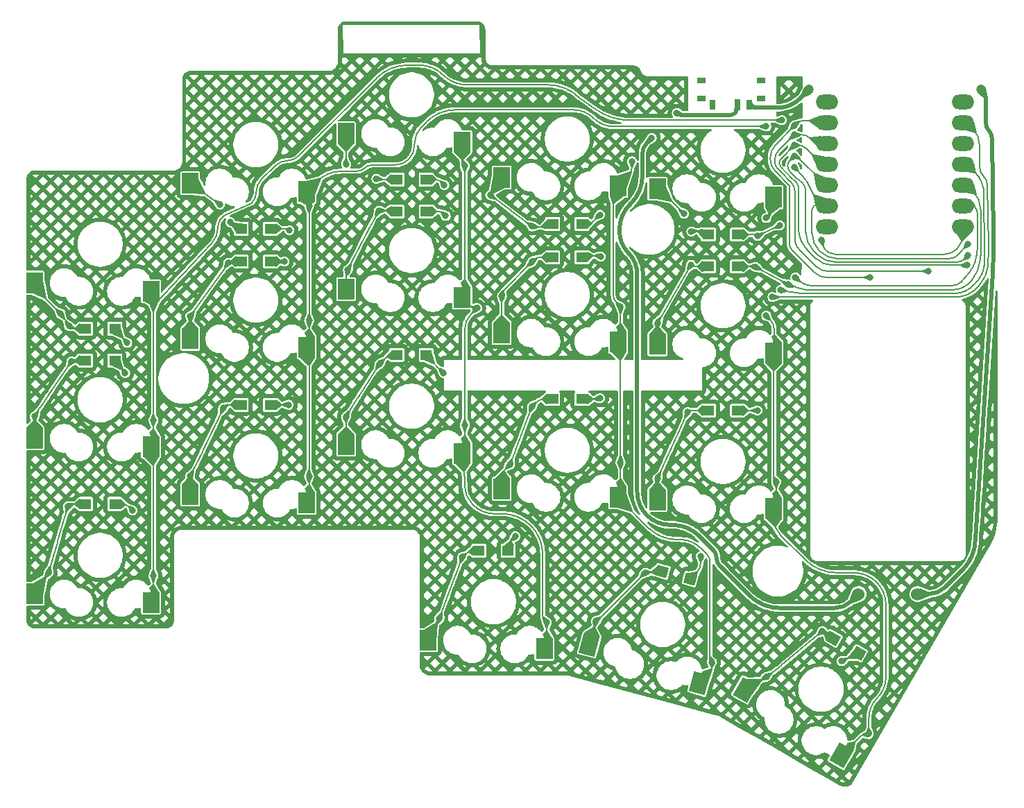
<source format=gbl>
%TF.GenerationSoftware,KiCad,Pcbnew,8.0.5*%
%TF.CreationDate,2025-01-25T20:15:23+02:00*%
%TF.ProjectId,1_3AS,315f3341-532e-46b6-9963-61645f706362,rev?*%
%TF.SameCoordinates,Original*%
%TF.FileFunction,Copper,L2,Bot*%
%TF.FilePolarity,Positive*%
%FSLAX46Y46*%
G04 Gerber Fmt 4.6, Leading zero omitted, Abs format (unit mm)*
G04 Created by KiCad (PCBNEW 8.0.5) date 2025-01-25 20:15:23*
%MOMM*%
%LPD*%
G01*
G04 APERTURE LIST*
G04 Aperture macros list*
%AMRotRect*
0 Rectangle, with rotation*
0 The origin of the aperture is its center*
0 $1 length*
0 $2 width*
0 $3 Rotation angle, in degrees counterclockwise*
0 Add horizontal line*
21,1,$1,$2,0,0,$3*%
%AMOutline5P*
0 Free polygon, 5 corners , with rotation*
0 The origin of the aperture is its center*
0 number of corners: always 5*
0 $1 to $10 corner X, Y*
0 $11 Rotation angle, in degrees counterclockwise*
0 create outline with 5 corners*
4,1,5,$1,$2,$3,$4,$5,$6,$7,$8,$9,$10,$1,$2,$11*%
%AMOutline6P*
0 Free polygon, 6 corners , with rotation*
0 The origin of the aperture is its center*
0 number of corners: always 6*
0 $1 to $12 corner X, Y*
0 $13 Rotation angle, in degrees counterclockwise*
0 create outline with 6 corners*
4,1,6,$1,$2,$3,$4,$5,$6,$7,$8,$9,$10,$11,$12,$1,$2,$13*%
%AMOutline7P*
0 Free polygon, 7 corners , with rotation*
0 The origin of the aperture is its center*
0 number of corners: always 7*
0 $1 to $14 corner X, Y*
0 $15 Rotation angle, in degrees counterclockwise*
0 create outline with 7 corners*
4,1,7,$1,$2,$3,$4,$5,$6,$7,$8,$9,$10,$11,$12,$13,$14,$1,$2,$15*%
%AMOutline8P*
0 Free polygon, 8 corners , with rotation*
0 The origin of the aperture is its center*
0 number of corners: always 8*
0 $1 to $16 corner X, Y*
0 $17 Rotation angle, in degrees counterclockwise*
0 create outline with 8 corners*
4,1,8,$1,$2,$3,$4,$5,$6,$7,$8,$9,$10,$11,$12,$13,$14,$15,$16,$1,$2,$17*%
G04 Aperture macros list end*
%TA.AperFunction,SMDPad,CuDef*%
%ADD10RotRect,2.000000X2.500000X330.000000*%
%TD*%
%TA.AperFunction,SMDPad,CuDef*%
%ADD11R,2.000000X2.500000*%
%TD*%
%TA.AperFunction,SMDPad,CuDef*%
%ADD12RotRect,2.000000X2.500000X345.000000*%
%TD*%
%TA.AperFunction,ComponentPad*%
%ADD13C,1.524000*%
%TD*%
%TA.AperFunction,SMDPad,CuDef*%
%ADD14RotRect,1.425000X1.300000X165.000000*%
%TD*%
%TA.AperFunction,SMDPad,CuDef*%
%ADD15R,1.425000X1.300000*%
%TD*%
%TA.AperFunction,SMDPad,CuDef*%
%ADD16RotRect,1.425000X1.300000X150.000000*%
%TD*%
%TA.AperFunction,SMDPad,CuDef*%
%ADD17O,2.750000X1.800000*%
%TD*%
%TA.AperFunction,ComponentPad*%
%ADD18C,1.200000*%
%TD*%
%TA.AperFunction,SMDPad,CuDef*%
%ADD19R,1.000000X0.800000*%
%TD*%
%TA.AperFunction,SMDPad,CuDef*%
%ADD20R,0.700000X1.280000*%
%TD*%
%TA.AperFunction,SMDPad,CuDef*%
%ADD21Outline5P,-0.350000X0.640000X0.350000X0.640000X0.350000X-0.640000X-0.070000X-0.640000X-0.350000X-0.360000X0.000000*%
%TD*%
%TA.AperFunction,ViaPad*%
%ADD22C,0.800000*%
%TD*%
%TA.AperFunction,Conductor*%
%ADD23C,0.200000*%
%TD*%
%TA.AperFunction,Conductor*%
%ADD24C,0.500000*%
%TD*%
G04 APERTURE END LIST*
D10*
X182199061Y-130489492D03*
X193971622Y-138498819D03*
D11*
X114500000Y-87640970D03*
X128700000Y-88690970D03*
D12*
X163191220Y-124992485D03*
X176635607Y-129681938D03*
D11*
X95500000Y-80790970D03*
X109700000Y-81840970D03*
X152500000Y-67940970D03*
X166700000Y-68990970D03*
X114500000Y-106640970D03*
X128700000Y-107690970D03*
X171500000Y-88315970D03*
X185700000Y-89365970D03*
X171500000Y-69315970D03*
X185700000Y-70365970D03*
X152500000Y-105940970D03*
X166700000Y-106990970D03*
X152500000Y-86940970D03*
X166700000Y-87990970D03*
D13*
X196044000Y-118806000D03*
X203244000Y-118806000D03*
D11*
X114500000Y-68640970D03*
X128700000Y-69690970D03*
X171500000Y-107315970D03*
X185700000Y-108365970D03*
X95500000Y-99790970D03*
X109700000Y-100840970D03*
X133500000Y-62565970D03*
X147700000Y-63615970D03*
X143500000Y-124440700D03*
X157700000Y-125490700D03*
X133500000Y-100565970D03*
X147700000Y-101615970D03*
X95500000Y-118790970D03*
X109700000Y-119840970D03*
X133500000Y-81565970D03*
X147700000Y-82615970D03*
D14*
X175526592Y-116962639D03*
X172073408Y-116037361D03*
D15*
X181287500Y-96400000D03*
X177712500Y-96400000D03*
D16*
X196073739Y-126021799D03*
X192977699Y-124234299D03*
D15*
X153287500Y-113500000D03*
X149712500Y-113500000D03*
X105287500Y-86400000D03*
X101712500Y-86400000D03*
X105287500Y-90297000D03*
X101712500Y-90297000D03*
X162287500Y-95000000D03*
X158712500Y-95000000D03*
X181287500Y-74900000D03*
X177712500Y-74900000D03*
X181287500Y-78800000D03*
X177712500Y-78800000D03*
X143287500Y-68200000D03*
X139712500Y-68200000D03*
X143287500Y-72100000D03*
X139712500Y-72100000D03*
D17*
X192205040Y-58696046D03*
X192205040Y-61236046D03*
X192205040Y-63776046D03*
X192205040Y-66316046D03*
X192205040Y-68856046D03*
X192205040Y-71396046D03*
X192205040Y-73936046D03*
X208794960Y-73936046D03*
X208794960Y-71396046D03*
X208794960Y-68856046D03*
X208794960Y-66316046D03*
X208794960Y-63776046D03*
X208794960Y-61236046D03*
X208794960Y-58696046D03*
D18*
X190000000Y-57216046D03*
X211000000Y-57216046D03*
D15*
X162287500Y-73600000D03*
X158712500Y-73600000D03*
X124287500Y-74200000D03*
X120712500Y-74200000D03*
X143287500Y-89600000D03*
X139712500Y-89600000D03*
X162287500Y-77700000D03*
X158712500Y-77700000D03*
D19*
X184150000Y-58300970D03*
X184150000Y-56080970D03*
X176850000Y-58300970D03*
X176850000Y-56080970D03*
D20*
X182750000Y-59060970D03*
D21*
X181250000Y-59060970D03*
D20*
X178250000Y-59060970D03*
D15*
X124287500Y-78200000D03*
X120712500Y-78200000D03*
X124287500Y-95700000D03*
X120712500Y-95700000D03*
X105287500Y-107800000D03*
X101712500Y-107800000D03*
D22*
X183700000Y-75100000D03*
X126600000Y-74400000D03*
X145500000Y-68865970D03*
X106807000Y-88138000D03*
X186436000Y-73787000D03*
X164500000Y-72500000D03*
X186563000Y-81661000D03*
X98679000Y-84582000D03*
X99700000Y-86100000D03*
X118110000Y-71247000D03*
X119380000Y-73406000D03*
X133500000Y-66365970D03*
X137200000Y-68100000D03*
X151100000Y-70100000D03*
X156210000Y-73927175D03*
X174752000Y-72390000D03*
X175641000Y-74549000D03*
X106553000Y-91821000D03*
X187452000Y-81026000D03*
X145669000Y-72644000D03*
X183491860Y-78867000D03*
X126000000Y-78200000D03*
X164600000Y-77590970D03*
X95500000Y-97100000D03*
X100000000Y-90400000D03*
X119126000Y-78359000D03*
X114500000Y-84900000D03*
X137500000Y-72000000D03*
X133731000Y-79248000D03*
X156210000Y-78232000D03*
X152525450Y-82423000D03*
X175600000Y-78600000D03*
X171500000Y-85700000D03*
X188341000Y-80137000D03*
X126500000Y-95700000D03*
X183700000Y-96400000D03*
X145415000Y-91821000D03*
X107442000Y-108585000D03*
X164500000Y-94900000D03*
X99568000Y-108077000D03*
X97200000Y-116200000D03*
X114500000Y-104400000D03*
X118500000Y-96100000D03*
X133500000Y-97155000D03*
X137600000Y-90700000D03*
X153500000Y-103000000D03*
X156200000Y-95900000D03*
X171500000Y-104700000D03*
X175200000Y-96600000D03*
X176805500Y-114194500D03*
X194000000Y-127000000D03*
X154178000Y-111760000D03*
X191516000Y-75565000D03*
X144900000Y-121800000D03*
X147700000Y-114300000D03*
X170000000Y-116200000D03*
X164000000Y-122100000D03*
X191643000Y-123317000D03*
X184800000Y-128900000D03*
X110000000Y-116590970D03*
X186690000Y-60960000D03*
X110000000Y-83590970D03*
X197485000Y-80137000D03*
X110000000Y-97590970D03*
X188214000Y-61595000D03*
X188214000Y-62738000D03*
X184785000Y-61722000D03*
X204597000Y-79375000D03*
X129000000Y-71440970D03*
X129000000Y-85440970D03*
X129000000Y-104440970D03*
X148000000Y-98200000D03*
X158000000Y-122240700D03*
X149500000Y-83900000D03*
X148000000Y-66500000D03*
X188214000Y-64008000D03*
X209296000Y-78670000D03*
X167000000Y-83740970D03*
X168402000Y-65978000D03*
X178172155Y-127115970D03*
X167000000Y-102740970D03*
X209423000Y-77470000D03*
X188214000Y-65304050D03*
X184785000Y-84836000D03*
X197300000Y-135900000D03*
X188214000Y-66675000D03*
X186000000Y-105115970D03*
X184785000Y-72898000D03*
X209423000Y-76073000D03*
X185547000Y-82550000D03*
X173863000Y-60071000D03*
X170815000Y-63119000D03*
D23*
X189173556Y-82112000D02*
X207691762Y-82112000D01*
X163251906Y-73748093D02*
X164500000Y-72500000D01*
X144363118Y-68200000D02*
X143287500Y-68200000D01*
X126500000Y-74300000D02*
X126600000Y-74400000D01*
X210217980Y-67264066D02*
X209069960Y-66116046D01*
X210723421Y-80367764D02*
X210311999Y-80870499D01*
X183700000Y-75100000D02*
X186436000Y-73787000D01*
X186563000Y-81661000D02*
X187423500Y-81886500D01*
X211443950Y-76769449D02*
X211366000Y-70035631D01*
X126258578Y-74200000D02*
X124287500Y-74200000D01*
X106807000Y-88138000D02*
X105287500Y-86400000D01*
X183358578Y-74900000D02*
X181287500Y-74900000D01*
X145167015Y-68532985D02*
X145500000Y-68865970D01*
X210217980Y-67264066D02*
G75*
G02*
X211365973Y-70035631I-2771580J-2771534D01*
G01*
X211443950Y-76769449D02*
G75*
G02*
X211391500Y-78676500I-24418750J-282651D01*
G01*
X126500000Y-74300000D02*
G75*
G03*
X126258578Y-74200009I-241400J-241400D01*
G01*
X145167015Y-68532985D02*
G75*
G03*
X144363118Y-68199993I-803915J-803915D01*
G01*
X189173556Y-82112000D02*
G75*
G02*
X187423502Y-81886491I44J6903700D01*
G01*
X163251906Y-73748093D02*
G75*
G02*
X162643750Y-74000024I-608206J608193D01*
G01*
X207691762Y-82112000D02*
G75*
G03*
X210312020Y-80870516I38J3385800D01*
G01*
X210723421Y-80367764D02*
G75*
G03*
X211391499Y-78676500I-2309221J1889764D01*
G01*
X99700000Y-86100000D02*
X99850000Y-86250000D01*
X98854553Y-84784545D02*
X99700000Y-86100000D01*
X98679000Y-84582000D02*
X95716385Y-81619385D01*
X100212132Y-86400000D02*
X101912500Y-86400000D01*
X98679000Y-84582000D02*
X98742500Y-84645500D01*
X98854553Y-84784545D02*
G75*
G03*
X98742500Y-84645500I-702753J-451655D01*
G01*
X99850000Y-86250000D02*
G75*
G03*
X100212132Y-86399987I362100J362100D01*
G01*
X118110000Y-71247000D02*
X114500000Y-68640970D01*
X120174000Y-74200000D02*
X119380000Y-73406000D01*
X120712500Y-74200000D02*
X120174000Y-74200000D01*
X133500000Y-66365970D02*
X133500000Y-62565970D01*
X137370710Y-68200000D02*
X139712500Y-68200000D01*
X137200000Y-68100000D02*
X137250000Y-68150000D01*
X137370710Y-68200000D02*
G75*
G02*
X137249997Y-68150003I-10J170700D01*
G01*
X151100000Y-70100000D02*
X152500000Y-67940970D01*
X151100000Y-70100000D02*
X156097891Y-73897891D01*
X156225136Y-73942311D02*
X156210000Y-73927175D01*
X156261679Y-73957448D02*
X156373709Y-73957448D01*
X156168587Y-73927175D02*
X156210000Y-73927175D01*
X156985765Y-74000000D02*
X158659375Y-74000000D01*
X156225136Y-73942311D02*
G75*
G03*
X156261679Y-73957472I36564J36511D01*
G01*
X156168587Y-73927175D02*
G75*
G02*
X156097898Y-73897884I13J99975D01*
G01*
X156985765Y-74000000D02*
G75*
G02*
X156373709Y-73957446I20035J4711000D01*
G01*
X175641000Y-74549000D02*
X175665500Y-74524500D01*
X175724648Y-74500000D02*
X177712500Y-74500000D01*
X174752000Y-72390000D02*
X171677970Y-69315970D01*
X175724648Y-74500000D02*
G75*
G03*
X175665486Y-74524486I-48J-83600D01*
G01*
X187452000Y-81026000D02*
X188430000Y-81369000D01*
X144740333Y-72100000D02*
X143287500Y-72100000D01*
X126000000Y-78200000D02*
X124287500Y-78200000D01*
X182901226Y-78800000D02*
X181287500Y-78800000D01*
X164554515Y-77545485D02*
X164600000Y-77590970D01*
X106553000Y-91821000D02*
X105287500Y-90297000D01*
X183295930Y-78833500D02*
X183491860Y-78867000D01*
X164600000Y-77590970D02*
X164487031Y-77590970D01*
X210966000Y-71892788D02*
X210966000Y-77451000D01*
X164444704Y-77500000D02*
X162287500Y-77500000D01*
X191257958Y-81712000D02*
X190444403Y-81712000D01*
X145397000Y-72372000D02*
X145669000Y-72644000D01*
X187452000Y-81026000D02*
X183491860Y-78867000D01*
X194957864Y-81706031D02*
X207479447Y-81665631D01*
X210890966Y-78021030D02*
X210947000Y-77470000D01*
X210017980Y-69604066D02*
X209069960Y-68656046D01*
X145397000Y-72372000D02*
G75*
G03*
X144740333Y-72099986I-656700J-656700D01*
G01*
X210966000Y-71892788D02*
G75*
G03*
X210017966Y-69604080I-3236700J-12D01*
G01*
X164554515Y-77545485D02*
G75*
G03*
X164444704Y-77499998I-109815J-109815D01*
G01*
X188430000Y-81369000D02*
G75*
G03*
X190444403Y-81711998I2014400J5743700D01*
G01*
X209830365Y-80555134D02*
G75*
G03*
X210890996Y-78021033I-3638865J3012034D01*
G01*
X191257958Y-81712000D02*
G75*
G03*
X194957864Y-81706031I-958J1147279300D01*
G01*
X207479447Y-81665631D02*
G75*
G03*
X209830391Y-80555156I-9847J3064631D01*
G01*
X182901226Y-78800000D02*
G75*
G02*
X183295929Y-78833504I-26J-2342000D01*
G01*
X100175831Y-90297000D02*
X101844500Y-90297000D01*
X96137000Y-96111500D02*
X95500000Y-97100000D01*
X100000000Y-90400000D02*
X97437276Y-94151935D01*
X95500000Y-97100000D02*
X95500000Y-99790970D01*
X100000000Y-90400000D02*
X100051500Y-90348500D01*
X100051500Y-90348500D02*
G75*
G02*
X100175831Y-90297013I124300J-124300D01*
G01*
X96137000Y-96111500D02*
G75*
G02*
X97437276Y-94151935I73712200J-47500800D01*
G01*
X114500000Y-84900000D02*
X118946739Y-78686029D01*
X119397429Y-78200000D02*
X120712500Y-78200000D01*
X119205500Y-78279500D02*
X119126000Y-78359000D01*
X119062499Y-78549499D02*
X119081098Y-78530901D01*
X114500000Y-84900000D02*
X114500000Y-87640970D01*
X119126000Y-78359000D02*
X119126000Y-78422500D01*
X118946739Y-78686029D02*
G75*
G02*
X119062500Y-78549500I887161J-634871D01*
G01*
X119081098Y-78530901D02*
G75*
G03*
X119126000Y-78422500I-108398J108401D01*
G01*
X119205500Y-78279500D02*
G75*
G02*
X119397429Y-78200012I191900J-191900D01*
G01*
X137500000Y-72000000D02*
X136631500Y-73592000D01*
X137500000Y-72000000D02*
X139712500Y-72000000D01*
X134951981Y-76806037D02*
X133731000Y-79248000D01*
X133615500Y-79363500D02*
X133731000Y-79248000D01*
X133500000Y-79642341D02*
X133500000Y-81565970D01*
X134951981Y-76806037D02*
G75*
G02*
X136631500Y-73592000I90691819J-45345863D01*
G01*
X133615500Y-79363500D02*
G75*
G03*
X133500017Y-79642341I278800J-278800D01*
G01*
X156476000Y-77966000D02*
X156210000Y-78232000D01*
X152500000Y-82466445D02*
X152500000Y-85940970D01*
X152525450Y-82423000D02*
X152525450Y-82169775D01*
X156210000Y-78232000D02*
X152704507Y-81737492D01*
X152525450Y-82423000D02*
X152512725Y-82435725D01*
X157118180Y-77700000D02*
X158712500Y-77700000D01*
X152525450Y-82169775D02*
G75*
G02*
X152704518Y-81737503I611350J-25D01*
G01*
X157118180Y-77700000D02*
G75*
G03*
X156476006Y-77966006I20J-908200D01*
G01*
X152500000Y-82466445D02*
G75*
G02*
X152512712Y-82435712I43400J45D01*
G01*
X175600000Y-78600000D02*
X171500000Y-85700000D01*
X175600000Y-78600000D02*
X175700000Y-78700000D01*
X175941421Y-78800000D02*
X177712500Y-78800000D01*
X171500000Y-85700000D02*
X171500000Y-88315970D01*
X175941421Y-78800000D02*
G75*
G02*
X175699994Y-78700006I-21J341400D01*
G01*
X210223023Y-71539023D02*
X210166454Y-71482454D01*
X210566000Y-76282433D02*
X210566000Y-72367042D01*
X107049500Y-108192500D02*
X107442000Y-108585000D01*
X208534000Y-80772000D02*
X208592615Y-80703615D01*
X145415000Y-91821000D02*
X143320557Y-89726557D01*
X208534000Y-80772000D02*
X209541868Y-79596153D01*
X190248641Y-81153000D02*
X207507519Y-81153000D01*
X126500000Y-95700000D02*
X124287500Y-95700000D01*
X210275877Y-78231432D02*
X210309531Y-78113642D01*
X188341000Y-80137000D02*
X188912500Y-80645000D01*
X164450000Y-94950000D02*
X164500000Y-94900000D01*
X164329289Y-95000000D02*
X162287500Y-95000000D01*
X106101921Y-107800000D02*
X105287500Y-107800000D01*
X183700000Y-96400000D02*
X181287500Y-96400000D01*
X188912500Y-80645000D02*
G75*
G03*
X190248641Y-81152962I1336100J1503200D01*
G01*
X210566000Y-72367042D02*
G75*
G03*
X210223045Y-71539001I-1171000J42D01*
G01*
X207507519Y-81153000D02*
G75*
G03*
X208592597Y-80703597I-19J1534700D01*
G01*
X210309531Y-78113642D02*
G75*
G03*
X210566006Y-76282433I-6409331J1831242D01*
G01*
X210166454Y-71482454D02*
G75*
G03*
X209475003Y-71196042I-691454J-691446D01*
G01*
X107049500Y-108192500D02*
G75*
G03*
X106101921Y-107799991I-947600J-947600D01*
G01*
X164450000Y-94950000D02*
G75*
G02*
X164329289Y-94999996I-120700J120700D01*
G01*
X209541868Y-79596153D02*
G75*
G03*
X210275874Y-78231431I-2755268J2361653D01*
G01*
X97200000Y-116200000D02*
X95500000Y-118790970D01*
X98261500Y-112466446D02*
X97200000Y-116200000D01*
X99568000Y-108077000D02*
X99123500Y-109537500D01*
X100040868Y-107800000D02*
X101712500Y-107800000D01*
X99568000Y-108077000D02*
X99706500Y-107938500D01*
X98261500Y-112466446D02*
G75*
G02*
X99123500Y-109537500I159290000J-45288354D01*
G01*
X100040868Y-107800000D02*
G75*
G03*
X99706509Y-107938509I32J-472900D01*
G01*
X119182842Y-95700000D02*
X120712500Y-95700000D01*
X117670000Y-97897500D02*
X118500000Y-96100000D01*
X114500000Y-104400000D02*
X114500000Y-106640970D01*
X118500000Y-96100000D02*
X118700000Y-95900000D01*
X115958342Y-101467734D02*
X114500000Y-104400000D01*
X117670000Y-97897500D02*
G75*
G02*
X115958342Y-101467734I-124237602J57367140D01*
G01*
X118700000Y-95900000D02*
G75*
G02*
X119182842Y-95700018I482800J-482800D01*
G01*
X137600000Y-90700000D02*
X138342027Y-89957972D01*
X133996500Y-96329500D02*
X133500000Y-97155000D01*
X133500000Y-97155000D02*
X133500000Y-100565970D01*
X135016143Y-94695122D02*
X137600000Y-90700000D01*
X138342027Y-89957972D02*
G75*
G02*
X139206250Y-89600036I864173J-864228D01*
G01*
X133996500Y-96329500D02*
G75*
G02*
X135016143Y-94695122I50635300J-30454700D01*
G01*
X152500000Y-104707106D02*
X152500000Y-105940970D01*
X154156500Y-101284000D02*
X153500000Y-103000000D01*
X155462838Y-97849466D02*
X156200000Y-95900000D01*
X153500000Y-103000000D02*
X153000000Y-103500000D01*
X157736396Y-95000000D02*
X158712500Y-95000000D01*
X156650000Y-95450000D02*
X156200000Y-95900000D01*
X153000000Y-103500000D02*
G75*
G03*
X152500003Y-104707106I1207100J-1207100D01*
G01*
X156650000Y-95450000D02*
G75*
G02*
X157736396Y-94999998I1086400J-1086400D01*
G01*
X155462838Y-97849466D02*
G75*
G02*
X154156500Y-101284000I-886290797J335138355D01*
G01*
X171500000Y-104700000D02*
X171500000Y-107315970D01*
X175541421Y-96400000D02*
X177712500Y-96400000D01*
X172300500Y-102959500D02*
X171500000Y-104700000D01*
X175200000Y-96600000D02*
X173893576Y-99474877D01*
X175200000Y-96600000D02*
X175300000Y-96500000D01*
X175300000Y-96500000D02*
G75*
G02*
X175541421Y-96400009I241400J-241400D01*
G01*
X172300500Y-102959500D02*
G75*
G03*
X173893576Y-99474877I-765737085J352180887D01*
G01*
X176278977Y-116210253D02*
X175526592Y-116962639D01*
X194000000Y-127000000D02*
X196073739Y-126021799D01*
X193276757Y-77345386D02*
X206493178Y-77343108D01*
X176805500Y-114939115D02*
X176805500Y-114194500D01*
X208788000Y-74868299D02*
X208788000Y-74018006D01*
X153587843Y-112350156D02*
X154178000Y-111760000D01*
X191516000Y-75565000D02*
X191743549Y-76323496D01*
X176278977Y-116210253D02*
G75*
G03*
X176805499Y-114939115I-1271177J1271153D01*
G01*
X153587843Y-112350156D02*
G75*
G03*
X153287524Y-113075250I725057J-725044D01*
G01*
X192360110Y-77100921D02*
G75*
G03*
X193276757Y-77345365I916290J1595121D01*
G01*
X192360110Y-77100921D02*
G75*
G02*
X191743513Y-76323507I667590J1162721D01*
G01*
X208026000Y-76708000D02*
G75*
G03*
X208787999Y-74868299I-1839800J1839700D01*
G01*
X206493178Y-77343108D02*
G75*
G03*
X208026005Y-76708005I-378J2168208D01*
G01*
X147700000Y-114300000D02*
X146859778Y-116471996D01*
X149065685Y-113500000D02*
X149712500Y-113500000D01*
X144900000Y-121800000D02*
X145538500Y-120018500D01*
X148100000Y-113900000D02*
X147700000Y-114300000D01*
X144900000Y-121800000D02*
X143500000Y-124440700D01*
X148100000Y-113900000D02*
G75*
G02*
X149065685Y-113499994I965700J-965700D01*
G01*
X146859778Y-116471996D02*
G75*
G03*
X145538499Y-120018500I141359222J-54683904D01*
G01*
X170000000Y-116200000D02*
X172073408Y-116037361D01*
X164135355Y-122064644D02*
X170000000Y-116200000D01*
X164000000Y-122100000D02*
X163191220Y-124992485D01*
X164050000Y-122100000D02*
X164000000Y-122100000D01*
X164135355Y-122064644D02*
G75*
G02*
X164050000Y-122100002I-85355J85344D01*
G01*
X191643000Y-123317000D02*
X186642447Y-127522010D01*
X191643000Y-123317000D02*
X192977699Y-124234299D01*
X184800000Y-128900000D02*
X182199061Y-130489492D01*
X184800000Y-128900000D02*
X185427500Y-128458000D01*
X185427500Y-128458000D02*
G75*
G03*
X186642446Y-127522009I-10329400J14664400D01*
G01*
X141064963Y-54229000D02*
X142438751Y-54229000D01*
X189168194Y-61036046D02*
X191930040Y-61036046D01*
X110000000Y-116590970D02*
X110000000Y-101353102D01*
X188214000Y-61595000D02*
X185873572Y-64037185D01*
X185293000Y-65482090D02*
X185293000Y-65781258D01*
X118958456Y-72407947D02*
X121971283Y-71068716D01*
X148264248Y-56642000D02*
X158147036Y-56642000D01*
X185827797Y-67097441D02*
X187565590Y-68882819D01*
X187618728Y-69011105D02*
X187618728Y-76074373D01*
X109700000Y-83078837D02*
X109700000Y-81840970D01*
X110000000Y-97590970D02*
X110000000Y-100540970D01*
X192087461Y-80137000D02*
X197485000Y-80137000D01*
X110000000Y-83590970D02*
X117118919Y-75972775D01*
X110000000Y-83590970D02*
X109850000Y-83440970D01*
X168150419Y-60960000D02*
X186690000Y-60960000D01*
X123138716Y-68250283D02*
X124892283Y-66496716D01*
X187921247Y-76804719D02*
X190663849Y-79547321D01*
X110000000Y-83590970D02*
X110000000Y-97590970D01*
X188214000Y-61595000D02*
X188493477Y-61315523D01*
X161994792Y-58235792D02*
X163991162Y-59642110D01*
X127710716Y-65329283D02*
X137217207Y-55822792D01*
X110000000Y-116590970D02*
X110000000Y-119328837D01*
X122555000Y-69659500D02*
G75*
G02*
X123138723Y-68250290I1992900J0D01*
G01*
X187565590Y-68882819D02*
G75*
G02*
X187618723Y-69011105I-128290J-128281D01*
G01*
X187618728Y-76074373D02*
G75*
G03*
X187921232Y-76804734I1032872J-27D01*
G01*
X117856000Y-74104466D02*
G75*
G02*
X117118890Y-75972748I-2736400J66D01*
G01*
X126301500Y-65913000D02*
G75*
G03*
X127710710Y-65329277I0J1992900D01*
G01*
X158147036Y-56642000D02*
G75*
G02*
X161994784Y-58235800I-36J-5441600D01*
G01*
X163991162Y-59642110D02*
G75*
G03*
X168150419Y-60959979I4159238J5904410D01*
G01*
X109700000Y-83078837D02*
G75*
G03*
X109850026Y-83440944I512100J37D01*
G01*
X185873572Y-64037185D02*
G75*
G03*
X185292994Y-65482090I1507728J-1444915D01*
G01*
X121971283Y-71068716D02*
G75*
G03*
X122555009Y-69659500I-1409183J1409216D01*
G01*
X118958456Y-72407947D02*
G75*
G03*
X117855983Y-74104466I754144J-1696553D01*
G01*
X190663849Y-79547321D02*
G75*
G03*
X192087461Y-80137025I1423651J1423621D01*
G01*
X189168194Y-61036046D02*
G75*
G03*
X188493488Y-61315534I6J-954154D01*
G01*
X142438751Y-54229000D02*
G75*
G02*
X145351514Y-55435486I49J-4119200D01*
G01*
X145351500Y-55435500D02*
G75*
G03*
X148264248Y-56642021I2912800J2912800D01*
G01*
X124892283Y-66496716D02*
G75*
G02*
X126301500Y-65912990I1409217J-1409184D01*
G01*
X185293000Y-65781258D02*
G75*
G03*
X185827780Y-67097457I1887000J-42D01*
G01*
X137217207Y-55822792D02*
G75*
G02*
X141064963Y-54228959I3847793J-3847708D01*
G01*
X129137652Y-69253317D02*
X129953984Y-68436984D01*
X129000000Y-104440970D02*
X129000000Y-107390970D01*
X186367404Y-64542514D02*
X186414959Y-64494959D01*
X161250159Y-59690000D02*
X146845458Y-59690000D01*
X128700000Y-70309903D02*
X128700000Y-70928837D01*
X129000000Y-85440970D02*
X129000000Y-88390970D01*
X188330896Y-75794978D02*
X188312500Y-75288736D01*
X186617715Y-67304280D02*
X186210603Y-66897782D01*
X204597000Y-79375000D02*
X192200064Y-79375000D01*
X141859000Y-63817500D02*
X141859000Y-64036171D01*
X187751739Y-68436338D02*
X186621069Y-67305668D01*
X129000000Y-85440970D02*
X129000000Y-71440970D01*
X188214000Y-62738000D02*
X189120319Y-62738000D01*
X188284000Y-73719691D02*
X188284000Y-69721328D01*
X184785000Y-61722000D02*
X166155840Y-61722000D01*
X132981372Y-67183000D02*
X134847684Y-67183000D01*
X136687315Y-66421000D02*
X139474171Y-66421000D01*
X129000000Y-104440970D02*
X129000000Y-89203102D01*
X143319499Y-61150499D02*
X142712124Y-61757875D01*
X186414959Y-64494959D02*
X188214000Y-62738000D01*
X186621069Y-67305668D02*
X186619393Y-67304974D01*
X128850000Y-71290970D02*
X129000000Y-71440970D01*
X186619393Y-67304974D02*
X186617715Y-67304280D01*
X190913967Y-78842281D02*
X188820563Y-76748877D01*
X141160500Y-65722500D02*
G75*
G02*
X139474171Y-66420988I-1686300J1686300D01*
G01*
X141160500Y-65722500D02*
G75*
G03*
X141858988Y-64036171I-1686300J1686300D01*
G01*
X186367404Y-64542514D02*
G75*
G03*
X185801017Y-65909970I1367396J-1367386D01*
G01*
X166155840Y-61722000D02*
G75*
G02*
X163702988Y-60706012I-40J3468800D01*
G01*
X192200064Y-79375000D02*
G75*
G02*
X190913988Y-78842260I36J1818800D01*
G01*
X143319499Y-61150499D02*
G75*
G02*
X146845458Y-59689982I3526001J-3526001D01*
G01*
X188284000Y-69721328D02*
G75*
G03*
X187751764Y-68436313I-1817300J28D01*
G01*
X188482421Y-76312578D02*
G75*
G02*
X188330912Y-75794977I944279J557378D01*
G01*
X142712124Y-61757875D02*
G75*
G03*
X141858985Y-63817500I2059576J-2059625D01*
G01*
X161250159Y-59690000D02*
G75*
G02*
X163703012Y-60705988I41J-3468800D01*
G01*
X188312500Y-75288736D02*
G75*
G02*
X188284002Y-73719691I43173400J1568936D01*
G01*
X190131931Y-63157023D02*
G75*
G03*
X189120319Y-62737976I-1011631J-1011577D01*
G01*
X135767500Y-66802000D02*
G75*
G02*
X134847684Y-67182994I-919800J919800D01*
G01*
X188820563Y-76748877D02*
G75*
G02*
X188482416Y-76312581I1552037J1552077D01*
G01*
X135767500Y-66802000D02*
G75*
G02*
X136687315Y-66421006I919800J-919800D01*
G01*
X185801000Y-65909970D02*
G75*
G03*
X186210592Y-66897793I1395900J-30D01*
G01*
X128850000Y-71290970D02*
G75*
G02*
X128699964Y-70928837I362100J362170D01*
G01*
X132981372Y-67183000D02*
G75*
G03*
X129953993Y-68436993I28J-4281400D01*
G01*
X190131931Y-63157023D02*
G75*
G03*
X191143542Y-63576013I1011569J1011623D01*
G01*
X148000000Y-100369978D02*
X148000000Y-100370013D01*
X148000000Y-100427688D02*
X148000000Y-100427756D01*
X148000000Y-100380647D02*
X148000000Y-100380557D01*
X148000000Y-100372224D02*
X148000000Y-100372265D01*
X148000000Y-100448081D02*
X148000000Y-100448184D01*
X148000000Y-100367710D02*
X148000000Y-100367677D01*
X148000000Y-100429881D02*
X148000000Y-100429950D01*
X148000000Y-100388816D02*
X148000000Y-100388798D01*
X148000000Y-100421061D02*
X148000000Y-100421198D01*
X148000000Y-100366614D02*
X148000000Y-100366632D01*
X148000000Y-100421284D02*
X148000000Y-100421319D01*
X148000000Y-100408271D02*
X148000000Y-100408348D01*
X148000000Y-100391277D02*
X148000000Y-100391322D01*
X148000000Y-100371089D02*
X148000000Y-100371077D01*
X148000000Y-100368587D02*
X148000000Y-100368625D01*
X148000000Y-100425387D02*
X148000000Y-100425421D01*
X148000000Y-100386041D02*
X148000000Y-100386153D01*
X148000000Y-100391148D02*
X148000000Y-100391165D01*
X148000000Y-100404096D02*
X148000000Y-100404138D01*
X148000000Y-100417064D02*
X148000000Y-100416720D01*
X148000000Y-100369272D02*
X148000000Y-100369262D01*
X148000000Y-100370083D02*
X148000000Y-100370116D01*
X148000000Y-100369692D02*
X148000000Y-100369752D01*
X148000000Y-100374913D02*
X148000000Y-100374902D01*
X148000000Y-100383825D02*
X148000000Y-100383851D01*
X148000000Y-100367547D02*
X148000000Y-100367575D01*
X148000000Y-100386780D02*
X148000000Y-100386866D01*
X148000000Y-100389981D02*
X148000000Y-100390153D01*
X148000000Y-100394610D02*
X148000000Y-100394681D01*
X148000000Y-100456158D02*
X148000000Y-100456296D01*
X158000000Y-122240700D02*
X157750000Y-121990700D01*
X148000000Y-100369053D02*
X148000000Y-100369094D01*
X148000000Y-100383947D02*
X148000000Y-100383990D01*
X148000000Y-100366403D02*
X148000000Y-100366424D01*
X148000000Y-100386447D02*
X148000000Y-100386507D01*
X148000000Y-100370552D02*
X148000000Y-100370575D01*
X148000000Y-100376463D02*
X148000000Y-100376508D01*
X148000000Y-100426896D02*
X148000000Y-100426965D01*
X148000000Y-100377526D02*
X148000000Y-100377595D01*
X148000000Y-100374475D02*
X148000000Y-100374497D01*
X148000000Y-100384346D02*
X148000000Y-100384363D01*
X148000000Y-100374939D02*
X148000000Y-100374974D01*
X148000000Y-100383115D02*
X148000000Y-100383154D01*
X148000000Y-100385964D02*
X148000000Y-100385947D01*
X148000000Y-100417698D02*
X148000000Y-100417767D01*
X148000000Y-100407257D02*
X148000000Y-100407290D01*
X148000000Y-100368659D02*
X148000000Y-100368693D01*
X148000000Y-100378885D02*
X148000000Y-100378934D01*
X148000000Y-100405044D02*
X148000000Y-100404760D01*
X148000000Y-100408579D02*
X148000000Y-100408639D01*
X148000000Y-100417836D02*
X148000000Y-100417905D01*
X148000000Y-100384892D02*
X148000000Y-100384914D01*
X148000000Y-100463605D02*
X148000000Y-100464189D01*
X148000000Y-100367131D02*
X148000000Y-100367101D01*
X148000000Y-100367432D02*
X148000000Y-100367462D01*
X148000000Y-100369928D02*
X148000000Y-100369940D01*
X147973946Y-104752766D02*
X147700000Y-101615970D01*
X148000000Y-100370450D02*
X148000000Y-100370483D01*
X148000000Y-100384963D02*
X148000000Y-100384914D01*
X148000000Y-100370717D02*
X148000000Y-100370701D01*
X148000000Y-100375178D02*
X148000000Y-100375191D01*
X148000000Y-100391002D02*
X148000000Y-100391148D01*
X148000000Y-100431074D02*
X148000000Y-100431115D01*
X148000000Y-100375016D02*
X148000000Y-100375041D01*
X148000000Y-100445423D02*
X148000000Y-100445646D01*
X148000000Y-100431872D02*
X148000000Y-100432008D01*
X148000000Y-100403017D02*
X148000000Y-100403107D01*
X148000000Y-100405677D02*
X148000000Y-100405762D01*
X148000000Y-100366355D02*
X148000000Y-100366378D01*
X148000000Y-100371425D02*
X148000000Y-100371493D01*
X148000000Y-100429950D02*
X148000000Y-100430019D01*
X148000000Y-100368541D02*
X148000000Y-100368553D01*
X148000000Y-100434034D02*
X148000000Y-100434582D01*
X148000000Y-100375517D02*
X148000000Y-100375545D01*
X148000000Y-100446154D02*
X148000000Y-100446174D01*
X148000000Y-100375545D02*
X148000000Y-100375571D01*
X148000000Y-100367228D02*
X148000000Y-100367239D01*
X148000000Y-100371731D02*
X148000000Y-100371748D01*
X148000000Y-100376415D02*
X148000000Y-100376463D01*
X148000000Y-100448184D02*
X148000000Y-100448287D01*
X148000000Y-100389088D02*
X148000000Y-100389037D01*
X148000000Y-100368847D02*
X148000000Y-100368865D01*
X148000000Y-100405762D02*
X148000000Y-100405847D01*
X148000000Y-100408439D02*
X148000000Y-100408507D01*
X148000000Y-100375895D02*
X148000000Y-100375916D01*
X148000000Y-100420344D02*
X148000000Y-100420412D01*
X148000000Y-100384534D02*
X148000000Y-100384583D01*
X148000000Y-100420942D02*
X148000000Y-100420976D01*
X148000000Y-100405044D02*
X148000000Y-100405129D01*
X148000000Y-100382888D02*
X148000000Y-100382935D01*
X148000000Y-100367710D02*
X148000000Y-100367797D01*
X148000000Y-100376208D02*
X148000000Y-100376242D01*
X148000000Y-100379045D02*
X148000000Y-100379225D01*
X148000000Y-100366528D02*
X148000000Y-100366516D01*
X148000000Y-100386655D02*
X148000000Y-100386681D01*
X148000000Y-100427892D02*
X148000000Y-100427960D01*
X148000000Y-100378666D02*
X148000000Y-100378678D01*
X148000000Y-100388884D02*
X148000000Y-100388952D01*
X148000000Y-100425421D02*
X148000000Y-100425455D01*
X148000000Y-100367432D02*
X148000000Y-100367422D01*
X148000000Y-100442779D02*
X148000000Y-100443260D01*
X148000000Y-100371169D02*
X148000000Y-100371190D01*
X148000000Y-100432077D02*
X148000000Y-100432146D01*
X148000000Y-100370250D02*
X148000000Y-100370274D01*
X148000000Y-100412395D02*
X148000000Y-100412420D01*
X148000000Y-100383911D02*
X148000000Y-100383947D01*
X148000000Y-100389225D02*
X148000000Y-100389276D01*
X148000000Y-100372387D02*
X148000000Y-100372376D01*
X148000000Y-100384418D02*
X148000000Y-100384441D01*
X148000000Y-100408639D02*
X148000000Y-100408695D01*
X148000000Y-86460660D02*
X148000000Y-98200000D01*
X148000000Y-100368625D02*
X148000000Y-100368659D01*
X148000000Y-100384973D02*
X148000000Y-100385003D01*
X148000000Y-100370327D02*
X148000000Y-100370357D01*
X148000000Y-100387784D02*
X148000000Y-100388059D01*
X148000000Y-100430403D02*
X148000000Y-100430447D01*
X148000000Y-100432146D02*
X148000000Y-100432215D01*
X148000000Y-100441166D02*
X148000000Y-100441715D01*
X148000000Y-100366172D02*
X148000000Y-100366160D01*
X148000000Y-100370914D02*
X148000000Y-100370929D01*
X148000000Y-100367797D02*
X148000000Y-100367825D01*
X148000000Y-100398077D02*
X148000000Y-100397974D01*
X148000000Y-100373651D02*
X148000000Y-100373754D01*
X148000000Y-100406243D02*
X148000000Y-100406230D01*
X148000000Y-100381815D02*
X148000000Y-100381882D01*
X148000000Y-100383613D02*
X148000000Y-100383635D01*
X148000000Y-100447800D02*
X148000000Y-100448022D01*
X148000000Y-100431032D02*
X148000000Y-100431074D01*
X148000000Y-100375338D02*
X148000000Y-100375365D01*
X148000000Y-100447721D02*
X148000000Y-100447800D01*
X148000000Y-100370298D02*
X148000000Y-100370327D01*
X148000000Y-100402001D02*
X148000000Y-100402035D01*
X148000000Y-100384460D02*
X148000000Y-100384481D01*
X148000000Y-100388336D02*
X148000000Y-100388610D01*
X148000000Y-100387234D02*
X148000000Y-100387509D01*
X148000000Y-100371493D02*
X148000000Y-100371561D01*
X148000000Y-100372292D02*
X148000000Y-100372307D01*
X148000000Y-100442298D02*
X148000000Y-100442779D01*
X148000000Y-100407789D02*
X148000000Y-100407771D01*
X148000000Y-100402825D02*
X148000000Y-100402813D01*
X148000000Y-100385238D02*
X148000000Y-100385298D01*
X148000000Y-100457377D02*
X148000000Y-100457600D01*
X148000000Y-100371216D02*
X148000000Y-100371238D01*
X148000000Y-100384221D02*
X148000000Y-100384255D01*
X148000000Y-100400340D02*
X148000000Y-100400410D01*
X148000000Y-100370929D02*
X148000000Y-100370955D01*
X148000000Y-100458629D02*
X148000000Y-100459658D01*
X148000000Y-100407290D02*
X148000000Y-100407323D01*
X148000000Y-100366507D02*
X148000000Y-100366487D01*
X148000000Y-100375311D02*
X148000000Y-100375338D01*
X148000000Y-100456158D02*
X148000000Y-100456038D01*
X148000000Y-100366738D02*
X148000000Y-100366789D01*
X148000000Y-100425522D02*
X148000000Y-100425557D01*
X148000000Y-100389276D02*
X148000000Y-100389311D01*
X148000000Y-100372307D02*
X148000000Y-100372337D01*
X148000000Y-100368507D02*
X148000000Y-100368519D01*
X148000000Y-100367911D02*
X148000000Y-100367946D01*
X148000000Y-100392270D02*
X148000000Y-100392002D01*
X148000000Y-100427051D02*
X148000000Y-100427154D01*
X148000000Y-100376340D02*
X148000000Y-100376356D01*
X148000000Y-100451976D02*
X148000000Y-100452354D01*
X148000000Y-100371748D02*
X148000000Y-100371786D01*
X148000000Y-100402309D02*
X148000000Y-100402360D01*
X148000000Y-100403724D02*
X148000000Y-100403767D01*
X148000000Y-100420171D02*
X148000000Y-100420309D01*
X148000000Y-100418060D02*
X148000000Y-100418438D01*
X148000000Y-100405129D02*
X148000000Y-100405214D01*
X148000000Y-100366614D02*
X148000000Y-100366603D01*
X148000000Y-100403380D02*
X148000000Y-100403480D01*
X148000000Y-100390153D02*
X148000000Y-100390325D01*
X189570260Y-64362260D02*
X191324046Y-66116046D01*
X148000000Y-100407495D02*
X148000000Y-100407530D01*
X148000000Y-100447198D02*
X148000000Y-100447356D01*
X148000000Y-100408764D02*
X148000000Y-100408850D01*
X148000000Y-100382980D02*
X148000000Y-100383031D01*
X148000000Y-100441715D02*
X148000000Y-100441817D01*
X148000000Y-100430798D02*
X148000000Y-100430876D01*
X148000000Y-100404737D02*
X148000000Y-100404751D01*
X148000000Y-100370013D02*
X148000000Y-100370048D01*
X148000000Y-100404710D02*
X148000000Y-100404510D01*
X148000000Y-100379811D02*
X148000000Y-100380219D01*
X148000000Y-100443939D02*
X148000000Y-100444471D01*
X148000000Y-100397906D02*
X148000000Y-100397974D01*
X148000000Y-100377698D02*
X148000000Y-100377801D01*
X148000000Y-100409775D02*
X148000000Y-100409809D01*
X148000000Y-100385964D02*
X148000000Y-100386041D01*
X148000000Y-100411078D02*
X148000000Y-100411439D01*
X148000000Y-100445320D02*
X148000000Y-100445423D01*
X148000000Y-100432353D02*
X148000000Y-100432456D01*
X148000000Y-100378934D02*
X148000000Y-100378983D01*
X148000000Y-105650000D02*
X148000000Y-105350543D01*
X148000000Y-100372128D02*
X148000000Y-100372176D01*
X148000000Y-100425703D02*
X148000000Y-100425755D01*
X188684000Y-70073303D02*
X188727411Y-74214960D01*
X148000000Y-100367885D02*
X148000000Y-100367911D01*
X148000000Y-100438970D02*
X148000000Y-100439519D01*
X148000000Y-100425387D02*
X148000000Y-100425369D01*
X148000000Y-100404066D02*
X148000000Y-100404052D01*
X148000000Y-100411439D02*
X148000000Y-100411678D01*
X148000000Y-100426210D02*
X148000000Y-100426347D01*
X148000000Y-100443260D02*
X148000000Y-100443741D01*
X148000000Y-100376736D02*
X148000000Y-100376876D01*
X148000000Y-100417510D02*
X148000000Y-100417698D01*
X148000000Y-100384049D02*
X148000000Y-100384038D01*
X148000000Y-100407789D02*
X148000000Y-100407925D01*
X148000000Y-100368060D02*
X148000000Y-100368081D01*
X148000000Y-100376092D02*
X148000000Y-100376123D01*
X148000000Y-100397838D02*
X148000000Y-100397803D01*
X148000000Y-100420412D02*
X148000000Y-100420480D01*
X148000000Y-100401941D02*
X148000000Y-100401919D01*
X148000000Y-100417064D02*
X148000000Y-100417510D01*
X148000000Y-100381334D02*
X148000000Y-100381541D01*
X148000000Y-100421422D02*
X148000000Y-100421593D01*
X148000000Y-100375383D02*
X148000000Y-100375371D01*
X148000000Y-100394468D02*
X148000000Y-100394539D01*
X148000000Y-100385409D02*
X148000000Y-100385488D01*
X148000000Y-100392647D02*
X148000000Y-100392304D01*
X148000000Y-100421249D02*
X148000000Y-100421284D01*
X148000000Y-100413925D02*
X148000000Y-100414045D01*
X148000000Y-100369579D02*
X148000000Y-100369692D01*
X148000000Y-100409459D02*
X148000000Y-100409511D01*
X148000000Y-100420789D02*
X148000000Y-100420771D01*
X148000000Y-100366789D02*
X148000000Y-100366834D01*
X148000000Y-100367161D02*
X148000000Y-100367139D01*
X148000000Y-100368248D02*
X148000000Y-100368236D01*
X148000000Y-100408194D02*
X148000000Y-100408271D01*
X188531814Y-68650727D02*
X187632609Y-67751522D01*
X148000000Y-100366834D02*
X148000000Y-100366879D01*
X148000000Y-100402360D02*
X148000000Y-100402387D01*
X148000000Y-100383392D02*
X148000000Y-100383431D01*
X148000000Y-100383990D02*
X148000000Y-100384038D01*
X148000000Y-100377424D02*
X148000000Y-100377466D01*
X148000000Y-100400100D02*
X148000000Y-100400151D01*
X148000000Y-100424980D02*
X148000000Y-100425002D01*
X148000000Y-100367991D02*
X148000000Y-100367976D01*
X148000000Y-100368480D02*
X148000000Y-100368501D01*
X148000000Y-100372480D02*
X148000000Y-100372510D01*
X148000000Y-100391525D02*
X148000000Y-100391593D01*
X148000000Y-100371121D02*
X148000000Y-100371145D01*
X148000000Y-100378644D02*
X148000000Y-100378622D01*
X148000000Y-100431667D02*
X148000000Y-100431736D01*
X148000000Y-100388695D02*
X148000000Y-100388610D01*
X148000000Y-100448612D02*
X148000000Y-100448715D01*
X148000000Y-100420976D02*
X148000000Y-100421010D01*
X148000000Y-100374616D02*
X148000000Y-100374633D01*
X148000000Y-100371786D02*
X148000000Y-100371828D01*
X148000000Y-100368804D02*
X148000000Y-100368830D01*
X148000000Y-100369012D02*
X148000000Y-100369053D01*
X148000000Y-100384841D02*
X148000000Y-100384870D01*
X148000000Y-100437872D02*
X148000000Y-100438421D01*
X148000000Y-100425841D02*
X148000000Y-100425892D01*
X148000000Y-100373858D02*
X148000000Y-100373892D01*
X148000000Y-100407115D02*
X148000000Y-100407029D01*
X148000000Y-100430019D02*
X148000000Y-100430088D01*
X148000000Y-100367946D02*
X148000000Y-100367976D01*
X148000000Y-100429437D02*
X148000000Y-100429536D01*
X148000000Y-100383302D02*
X148000000Y-100383392D01*
X148000000Y-100404385D02*
X148000000Y-100404510D01*
X148000000Y-100404270D02*
X148000000Y-100404385D01*
X148000000Y-100368910D02*
X148000000Y-100368952D01*
X148000000Y-100367294D02*
X148000000Y-100367307D01*
X148000000Y-100384870D02*
X148000000Y-100384892D01*
X148000000Y-100409227D02*
X148000000Y-100409399D01*
X148000000Y-100406705D02*
X148000000Y-100406808D01*
X149242015Y-83900000D02*
X149500000Y-83900000D01*
X148000000Y-100386153D02*
X148000000Y-100386214D01*
X148000000Y-100366002D02*
X148000000Y-100366030D01*
X148000000Y-100378983D02*
X148000000Y-100379045D01*
X148000000Y-100447593D02*
X148000000Y-100447657D01*
X148000000Y-100374880D02*
X148000000Y-100374864D01*
X148000000Y-100369309D02*
X148000000Y-100369355D01*
X148000000Y-100367247D02*
X148000000Y-100367271D01*
X148000000Y-100374269D02*
X148000000Y-100374338D01*
X148000000Y-100384722D02*
X148000000Y-100384765D01*
X148000000Y-100424516D02*
X148000000Y-100424699D01*
X148000000Y-100375257D02*
X148000000Y-100375284D01*
X148000000Y-100407115D02*
X148000000Y-100407158D01*
X148000000Y-100407925D02*
X148000000Y-100408061D01*
X148000000Y-100432284D02*
X148000000Y-100432353D01*
X148000000Y-100371561D02*
X148000000Y-100371629D01*
X148000000Y-100379225D02*
X148000000Y-100379413D01*
X148000000Y-100386952D02*
X148000000Y-100387052D01*
X148000000Y-100404025D02*
X148000000Y-100404052D01*
X148000000Y-100375895D02*
X148000000Y-100375801D01*
X148000000Y-100383031D02*
X148000000Y-100383076D01*
X148000000Y-100429338D02*
X148000000Y-100429437D01*
X148000000Y-100431598D02*
X148000000Y-100431667D01*
X148000000Y-100366030D02*
X148000000Y-100366045D01*
X148000000Y-100415931D02*
X148000000Y-100416720D01*
X148000000Y-100376876D02*
X148000000Y-100377013D01*
X148000000Y-100417767D02*
X148000000Y-100417836D01*
X148000000Y-100393264D02*
X148000000Y-100393658D01*
X148000000Y-100409107D02*
X148000000Y-100409227D01*
X148000000Y-100383240D02*
X148000000Y-100383272D01*
X148000000Y-100402309D02*
X148000000Y-100402262D01*
X148000000Y-100400410D02*
X148000000Y-100400462D01*
X148000000Y-100370193D02*
X148000000Y-100370210D01*
X148000000Y-100376062D02*
X148000000Y-100376006D01*
X148000000Y-100386507D02*
X148000000Y-100386538D01*
X148000000Y-100426073D02*
X148000000Y-100426210D01*
X148000000Y-100429113D02*
X148000000Y-100429223D01*
X148000000Y-100403949D02*
X148000000Y-100404009D01*
X148000000Y-100420344D02*
X148000000Y-100420309D01*
X148000000Y-100403380D02*
X148000000Y-100403359D01*
X148000000Y-100369752D02*
X148000000Y-100369808D01*
X148000000Y-100368033D02*
X148000000Y-100368054D01*
X148000000Y-100425455D02*
X148000000Y-100425489D01*
X148000000Y-100429881D02*
X148000000Y-100429856D01*
X148000000Y-100432730D02*
X148000000Y-100433048D01*
X148000000Y-100398625D02*
X148000000Y-100398900D01*
X148000000Y-100428853D02*
X148000000Y-100429063D01*
X148000000Y-100375284D02*
X148000000Y-100375311D01*
X148000000Y-100391002D02*
X148000000Y-100390985D01*
X148000000Y-100400083D02*
X148000000Y-100400100D01*
X148000000Y-100445217D02*
X148000000Y-100445320D01*
X148000000Y-100410049D02*
X148000000Y-100409946D01*
X148000000Y-100435130D02*
X148000000Y-100435678D01*
X148000000Y-100400271D02*
X148000000Y-100400250D01*
X148000000Y-100413805D02*
X148000000Y-100413925D01*
X148000000Y-100445981D02*
X148000000Y-100446101D01*
X148000000Y-100431529D02*
X148000000Y-100431598D01*
X148000000Y-100373471D02*
X148000000Y-100373548D01*
X148000000Y-100373090D02*
X148000000Y-100373120D01*
X148000000Y-100402194D02*
X148000000Y-100402262D01*
X148000000Y-100448287D02*
X148000000Y-100448612D01*
X148000000Y-100368194D02*
X148000000Y-100368215D01*
X148000000Y-100366066D02*
X148000000Y-100366054D01*
X148000000Y-100376310D02*
X148000000Y-100376334D01*
X148000000Y-100430798D02*
X148000000Y-100430677D01*
X148000000Y-100386275D02*
X148000000Y-100386335D01*
X148000000Y-100384083D02*
X148000000Y-100384127D01*
X148000000Y-100425593D02*
X148000000Y-100425627D01*
X148000000Y-100456794D02*
X148000000Y-100457377D01*
X148000000Y-100450125D02*
X148000000Y-100450301D01*
X148000000Y-100390805D02*
X148000000Y-100390985D01*
X148000000Y-100370514D02*
X148000000Y-100370529D01*
X148000000Y-100449949D02*
X148000000Y-100450125D01*
X148000000Y-100384817D02*
X148000000Y-100384841D01*
X148000000Y-100368159D02*
X148000000Y-100368171D01*
X148883883Y-107783883D02*
X149050000Y-107950000D01*
X148000000Y-100372012D02*
X148000000Y-100372055D01*
X148000000Y-100402126D02*
X148000000Y-100402194D01*
X148000000Y-100370575D02*
X148000000Y-100370599D01*
X148000000Y-66500000D02*
X147850000Y-66350000D01*
X148000000Y-100383214D02*
X148000000Y-100383240D01*
X148000000Y-100397838D02*
X148000000Y-100397906D01*
X148000000Y-100383591D02*
X148000000Y-100383475D01*
X148000000Y-100380285D02*
X148000000Y-100380318D01*
X148000000Y-100367010D02*
X148000000Y-100367034D01*
X148000000Y-100402588D02*
X148000000Y-100402626D01*
X148000000Y-100419347D02*
X148000000Y-100419484D01*
X148000000Y-100389809D02*
X148000000Y-100389981D01*
X148000000Y-100383431D02*
X148000000Y-100383453D01*
X148000000Y-100375738D02*
X148000000Y-100375759D01*
X148000000Y-100394539D02*
X148000000Y-100394610D01*
X148000000Y-100389638D02*
X148000000Y-100389809D01*
X148000000Y-100370863D02*
X148000000Y-100370914D01*
X148000000Y-100366178D02*
X148000000Y-100366200D01*
X148000000Y-100408371D02*
X148000000Y-100408348D01*
X148000000Y-100433649D02*
X148000000Y-100433590D01*
X148000000Y-100366257D02*
X148000000Y-100366281D01*
X148000000Y-100382572D02*
X148000000Y-100382708D01*
X148000000Y-100378823D02*
X148000000Y-100378846D01*
X148000000Y-100377013D02*
X148000000Y-100377150D01*
X148000000Y-100370990D02*
X148000000Y-100371015D01*
X148000000Y-100368000D02*
X148000000Y-100368019D01*
X148000000Y-100388969D02*
X148000000Y-100388952D01*
X148000000Y-100402401D02*
X148000000Y-100402387D01*
X148000000Y-100369940D02*
X148000000Y-100369964D01*
X148000000Y-100447593D02*
X148000000Y-100447577D01*
X148000000Y-100383076D02*
X148000000Y-100383115D01*
X148000000Y-100428165D02*
X148000000Y-100428055D01*
X148000000Y-100368344D02*
X148000000Y-100368332D01*
X148000000Y-100381882D02*
X148000000Y-100381898D01*
X148000000Y-100402035D02*
X148000000Y-100402078D01*
X148000000Y-100400462D02*
X148000000Y-100400514D01*
X148000000Y-100414045D02*
X148000000Y-100414165D01*
X148000000Y-100366879D02*
X148000000Y-100366922D01*
X148000000Y-100366936D02*
X148000000Y-100366959D01*
X148000000Y-100374430D02*
X148000000Y-100374454D01*
X148000000Y-100406881D02*
X148000000Y-100406916D01*
X148000000Y-100372455D02*
X148000000Y-100372480D01*
X148000000Y-100405214D02*
X148000000Y-100405299D01*
X148000000Y-100377500D02*
X148000000Y-100377526D01*
X148000000Y-100401941D02*
X148000000Y-100401967D01*
X188715000Y-64008000D02*
X188214000Y-64008000D01*
X148000000Y-100396293D02*
X148000000Y-100396704D01*
X148000000Y-100371352D02*
X148000000Y-100371425D01*
X148000000Y-100388695D02*
X148000000Y-100388798D01*
X148000000Y-100391344D02*
X148000000Y-100391366D01*
X148000000Y-100425249D02*
X148000000Y-100425300D01*
X148000000Y-100424958D02*
X148000000Y-100424980D01*
X148000000Y-100430216D02*
X148000000Y-100430243D01*
X148000000Y-100401850D02*
X148000000Y-100401919D01*
X148000000Y-100374594D02*
X148000000Y-100374584D01*
X148000000Y-100378712D02*
X148000000Y-100378746D01*
X148000000Y-100368215D02*
X148000000Y-100368236D01*
X148000000Y-100402490D02*
X148000000Y-100402447D01*
X148000000Y-100375780D02*
X148000000Y-100375801D01*
X148000000Y-100447657D02*
X148000000Y-100447721D01*
X148000000Y-100408867D02*
X148000000Y-100408987D01*
X148000000Y-100371714D02*
X148000000Y-100371700D01*
X148000000Y-100401675D02*
X148000000Y-100401730D01*
X148000000Y-100374777D02*
X148000000Y-100374719D01*
X148000000Y-100390625D02*
X148000000Y-100390325D01*
X148000000Y-100367307D02*
X148000000Y-100367333D01*
X148000000Y-100402860D02*
X148000000Y-100402895D01*
X148000000Y-100377286D02*
X148000000Y-100377329D01*
X148000000Y-100453622D02*
X148000000Y-100454513D01*
X148000000Y-100426896D02*
X148000000Y-100426879D01*
X148000000Y-100433382D02*
X148000000Y-100433486D01*
X148000000Y-100452354D02*
X148000000Y-100452732D01*
X148000000Y-100426965D02*
X148000000Y-100427034D01*
X148000000Y-100406939D02*
X148000000Y-100406969D01*
X148000000Y-100367203D02*
X148000000Y-100367221D01*
X148000000Y-100392279D02*
X148000000Y-100392304D01*
X148000000Y-100383679D02*
X148000000Y-100383765D01*
X148000000Y-100456434D02*
X148000000Y-100456572D01*
X148000000Y-100379614D02*
X148000000Y-100379811D01*
X192884793Y-78670000D02*
X209296000Y-78670000D01*
X148000000Y-100403767D02*
X148000000Y-100403819D01*
X148000000Y-100406251D02*
X148000000Y-100406462D01*
X148000000Y-100431453D02*
X148000000Y-100431529D01*
X148000000Y-100377888D02*
X148000000Y-100377801D01*
X148000000Y-100459658D02*
X148000000Y-100459915D01*
X148000000Y-100389432D02*
X148000000Y-100389638D01*
X148000000Y-100374678D02*
X148000000Y-100374697D01*
X148000000Y-100443939D02*
X148000000Y-100443741D01*
X148000000Y-100450716D02*
X148000000Y-100451682D01*
X148000000Y-100384321D02*
X148000000Y-100384346D01*
X148000000Y-100370644D02*
X148000000Y-100370664D01*
X148000000Y-100372409D02*
X148000000Y-100372430D01*
X148000000Y-100401375D02*
X148000000Y-100401297D01*
X148000000Y-100370817D02*
X148000000Y-100370863D01*
X148000000Y-100401781D02*
X148000000Y-100401850D01*
X148000000Y-100395332D02*
X148000000Y-100395152D01*
X148000000Y-100371883D02*
X148000000Y-100371926D01*
X148000000Y-100371675D02*
X148000000Y-100371700D01*
X148000000Y-100367488D02*
X148000000Y-100367514D01*
X148000000Y-100401213D02*
X148000000Y-100401255D01*
X148000000Y-100431221D02*
X148000000Y-100431247D01*
X148000000Y-100399811D02*
X148000000Y-100399911D01*
X148000000Y-100430121D02*
X148000000Y-100430190D01*
X148000000Y-100389311D02*
X148000000Y-100389346D01*
X148000000Y-100427824D02*
X148000000Y-100427892D01*
X148000000Y-100433278D02*
X148000000Y-100433382D01*
X148000000Y-100452793D02*
X148000000Y-100453049D01*
X148000000Y-100385068D02*
X148000000Y-100385118D01*
X148000000Y-100407224D02*
X148000000Y-100407257D01*
X148000000Y-100369183D02*
X148000000Y-100369203D01*
X148000000Y-100402961D02*
X148000000Y-100402987D01*
X148000000Y-100369407D02*
X148000000Y-100369463D01*
X148000000Y-100375241D02*
X148000000Y-100375257D01*
X148000000Y-100400895D02*
X148000000Y-100400938D01*
X148000000Y-100432593D02*
X148000000Y-100432730D01*
X148000000Y-100367333D02*
X148000000Y-100367359D01*
X148000000Y-100394681D02*
X148000000Y-100394752D01*
X148000000Y-100369463D02*
X148000000Y-100369518D01*
X148000000Y-100430954D02*
X148000000Y-100431032D01*
X148000000Y-100389346D02*
X148000000Y-100389432D01*
X148000000Y-100408507D02*
X148000000Y-100408579D01*
X148000000Y-100441817D02*
X148000000Y-100442298D01*
X148000000Y-100406204D02*
X148000000Y-100406230D01*
X148000000Y-100431333D02*
X148000000Y-100431393D01*
X148000000Y-100367462D02*
X148000000Y-100367488D01*
X148000000Y-100403648D02*
X148000000Y-100403686D01*
X148000000Y-100373186D02*
X148000000Y-100373146D01*
X148000000Y-100440068D02*
X148000000Y-100440617D01*
X148000000Y-100376062D02*
X148000000Y-100376092D01*
X148000000Y-100438421D02*
X148000000Y-100438970D01*
X148000000Y-100410049D02*
X148000000Y-100410392D01*
X148000000Y-100426759D02*
X148000000Y-100426811D01*
X148000000Y-100406838D02*
X148000000Y-100406881D01*
X148000000Y-100365977D02*
X148000000Y-98200000D01*
X148000000Y-100383793D02*
X148000000Y-100383825D01*
X148000000Y-100402078D02*
X148000000Y-100402126D01*
X148000000Y-100374799D02*
X148000000Y-100374821D01*
X148000000Y-100384776D02*
X148000000Y-100384798D01*
X148000000Y-100377329D02*
X148000000Y-100377390D01*
X148000000Y-100373754D02*
X148000000Y-100373771D01*
X148000000Y-100379413D02*
X148000000Y-100379614D01*
X148000000Y-100382160D02*
X148000000Y-100382299D01*
X148000000Y-100373968D02*
X148000000Y-100373994D01*
X148000000Y-100402825D02*
X148000000Y-100402860D01*
X148000000Y-100455661D02*
X148000000Y-100455404D01*
X148000000Y-100375121D02*
X148000000Y-100375148D01*
X148000000Y-100401615D02*
X148000000Y-100401675D01*
X148000000Y-100404025D02*
X148000000Y-100404009D01*
X148000000Y-100390625D02*
X148000000Y-100390805D01*
X148000000Y-100446386D02*
X148000000Y-100446519D01*
X148000000Y-100426845D02*
X148000000Y-100426879D01*
X148000000Y-100375148D02*
X148000000Y-100375178D01*
X148000000Y-100401213D02*
X148000000Y-100400981D01*
X148000000Y-100425002D02*
X148000000Y-100425077D01*
X148000000Y-100373548D02*
X148000000Y-100373651D01*
X148000000Y-100370772D02*
X148000000Y-100370817D01*
X148000000Y-100391593D02*
X148000000Y-100391661D01*
X148000000Y-100384675D02*
X148000000Y-100384722D01*
X148000000Y-100384388D02*
X148000000Y-100384418D01*
X148000000Y-100368350D02*
X148000000Y-100368369D01*
X148000000Y-100425755D02*
X148000000Y-100425798D01*
X148000000Y-100457600D02*
X148000000Y-100458629D01*
X148000000Y-100380219D02*
X148000000Y-100380252D01*
X148000000Y-100386538D02*
X148000000Y-100386559D01*
X148000000Y-100372387D02*
X148000000Y-100372409D01*
X148000000Y-100369355D02*
X148000000Y-100369407D01*
X148000000Y-100377655D02*
X148000000Y-100377698D01*
X148000000Y-100426485D02*
X148000000Y-100426622D01*
X148000000Y-100446253D02*
X148000000Y-100446386D01*
X148000000Y-100386720D02*
X148000000Y-100386745D01*
X148000000Y-100403480D02*
X148000000Y-100403566D01*
X148000000Y-100403819D02*
X148000000Y-100403862D01*
X148000000Y-100403596D02*
X148000000Y-100403566D01*
X147700000Y-65987867D02*
X147700000Y-63615970D01*
X148000000Y-100445749D02*
X148000000Y-100445852D01*
X148000000Y-100427756D02*
X148000000Y-100427824D01*
X148000000Y-100367647D02*
X148000000Y-100367677D01*
X148000000Y-100398077D02*
X148000000Y-100398351D01*
X148000000Y-100388816D02*
X148000000Y-100388884D01*
X148000000Y-100421010D02*
X148000000Y-100421061D01*
X148000000Y-100387052D02*
X148000000Y-100387142D01*
X148000000Y-100414323D02*
X148000000Y-100414760D01*
X148000000Y-100382299D02*
X148000000Y-100382436D01*
X148000000Y-100376508D02*
X148000000Y-100376553D01*
X148000000Y-100372055D02*
X148000000Y-100372128D01*
X148000000Y-100430259D02*
X148000000Y-100430292D01*
X148000000Y-100368519D02*
X148000000Y-100368536D01*
X148000000Y-100391661D02*
X148000000Y-100391680D01*
X148000000Y-100368131D02*
X148000000Y-100368159D01*
X148000000Y-100367415D02*
X148000000Y-100367397D01*
X148000000Y-100386214D02*
X148000000Y-100386275D01*
X148000000Y-100386335D02*
X148000000Y-100386387D01*
X148000000Y-100407323D02*
X148000000Y-100407357D01*
X148000000Y-100370444D02*
X148000000Y-100370424D01*
X148000000Y-100371045D02*
X148000000Y-100371055D01*
X148000000Y-100381748D02*
X148000000Y-100381815D01*
X148000000Y-100431281D02*
X148000000Y-100431333D01*
X148000000Y-100368194D02*
X148000000Y-100368180D01*
X148000000Y-100406590D02*
X148000000Y-100406602D01*
X148000000Y-100366562D02*
X148000000Y-100366550D01*
X148000000Y-100418901D02*
X148000000Y-100419244D01*
X148000000Y-100451976D02*
X148000000Y-100451682D01*
X148000000Y-100376599D02*
X148000000Y-100376736D01*
X148000000Y-100374913D02*
X148000000Y-100374930D01*
X148000000Y-100431195D02*
X148000000Y-100431221D01*
X148000000Y-100391710D02*
X148000000Y-100391740D01*
X148000000Y-100426811D02*
X148000000Y-100426845D01*
X148000000Y-100400938D02*
X148000000Y-100400981D01*
X148000000Y-100371190D02*
X148000000Y-100371216D01*
X148000000Y-100384809D02*
X148000000Y-100384798D01*
X148000000Y-100384127D02*
X148000000Y-100384174D01*
X148000000Y-100374594D02*
X148000000Y-100374611D01*
X148000000Y-100372595D02*
X148000000Y-100372680D01*
X148000000Y-100383188D02*
X148000000Y-100383214D01*
X148000000Y-100370758D02*
X148000000Y-100370772D01*
X148000000Y-100368413D02*
X148000000Y-100368446D01*
X148000000Y-100400578D02*
X148000000Y-100400634D01*
X148000000Y-100370737D02*
X148000000Y-100370758D01*
X148000000Y-100405932D02*
X148000000Y-100406204D01*
X148000000Y-100384481D02*
X148000000Y-100384492D01*
X148000000Y-100372680D02*
X148000000Y-100372696D01*
X148000000Y-100369143D02*
X148000000Y-100369173D01*
X148000000Y-100452732D02*
X148000000Y-100452793D01*
X148801607Y-83717577D02*
X147700000Y-82615970D01*
X148000000Y-100371238D02*
X148000000Y-100371260D01*
X148000000Y-100370182D02*
X148000000Y-100370193D01*
X148000000Y-100368446D02*
X148000000Y-100368480D01*
X148000000Y-100395332D02*
X148000000Y-100395983D01*
X148000000Y-100386613D02*
X148000000Y-100386634D01*
X148000000Y-100371283D02*
X148000000Y-100371352D01*
X148000000Y-100382935D02*
X148000000Y-100382980D01*
X148000000Y-100375417D02*
X148000000Y-100375405D01*
X148000000Y-100391165D02*
X148000000Y-100391277D01*
X148000000Y-100426347D02*
X148000000Y-100426485D01*
X148000000Y-100370599D02*
X148000000Y-100370612D01*
X148000000Y-100393658D02*
X148000000Y-100394468D01*
X148000000Y-100400514D02*
X148000000Y-100400578D01*
X148000000Y-100374633D02*
X148000000Y-100374678D01*
X148000000Y-100387142D02*
X148000000Y-100387234D01*
X148000000Y-100432456D02*
X148000000Y-100432593D01*
X148000000Y-100381748D02*
X148000000Y-100381713D01*
X148000000Y-100387509D02*
X148000000Y-100387784D01*
X148000000Y-100385863D02*
X148000000Y-100385905D01*
X148000000Y-100410392D02*
X148000000Y-100410735D01*
X148000000Y-100368389D02*
X148000000Y-100368413D01*
X148000000Y-100403862D02*
X148000000Y-100403949D01*
X148000000Y-100388059D02*
X148000000Y-100388336D01*
X148000000Y-100377390D02*
X148000000Y-100377424D01*
X148000000Y-100375112D02*
X148000000Y-100375098D01*
X148000000Y-100385018D02*
X148000000Y-100385068D01*
X148000000Y-100384255D02*
X148000000Y-100384289D01*
X148000000Y-100407357D02*
X148000000Y-100407392D01*
X148000000Y-100366966D02*
X148000000Y-100366978D01*
X148000000Y-100366639D02*
X148000000Y-100366653D01*
X148000000Y-100376178D02*
X148000000Y-100376208D01*
X189771702Y-76736095D02*
X190871805Y-77836195D01*
X148000000Y-100371650D02*
X148000000Y-100371629D01*
X148000000Y-100367062D02*
X148000000Y-100367096D01*
X148000000Y-100394752D02*
X148000000Y-100394862D01*
X148000000Y-100448715D02*
X148000000Y-100448818D01*
X148000000Y-100384174D02*
X148000000Y-100384221D01*
X148000000Y-100384765D02*
X148000000Y-100384776D01*
X148000000Y-100397527D02*
X148000000Y-100397665D01*
X148000000Y-100375488D02*
X148000000Y-100375517D01*
X148000000Y-100425798D02*
X148000000Y-100425841D01*
X148000000Y-100402930D02*
X148000000Y-100402961D01*
X148000000Y-100386387D02*
X148000000Y-100386447D01*
X148000000Y-100429536D02*
X148000000Y-100429736D01*
X148000000Y-100391322D02*
X148000000Y-100391344D01*
X148000000Y-100397115D02*
X148000000Y-100397183D01*
X148000000Y-100391680D02*
X148000000Y-100391710D01*
X148000000Y-100431736D02*
X148000000Y-100431804D01*
X148000000Y-100445217D02*
X148000000Y-100445003D01*
X148000000Y-100454513D02*
X148000000Y-100455404D01*
X148000000Y-100413388D02*
X148000000Y-100413706D01*
X148000000Y-100423051D02*
X148000000Y-100423600D01*
X148000000Y-100378853D02*
X148000000Y-100378885D01*
X148000000Y-100430515D02*
X148000000Y-100430600D01*
X148000000Y-100436228D02*
X148000000Y-100436776D01*
X148000000Y-100411678D02*
X148000000Y-100411917D01*
X148000000Y-100367856D02*
X148000000Y-100367885D01*
X148000000Y-100368081D02*
X148000000Y-100368095D01*
X148000000Y-100376553D02*
X148000000Y-100376599D01*
X148000000Y-100446659D02*
X148000000Y-100446519D01*
X148000000Y-100402668D02*
X148000000Y-100402723D01*
X148000000Y-100385589D02*
X148000000Y-100385630D01*
X148000000Y-100386582D02*
X148000000Y-100386613D01*
X148000000Y-100367825D02*
X148000000Y-100367856D01*
X148750000Y-84650000D02*
X149500000Y-83900000D01*
X148000000Y-100378484D02*
X148000000Y-100378566D01*
X148000000Y-100388969D02*
X148000000Y-100389003D01*
X148000000Y-100396293D02*
X148000000Y-100395983D01*
X148000000Y-100447387D02*
X148000000Y-100447482D01*
X148000000Y-100371283D02*
X148000000Y-100371260D01*
X148000000Y-100374063D02*
X148000000Y-100374132D01*
X148000000Y-100425077D02*
X148000000Y-100425249D01*
X148000000Y-100378746D02*
X148000000Y-100378780D01*
X148000000Y-100371145D02*
X148000000Y-100371169D01*
X148000000Y-100372896D02*
X148000000Y-100373090D01*
X148000000Y-100378678D02*
X148000000Y-100378712D01*
X148000000Y-100431804D02*
X148000000Y-100431872D01*
X148000000Y-100462437D02*
X148000000Y-100461457D01*
X148000000Y-100423600D02*
X148000000Y-100424149D01*
X148000000Y-100402554D02*
X148000000Y-100402540D01*
X148000000Y-100366445D02*
X148000000Y-100366466D01*
X148000000Y-100385178D02*
X148000000Y-100385238D01*
X148000000Y-100389003D02*
X148000000Y-100389037D01*
X148000000Y-100421319D02*
X148000000Y-100421422D01*
X148000000Y-100394862D02*
X148000000Y-100395152D01*
X148000000Y-100432008D02*
X148000000Y-100432077D01*
X148000000Y-100375571D02*
X148000000Y-100375605D01*
X148000000Y-100368693D02*
X148000000Y-100368727D01*
X148000000Y-100421249D02*
X148000000Y-100421198D01*
X148000000Y-100375916D02*
X148000000Y-100375937D01*
X148000000Y-100399174D02*
X148000000Y-100399448D01*
X148000000Y-100375690D02*
X148000000Y-100375635D01*
X148000000Y-100384492D02*
X148000000Y-100384534D01*
X148000000Y-100371969D02*
X148000000Y-100372012D01*
X148000000Y-100377974D02*
X148000000Y-100378060D01*
X148000000Y-100367203D02*
X148000000Y-100367191D01*
X148000000Y-100368952D02*
X148000000Y-100369012D01*
X148000000Y-100406930D02*
X148000000Y-100406916D01*
X148000000Y-100402490D02*
X148000000Y-100402515D01*
X148000000Y-100404168D02*
X148000000Y-100404270D01*
X148000000Y-100430447D02*
X148000000Y-100430515D01*
X148000000Y-100404168D02*
X148000000Y-100404138D01*
X148000000Y-100382436D02*
X148000000Y-100382572D01*
X148000000Y-100381127D02*
X148000000Y-100381334D01*
X148000000Y-100462437D02*
X148000000Y-100463605D01*
X148000000Y-100374569D02*
X148000000Y-100374584D01*
X148000000Y-100425300D02*
X148000000Y-100425369D01*
X148000000Y-100385507D02*
X148000000Y-100385548D01*
X148000000Y-100369903D02*
X148000000Y-100369920D01*
X148000000Y-100397458D02*
X148000000Y-100397527D01*
X148000000Y-100385821D02*
X148000000Y-100385863D01*
X148000000Y-100369143D02*
X148000000Y-100369094D01*
X148000000Y-100399448D02*
X148000000Y-100399722D01*
X148000000Y-100407460D02*
X148000000Y-100407392D01*
X148000000Y-100450716D02*
X148000000Y-100450301D01*
X148000000Y-100421953D02*
X148000000Y-100421764D01*
X148000000Y-100403107D02*
X148000000Y-100403201D01*
X148000000Y-100419347D02*
X148000000Y-100419244D01*
X148000000Y-100399997D02*
X148000000Y-100400083D01*
X148000000Y-100422502D02*
X148000000Y-100423051D01*
X148000000Y-100392647D02*
X148000000Y-100392673D01*
X148000000Y-100409399D02*
X148000000Y-100409459D01*
X148000000Y-100366106D02*
X148000000Y-100366072D01*
X148000000Y-100374777D02*
X148000000Y-100374794D01*
X148000000Y-100370691D02*
X148000000Y-100370670D01*
X148000000Y-100370116D02*
X148000000Y-100370149D01*
X148000000Y-100448081D02*
X148000000Y-100448022D01*
X148000000Y-100439519D02*
X148000000Y-100440068D01*
X148000000Y-100446180D02*
X148000000Y-100446253D01*
X148000000Y-100367161D02*
X148000000Y-100367178D01*
X148000000Y-100368762D02*
X148000000Y-100368804D01*
X148000000Y-100427051D02*
X148000000Y-100427034D01*
X148000000Y-100446101D02*
X148000000Y-100446154D01*
X148000000Y-100383877D02*
X148000000Y-100383911D01*
X148000000Y-100420942D02*
X148000000Y-100420925D01*
X158000000Y-122240700D02*
X158000000Y-124978567D01*
X186585916Y-65636083D02*
X188214000Y-64008000D01*
X148000000Y-100376293D02*
X148000000Y-100376276D01*
X148000000Y-100445852D02*
X148000000Y-100445981D01*
X148000000Y-100403686D02*
X148000000Y-100403724D01*
X148000000Y-100427960D02*
X148000000Y-100428055D01*
X148000000Y-100409511D02*
X148000000Y-100409571D01*
X148000000Y-100425557D02*
X148000000Y-100425593D01*
X148000000Y-100374497D02*
X148000000Y-100374521D01*
X148000000Y-100402515D02*
X148000000Y-100402540D01*
X148000000Y-100453622D02*
X148000000Y-100453305D01*
X148000000Y-100401980D02*
X148000000Y-100401967D01*
X148000000Y-100375605D02*
X148000000Y-100375635D01*
X148000000Y-100375759D02*
X148000000Y-100375780D01*
X148000000Y-100409639D02*
X148000000Y-100409707D01*
X148000000Y-100398900D02*
X148000000Y-100399174D01*
X148000000Y-100369808D02*
X148000000Y-100369869D01*
X148000000Y-100376372D02*
X148000000Y-100376415D01*
X148000000Y-100374201D02*
X148000000Y-100374269D01*
X148000000Y-100403017D02*
X148000000Y-100402987D01*
X148000000Y-100385548D02*
X148000000Y-100385589D01*
X148000000Y-100397183D02*
X148000000Y-100397458D01*
X148000000Y-100402422D02*
X148000000Y-100402447D01*
X148000000Y-100366281D02*
X148000000Y-100366305D01*
X148000000Y-100406602D02*
X148000000Y-100406705D01*
X148000000Y-100367054D02*
X148000000Y-100367034D01*
X148000000Y-100383591D02*
X148000000Y-100383613D01*
X148000000Y-66500000D02*
X148000000Y-82315970D01*
X148000000Y-100386642D02*
X148000000Y-100386655D01*
X148000000Y-100368124D02*
X148000000Y-100368104D01*
X148000000Y-100437324D02*
X148000000Y-100437872D01*
X148000000Y-100433649D02*
X148000000Y-100433871D01*
X151584924Y-109000000D02*
X152549390Y-109000000D01*
X148000000Y-100380252D02*
X148000000Y-100380285D01*
X148000000Y-100373186D02*
X148000000Y-100373267D01*
X148000000Y-100407460D02*
X148000000Y-100407495D01*
X148000000Y-100436776D02*
X148000000Y-100437324D01*
X186596041Y-66711575D02*
X186584239Y-66699696D01*
X148000000Y-100408867D02*
X148000000Y-100408850D01*
X148000000Y-100366424D02*
X148000000Y-100366445D01*
X148000000Y-100404075D02*
X148000000Y-100404096D01*
X148000000Y-100421593D02*
X148000000Y-100421764D01*
X148000000Y-100402723D02*
X148000000Y-100402754D01*
X148000000Y-100453049D02*
X148000000Y-100453305D01*
X148000000Y-100384583D02*
X148000000Y-100384594D01*
X148000000Y-100382021D02*
X148000000Y-100382160D01*
X148000000Y-100392681D02*
X148000000Y-100392870D01*
X148000000Y-100383635D02*
X148000000Y-100383679D01*
X148000000Y-100366466D02*
X148000000Y-100366487D01*
X148000000Y-100368559D02*
X148000000Y-100368575D01*
X148000000Y-100431115D02*
X148000000Y-100431150D01*
X148000000Y-100366660D02*
X148000000Y-100366681D01*
X148000000Y-100412156D02*
X148000000Y-100412395D01*
X148000000Y-100408764D02*
X148000000Y-100408747D01*
X148000000Y-100434582D02*
X148000000Y-100435130D01*
X148000000Y-100380318D02*
X148000000Y-100380351D01*
X148000000Y-100367286D02*
X148000000Y-100367271D01*
X148000000Y-100374521D02*
X148000000Y-100374546D01*
X148000000Y-100372265D02*
X148000000Y-100372282D01*
X148000000Y-100386681D02*
X148000000Y-100386711D01*
X148000000Y-100403201D02*
X148000000Y-100403222D01*
X148000000Y-100367514D02*
X148000000Y-100367547D01*
X148000000Y-100459915D02*
X148000000Y-100461457D01*
X148000000Y-100398351D02*
X148000000Y-100398625D01*
X148000000Y-100376152D02*
X148000000Y-100376178D01*
X148000000Y-100401255D02*
X148000000Y-100401297D01*
X148000000Y-100419621D02*
X148000000Y-100419758D01*
X148000000Y-100402626D02*
X148000000Y-100402668D01*
X148000000Y-100380647D02*
X148000000Y-100380975D01*
X148000000Y-100373308D02*
X148000000Y-100373471D01*
X148000000Y-100383154D02*
X148000000Y-100383188D01*
X148000000Y-100377466D02*
X148000000Y-100377492D01*
X148000000Y-100430325D02*
X148000000Y-100430361D01*
X148000000Y-100431247D02*
X148000000Y-100431281D01*
X148000000Y-100382021D02*
X148000000Y-100381970D01*
X148000000Y-100421953D02*
X148000000Y-100422502D01*
X148000000Y-100430292D02*
X148000000Y-100430325D01*
X148000000Y-100445646D02*
X148000000Y-100445749D01*
X148000000Y-100366330D02*
X148000000Y-100366355D01*
X148000000Y-100428853D02*
X148000000Y-100428515D01*
X148000000Y-100370048D02*
X148000000Y-100370083D01*
X148000000Y-100376242D02*
X148000000Y-100376276D01*
X148000000Y-100432215D02*
X148000000Y-100432284D01*
X148000000Y-100456572D02*
X148000000Y-100456794D01*
X148000000Y-100391740D02*
X148000000Y-100391804D01*
X148000000Y-100429223D02*
X148000000Y-100429338D01*
X148000000Y-100424149D02*
X148000000Y-100424331D01*
X148000000Y-100374430D02*
X148000000Y-100374407D01*
X148000000Y-100371650D02*
X148000000Y-100371675D01*
X148000000Y-100409707D02*
X148000000Y-100409775D01*
X148000000Y-100368280D02*
X148000000Y-100368265D01*
X148000000Y-100371015D02*
X148000000Y-100371039D01*
X148000000Y-100407599D02*
X148000000Y-100407771D01*
X157500000Y-113950609D02*
X157500000Y-121387146D01*
X148000000Y-100402895D02*
X148000000Y-100402930D01*
X148000000Y-100380409D02*
X148000000Y-100380557D01*
X148000000Y-100366587D02*
X148000000Y-100366603D01*
X148000000Y-100391804D02*
X148000000Y-100391903D01*
X148000000Y-100430361D02*
X148000000Y-100430403D01*
X148000000Y-100420668D02*
X148000000Y-100420771D01*
X148000000Y-100366978D02*
X148000000Y-100367004D01*
X148000000Y-100382708D02*
X148000000Y-100382844D01*
X148000000Y-100403622D02*
X148000000Y-100403648D01*
X148000000Y-100427688D02*
X148000000Y-100427515D01*
X148000000Y-100384363D02*
X148000000Y-100384388D01*
X148000000Y-100397665D02*
X148000000Y-100397803D01*
X148000000Y-100427154D02*
X148000000Y-100427240D01*
X148000000Y-100384675D02*
X148000000Y-100384663D01*
X148000000Y-100377621D02*
X148000000Y-100377647D01*
X148000000Y-100370483D02*
X148000000Y-100370509D01*
X148000000Y-100372430D02*
X148000000Y-100372455D01*
X148000000Y-100413706D02*
X148000000Y-100413805D01*
X148000000Y-100373994D02*
X148000000Y-100374063D01*
X148000000Y-100384460D02*
X148000000Y-100384450D01*
X148000000Y-100370274D02*
X148000000Y-100370298D01*
X148000000Y-100375967D02*
X148000000Y-100376006D01*
X148000000Y-100368377D02*
X148000000Y-100368389D01*
X148000000Y-100375041D02*
X148000000Y-100375072D01*
X148000000Y-100373267D02*
X148000000Y-100373308D01*
X148000000Y-100406838D02*
X148000000Y-100406808D01*
X148000000Y-100424958D02*
X148000000Y-100424879D01*
X148000000Y-100406969D02*
X148000000Y-100407029D01*
X148000000Y-100420857D02*
X148000000Y-100420925D01*
X148000000Y-100391903D02*
X148000000Y-100392002D01*
X148000000Y-100413388D02*
X148000000Y-100412916D01*
X148000000Y-100374974D02*
X148000000Y-100375002D01*
X148000000Y-100407201D02*
X148000000Y-100407224D01*
X148000000Y-100425627D02*
X148000000Y-100425663D01*
X148000000Y-100375072D02*
X148000000Y-100375098D01*
X148000000Y-100370149D02*
X148000000Y-100370182D01*
X148000000Y-100365986D02*
X148000000Y-100366002D01*
X148000000Y-100444471D02*
X148000000Y-100445003D01*
X148000000Y-100404710D02*
X148000000Y-100404737D01*
X148000000Y-100386866D02*
X148000000Y-100386952D01*
X148000000Y-100406462D02*
X148000000Y-100406590D01*
X148000000Y-100418438D02*
X148000000Y-100418901D01*
X188684000Y-69018137D02*
X188684000Y-70073303D01*
X148000000Y-100400164D02*
X148000000Y-100400190D01*
X148000000Y-100380975D02*
X148000000Y-100381127D01*
X148000000Y-100375417D02*
X148000000Y-100375453D01*
X148000000Y-100411917D02*
X148000000Y-100412156D01*
X148000000Y-100373926D02*
X148000000Y-100373960D01*
X148000000Y-100392870D02*
X148000000Y-100393264D01*
X148000000Y-100401375D02*
X148000000Y-100401555D01*
X148000000Y-100371926D02*
X148000000Y-100371969D01*
X148000000Y-100381898D02*
X148000000Y-100381934D01*
X148000000Y-100429736D02*
X148000000Y-100429856D01*
X148000000Y-100425663D02*
X148000000Y-100425703D01*
X148000000Y-100378566D02*
X148000000Y-100378622D01*
X148000000Y-100374338D02*
X148000000Y-100374407D01*
X148000000Y-100384594D02*
X148000000Y-100384663D01*
X148000000Y-100396704D02*
X148000000Y-100397115D01*
X148000000Y-100401615D02*
X148000000Y-100401555D01*
X148000000Y-100408695D02*
X148000000Y-100408747D01*
X148000000Y-100389088D02*
X148000000Y-100389225D01*
X148000000Y-100429063D02*
X148000000Y-100429113D01*
X148000000Y-100375453D02*
X148000000Y-100375488D01*
X148000000Y-100420033D02*
X148000000Y-100419758D01*
X148000000Y-100425892D02*
X148000000Y-100425936D01*
X148000000Y-100400211D02*
X148000000Y-100400224D01*
X148000000Y-100400634D02*
X148000000Y-100400806D01*
X148000000Y-100385298D02*
X148000000Y-100385409D01*
X148000000Y-100435678D02*
X148000000Y-100436228D01*
X148000000Y-100385905D02*
X148000000Y-100385947D01*
X148000000Y-100371055D02*
X148000000Y-100371072D01*
X148000000Y-100427240D02*
X148000000Y-100427515D01*
X148000000Y-100374821D02*
X148000000Y-100374864D01*
X148000000Y-100384297D02*
X148000000Y-100384321D01*
X148000000Y-100373858D02*
X148000000Y-100373840D01*
X148000000Y-100449084D02*
X148000000Y-100448818D01*
X148000000Y-100409571D02*
X148000000Y-100409639D01*
X148000000Y-100424331D02*
X148000000Y-100424516D01*
X148000000Y-100386780D02*
X148000000Y-100386745D01*
X148000000Y-100415142D02*
X148000000Y-100415931D01*
X148000000Y-100383453D02*
X148000000Y-100383475D01*
X148000000Y-100373771D02*
X148000000Y-100373840D01*
X148000000Y-100375214D02*
X148000000Y-100375241D01*
X148000000Y-100374561D02*
X148000000Y-100374546D01*
X148000000Y-100374132D02*
X148000000Y-100374201D01*
X148000000Y-100383793D02*
X148000000Y-100383765D01*
X148000000Y-100369518D02*
X148000000Y-100369579D01*
X148000000Y-100366378D02*
X148000000Y-100366403D01*
X148000000Y-100369240D02*
X148000000Y-100369262D01*
X148000000Y-100374886D02*
X148000000Y-100374902D01*
X148000000Y-100374454D02*
X148000000Y-100374475D01*
X148000000Y-100399911D02*
X148000000Y-100399997D01*
X148000000Y-100377150D02*
X148000000Y-100377286D01*
X148000000Y-100434034D02*
X148000000Y-100433871D01*
X148000000Y-100368727D02*
X148000000Y-100368762D01*
X148000000Y-100383272D02*
X148000000Y-100383302D01*
X148000000Y-100384049D02*
X148000000Y-100384083D01*
X148000000Y-100378296D02*
X148000000Y-100378386D01*
X148000000Y-100378386D02*
X148000000Y-100378484D01*
X148000000Y-100371097D02*
X148000000Y-100371121D01*
X148000000Y-100447482D02*
X148000000Y-100447577D01*
X148000000Y-100368033D02*
X148000000Y-100368019D01*
X148000000Y-100407158D02*
X148000000Y-100407201D01*
X148000000Y-100401730D02*
X148000000Y-100401781D01*
X148000000Y-100377888D02*
X148000000Y-100377974D01*
X148000000Y-100380351D02*
X148000000Y-100380409D01*
X148000000Y-100370402D02*
X148000000Y-100370424D01*
X148000000Y-100409809D02*
X148000000Y-100409946D01*
X148000000Y-100408371D02*
X148000000Y-100408439D01*
X148000000Y-100424699D02*
X148000000Y-100424879D01*
X148000000Y-100366936D02*
X148000000Y-100366922D01*
X148000000Y-100382844D02*
X148000000Y-100382888D01*
X148000000Y-100375937D02*
X148000000Y-100375967D01*
X148000000Y-100400224D02*
X148000000Y-100400250D01*
X148000000Y-100376123D02*
X148000000Y-100376152D01*
X148000000Y-100366229D02*
X148000000Y-100366240D01*
X148000000Y-100412668D02*
X148000000Y-100412916D01*
X148000000Y-100431393D02*
X148000000Y-100431453D01*
X148000000Y-100375690D02*
X148000000Y-100375738D01*
X148000000Y-100366681D02*
X148000000Y-100366695D01*
X148000000Y-100440617D02*
X148000000Y-100441166D01*
X148000000Y-100447071D02*
X148000000Y-100447198D01*
X148000000Y-100410735D02*
X148000000Y-100411078D01*
X148000000Y-100426622D02*
X148000000Y-100426759D01*
X148000000Y-100430876D02*
X148000000Y-100430954D01*
X148000000Y-100433048D02*
X148000000Y-100433236D01*
X148000000Y-100378146D02*
X148000000Y-100378296D01*
X148000000Y-100368280D02*
X148000000Y-100368301D01*
X148000000Y-100433486D02*
X148000000Y-100433590D01*
X148000000Y-100373892D02*
X148000000Y-100373926D01*
X148000000Y-100372696D02*
X148000000Y-100372796D01*
X148000000Y-100399811D02*
X148000000Y-100399722D01*
X148000000Y-100370216D02*
X148000000Y-100370244D01*
X148000000Y-100430216D02*
X148000000Y-100430190D01*
X148000000Y-100366695D02*
X148000000Y-100366738D01*
X148000000Y-100456296D02*
X148000000Y-100456434D01*
X148000000Y-100366305D02*
X148000000Y-100366330D01*
X148000000Y-100366562D02*
X148000000Y-100366580D01*
X148000000Y-100372176D02*
X148000000Y-100372224D01*
X148000000Y-100385507D02*
X148000000Y-100385488D01*
X148000000Y-100446659D02*
X148000000Y-100447071D01*
X148000000Y-100381576D02*
X148000000Y-100381713D01*
X148000000Y-100391457D02*
X148000000Y-100391525D01*
X148000000Y-100378644D02*
X148000000Y-100378661D01*
X148000000Y-100372796D02*
X148000000Y-100372896D01*
X148000000Y-100381541D02*
X148000000Y-100381576D01*
X148000000Y-100368301D02*
X148000000Y-100368327D01*
X148000000Y-100385630D02*
X148000000Y-100385821D01*
X148000000Y-100412420D02*
X148000000Y-100412668D01*
X148000000Y-100407530D02*
X148000000Y-100407599D01*
X148000000Y-100430088D02*
X148000000Y-100430121D01*
X148000000Y-100401989D02*
X148000000Y-100402001D01*
X148000000Y-100420668D02*
X148000000Y-100420480D01*
X148000000Y-100408987D02*
X148000000Y-100409107D01*
X148000000Y-100425489D02*
X148000000Y-100425522D01*
X148000000Y-100420789D02*
X148000000Y-100420857D01*
X148000000Y-100367365D02*
X148000000Y-100367389D01*
X148000000Y-100386559D02*
X148000000Y-100386582D01*
X148000000Y-100383851D02*
X148000000Y-100383877D01*
X148000000Y-100403596D02*
X148000000Y-100403622D01*
X148000000Y-100425936D02*
X148000000Y-100426073D01*
X148000000Y-100369203D02*
X148000000Y-100369233D01*
X148000000Y-100385118D02*
X148000000Y-100385178D01*
X148000000Y-100368865D02*
X148000000Y-100368910D01*
X148000000Y-100400806D02*
X148000000Y-100400895D01*
X148000000Y-100414760D02*
X148000000Y-100415142D01*
X148000000Y-100373120D02*
X148000000Y-100373138D01*
X148000000Y-100400151D02*
X148000000Y-100400164D01*
X148000000Y-100400271D02*
X148000000Y-100400340D01*
X148000000Y-100372510D02*
X148000000Y-100372595D01*
X148000000Y-100402571D02*
X148000000Y-100402588D01*
X148000000Y-100366200D02*
X148000000Y-100366229D01*
X148000000Y-100420033D02*
X148000000Y-100420171D01*
X148000000Y-100369964D02*
X148000000Y-100369978D01*
X148000000Y-100369272D02*
X148000000Y-100369309D01*
X148000000Y-100371828D02*
X148000000Y-100371883D01*
X148000000Y-100417905D02*
X148000000Y-100418060D01*
X148000000Y-100385003D02*
X148000000Y-100385018D01*
X148000000Y-100430600D02*
X148000000Y-100430677D01*
X148000000Y-100400203D02*
X148000000Y-100400190D01*
X148000000Y-100372337D02*
X148000000Y-100372367D01*
X148000000Y-100381934D02*
X148000000Y-100381970D01*
X148000000Y-100433278D02*
X148000000Y-100433236D01*
X148000000Y-100368587D02*
X148000000Y-100368575D01*
X148000000Y-100449719D02*
X148000000Y-100449949D01*
X148000000Y-100376356D02*
X148000000Y-100376372D01*
X148000000Y-100419484D02*
X148000000Y-100419621D01*
X148000000Y-100408194D02*
X148000000Y-100408061D01*
X148000000Y-100428340D02*
X148000000Y-100428515D01*
X148000000Y-100405299D02*
X148000000Y-100405677D01*
X148000000Y-100370626D02*
X148000000Y-100370644D01*
X148000000Y-100375191D02*
X148000000Y-100375208D01*
X148000000Y-100449084D02*
X148000000Y-100449719D01*
X148000000Y-100369869D02*
X148000000Y-100369903D01*
X148000000Y-100370960D02*
X148000000Y-100370990D01*
X148000000Y-100402754D02*
X148000000Y-100402813D01*
X148000000Y-100455661D02*
X148000000Y-100456038D01*
X148000000Y-100370357D02*
X148000000Y-100370387D01*
X148000000Y-100378780D02*
X148000000Y-100378823D01*
X148000000Y-100391389D02*
X148000000Y-100391457D01*
X148000000Y-100428165D02*
X148000000Y-100428340D01*
X148000000Y-100431150D02*
X148000000Y-100431195D01*
X148000000Y-100402410D02*
X148000000Y-100402422D01*
X148000000Y-100405847D02*
X148000000Y-100405932D01*
X148000000Y-100447387D02*
X148000000Y-100447356D01*
X148000000Y-100377621D02*
X148000000Y-100377595D01*
X148000000Y-100367637D02*
X148000000Y-100367575D01*
X148000000Y-100414165D02*
X148000000Y-100414323D01*
X148000000Y-100374703D02*
X148000000Y-100374719D01*
X148000000Y-100366123D02*
X148000000Y-100366154D01*
X148000000Y-100378060D02*
X148000000Y-100378146D01*
X148000000Y-100391389D02*
X148000000Y-100391366D01*
X148000000Y-100375389D02*
X148000000Y-100375405D01*
X148000000Y-100403222D02*
X148000000Y-100403359D01*
X148000000Y-100366066D02*
X148000000Y-100366072D01*
X148000000Y-100370512D02*
X148000000Y-100370529D01*
X148000000Y-86460660D02*
G75*
G02*
X148750032Y-84650032I2560600J-40D01*
G01*
X148000000Y-100367286D02*
X148000000Y-100367294D01*
X148000000Y-100369233D02*
X148000000Y-100369240D01*
X148000000Y-100369920D02*
X148000000Y-100369928D01*
X148000000Y-100376310D02*
X148000000Y-100376330D01*
X148000000Y-100369173D02*
X148000000Y-100369183D01*
X148000000Y-100370691D02*
X148000000Y-100370701D01*
X147700000Y-65987867D02*
G75*
G03*
X147849991Y-66350009I512100J-33D01*
G01*
X148000000Y-100370717D02*
X148000000Y-100370722D01*
X148000000Y-100377647D02*
X148000000Y-100377655D01*
X148000000Y-100384963D02*
X148000000Y-100384973D01*
X151584924Y-109000000D02*
G75*
G02*
X149049993Y-107950007I-24J3584900D01*
G01*
X148000000Y-100370370D02*
X148000000Y-100370387D01*
X148000000Y-100373960D02*
X148000000Y-100373968D01*
X148000000Y-100374561D02*
X148000000Y-100374569D01*
X148000000Y-100366632D02*
X148000000Y-100366639D01*
X148000000Y-100366528D02*
X148000000Y-100366534D01*
X148000000Y-100370955D02*
X148000000Y-100370960D01*
X148000000Y-100371072D02*
X148000000Y-100371077D01*
X186596041Y-66711575D02*
G75*
G03*
X187632609Y-67751522I320154659J318077875D01*
G01*
X148000000Y-100366257D02*
X148000000Y-100366277D01*
X148000000Y-100366154D02*
X148000000Y-100366160D01*
X148000000Y-100366516D02*
X148000000Y-100366534D01*
X148000000Y-100374880D02*
X148000000Y-100374886D01*
X148000000Y-100367991D02*
X148000000Y-100368000D01*
X148000000Y-100370210D02*
X148000000Y-100370216D01*
X148000000Y-100372367D02*
X148000000Y-100372376D01*
X148000000Y-100374930D02*
X148000000Y-100374939D01*
X148000000Y-100386634D02*
X148000000Y-100386642D01*
X148000000Y-100367239D02*
X148000000Y-100367247D01*
X148000000Y-100371039D02*
X148000000Y-100371045D01*
X148000000Y-100374697D02*
X148000000Y-100374703D01*
X148000000Y-100367359D02*
X148000000Y-100367365D01*
X148000000Y-100430225D02*
X148000000Y-100430243D01*
X186585916Y-65636083D02*
G75*
G03*
X186584270Y-66699665I532684J-532617D01*
G01*
X148000000Y-100372282D02*
X148000000Y-100372292D01*
X148000000Y-100366653D02*
X148000000Y-100366660D01*
X147973946Y-104752766D02*
G75*
G02*
X148000003Y-105350543I-6845046J-597834D01*
G01*
X148000000Y-105650000D02*
G75*
G03*
X148883876Y-107783890I3017800J0D01*
G01*
X148000000Y-100384441D02*
X148000000Y-100384450D01*
X148000000Y-100373138D02*
X148000000Y-100373146D01*
X148000000Y-100375002D02*
X148000000Y-100375016D01*
X148000000Y-100367096D02*
X148000000Y-100367101D01*
X148000000Y-100404066D02*
X148000000Y-100404075D01*
X148000000Y-100400203D02*
X148000000Y-100400211D01*
X148000000Y-100367637D02*
X148000000Y-100367647D01*
X148000000Y-100404751D02*
X148000000Y-100404760D01*
X148000000Y-100370544D02*
X148000000Y-100370552D01*
X148000000Y-100368327D02*
X148000000Y-100368332D01*
X188531814Y-68650727D02*
G75*
G02*
X188683973Y-69018137I-367414J-367373D01*
G01*
X148000000Y-100374611D02*
X148000000Y-100374616D01*
X148000000Y-100366959D02*
X148000000Y-100366966D01*
X148000000Y-100367054D02*
X148000000Y-100367062D01*
X148000000Y-100368501D02*
X148000000Y-100368507D01*
X148000000Y-100371731D02*
X148000000Y-100371751D01*
X148000000Y-100368124D02*
X148000000Y-100368131D01*
X188727411Y-74214960D02*
G75*
G03*
X189771688Y-76736109I3565389J-40D01*
G01*
X148000000Y-100368369D02*
X148000000Y-100368377D01*
X148000000Y-100446174D02*
X148000000Y-100446180D01*
X148000000Y-100368228D02*
X148000000Y-100368248D01*
X148000000Y-100370612D02*
X148000000Y-100370626D01*
X156050000Y-110450000D02*
G75*
G02*
X157499996Y-113950609I-3500600J-3500600D01*
G01*
X148000000Y-100368171D02*
X148000000Y-100368180D01*
X148000000Y-100406243D02*
X148000000Y-100406251D01*
X148000000Y-100406930D02*
X148000000Y-100406939D01*
X148000000Y-100375365D02*
X148000000Y-100375371D01*
X148000000Y-100367004D02*
X148000000Y-100367010D01*
X148000000Y-100375208D02*
X148000000Y-100375214D01*
X148000000Y-100368847D02*
X148000000Y-100368867D01*
X148000000Y-100370705D02*
X148000000Y-100370722D01*
X148000000Y-100365977D02*
X148000000Y-100365986D01*
X148000000Y-100367389D02*
X148000000Y-100367397D01*
X148000000Y-100366086D02*
X148000000Y-100366106D01*
X148000000Y-100371089D02*
X148000000Y-100371097D01*
X148000000Y-100375383D02*
X148000000Y-100375389D01*
X148000000Y-100367415D02*
X148000000Y-100367422D01*
X156050000Y-110450000D02*
G75*
G03*
X152549390Y-109000004I-3500600J-3500600D01*
G01*
X148000000Y-100366172D02*
X148000000Y-100366178D01*
X148000000Y-100378846D02*
X148000000Y-100378853D01*
X148000000Y-100366580D02*
X148000000Y-100366587D01*
X148000000Y-100368344D02*
X148000000Y-100368350D01*
X190871805Y-77836195D02*
G75*
G03*
X192884793Y-78670005I2012995J2012995D01*
G01*
X148000000Y-100384809D02*
X148000000Y-100384817D01*
X148000000Y-100366045D02*
X148000000Y-100366054D01*
X148000000Y-100366507D02*
X148000000Y-100366516D01*
X148000000Y-100392270D02*
X148000000Y-100392279D01*
X148000000Y-100370444D02*
X148000000Y-100370450D01*
X148000000Y-100370509D02*
X148000000Y-100370514D01*
X157500000Y-121387146D02*
G75*
G03*
X157749984Y-121990716I853500J-54D01*
G01*
X148000000Y-100402401D02*
X148000000Y-100402410D01*
X148000000Y-100370244D02*
X148000000Y-100370250D01*
X148000000Y-100374794D02*
X148000000Y-100374799D01*
X148000000Y-100378661D02*
X148000000Y-100378666D01*
X148000000Y-100386711D02*
X148000000Y-100386720D01*
X148000000Y-100392673D02*
X148000000Y-100392681D01*
X188715000Y-64008000D02*
G75*
G02*
X189570256Y-64362264I0J-1209500D01*
G01*
X148000000Y-100375112D02*
X148000000Y-100375121D01*
X148000000Y-100368553D02*
X148000000Y-100368559D01*
X148000000Y-100368095D02*
X148000000Y-100368104D01*
X148000000Y-100401980D02*
X148000000Y-100401989D01*
X148000000Y-100368054D02*
X148000000Y-100368060D01*
X148000000Y-100377492D02*
X148000000Y-100377500D01*
X148000000Y-100370664D02*
X148000000Y-100370670D01*
X148000000Y-100367131D02*
X148000000Y-100367139D01*
X148000000Y-100368536D02*
X148000000Y-100368541D01*
X148000000Y-100376334D02*
X148000000Y-100376340D01*
X148000000Y-100367191D02*
X148000000Y-100367178D01*
X148000000Y-100367221D02*
X148000000Y-100367228D01*
X148801607Y-83717577D02*
G75*
G03*
X149242015Y-83899998I440393J440377D01*
G01*
X148000000Y-100384289D02*
X148000000Y-100384297D01*
X148000000Y-100402571D02*
X148000000Y-100402591D01*
X167000000Y-102740970D02*
X167000000Y-106478837D01*
X188551739Y-68104966D02*
X188706173Y-68199000D01*
X188214000Y-65304050D02*
X188341000Y-65304050D01*
X188557802Y-65393852D02*
X191819996Y-68656046D01*
X187696986Y-67250213D02*
X188551739Y-68104966D01*
X167000000Y-102740970D02*
X167000000Y-87503102D01*
X177808200Y-128509344D02*
X176635607Y-129681938D01*
X166100000Y-82204573D02*
X166100000Y-71277366D01*
X189611000Y-69621368D02*
X189611000Y-74644627D01*
X178049577Y-126993392D02*
X178172155Y-127115970D01*
X166550000Y-70190970D02*
X166775000Y-69965970D01*
X173795990Y-112141000D02*
X174196886Y-112141000D01*
X178172155Y-127630680D02*
X178172155Y-127115970D01*
X168402000Y-66633485D02*
X168402000Y-65978000D01*
X166550000Y-83290970D02*
X167000000Y-83740970D01*
X167000000Y-83740970D02*
X167000000Y-87690970D01*
X193125028Y-78270000D02*
X208057314Y-78270000D01*
X209023000Y-77870000D02*
X209423000Y-77470000D01*
X190531231Y-76866231D02*
X191093528Y-77428526D01*
X177154713Y-113535530D02*
X176834475Y-113233525D01*
X170474028Y-110764998D02*
X166700000Y-106990970D01*
X188214000Y-65304050D02*
X187696986Y-65821063D01*
X167938502Y-67752467D02*
X166700000Y-68990970D01*
X188706173Y-68199000D02*
X189178552Y-68577345D01*
X177545528Y-113944578D02*
X177418764Y-113804789D01*
X177927000Y-126697464D02*
X177927000Y-114865534D01*
X166100000Y-82204573D02*
G75*
G03*
X166549986Y-83290984I1536400J-27D01*
G01*
X191093528Y-77428526D02*
G75*
G03*
X193125028Y-78269973I2031472J2031526D01*
G01*
X187696986Y-65821063D02*
G75*
G03*
X187401038Y-66535638I714614J-714537D01*
G01*
X170474028Y-110764998D02*
G75*
G03*
X173795990Y-112140996I3321972J3321998D01*
G01*
X188557802Y-65393852D02*
G75*
G03*
X188341000Y-65304034I-216802J-216748D01*
G01*
X189178552Y-68577345D02*
G75*
G02*
X189611015Y-69621368I-1044052J-1044055D01*
G01*
X177154713Y-113535530D02*
G75*
G02*
X177418761Y-113804792I-3312613J-3512570D01*
G01*
X187401000Y-66535638D02*
G75*
G03*
X187696997Y-67250202I1010600J38D01*
G01*
X176834475Y-113233525D02*
G75*
G03*
X174196886Y-112141006I-2637575J-2637575D01*
G01*
X208057314Y-78270000D02*
G75*
G03*
X209022996Y-77869996I-14J1365700D01*
G01*
X178049577Y-126993392D02*
G75*
G02*
X177927024Y-126697464I295923J295892D01*
G01*
X166100000Y-71277366D02*
G75*
G02*
X166550016Y-70190986I1536400J-34D01*
G01*
X167938502Y-67752467D02*
G75*
G03*
X168401983Y-66633485I-1119002J1118967D01*
G01*
X178172155Y-127630680D02*
G75*
G02*
X177808218Y-128509362I-1242655J-20D01*
G01*
X177545528Y-113944578D02*
G75*
G02*
X177926985Y-114865534I-920928J-920922D01*
G01*
X189611000Y-74644627D02*
G75*
G03*
X190531243Y-76866219I3141800J27D01*
G01*
X199390000Y-128951146D02*
X199390000Y-120107446D01*
X191130040Y-70796046D02*
X191730040Y-71396046D01*
X184785000Y-72898000D02*
X185242500Y-72440500D01*
X190373000Y-74713388D02*
X190373000Y-71933437D01*
X184785000Y-84836000D02*
X185267500Y-85318500D01*
X189541207Y-114611207D02*
X186549952Y-111619952D01*
X185750000Y-89280614D02*
X185750000Y-86483358D01*
X185700000Y-89401325D02*
X185700000Y-104603837D01*
X197300000Y-133996853D02*
X197300000Y-135900000D01*
X196312502Y-136157938D02*
X193971622Y-138498819D01*
X185850000Y-104965970D02*
X186000000Y-105115970D01*
X197300000Y-135900000D02*
X196935220Y-135900000D01*
X186000000Y-105115970D02*
X186000000Y-108065970D01*
X189173355Y-67708151D02*
X188214000Y-66675000D01*
X207032098Y-77870000D02*
X193529626Y-77870000D01*
X195487553Y-116205000D02*
X193388963Y-116205000D01*
X209423000Y-76073000D02*
X208219940Y-77377980D01*
X185700000Y-109567985D02*
X185700000Y-108365970D01*
X190227561Y-69403261D02*
X190227347Y-69402699D01*
X190227347Y-69402699D02*
G75*
G03*
X189173366Y-67708141I-4886747J-1864401D01*
G01*
X198247000Y-117348000D02*
G75*
G03*
X195487553Y-116205019I-2759400J-2759400D01*
G01*
X199390000Y-128951146D02*
G75*
G02*
X198344986Y-131473986I-3567900J46D01*
G01*
X186549952Y-111619952D02*
G75*
G02*
X185700004Y-109567985I2051948J2051952D01*
G01*
X185700000Y-71335997D02*
G75*
G02*
X185242501Y-72440501I-1562000J-3D01*
G01*
X196312502Y-136157938D02*
G75*
G02*
X196935220Y-135899997I622698J-622662D01*
G01*
X191110391Y-71196046D02*
G75*
G03*
X190588989Y-71412035I9J-737354D01*
G01*
X197300000Y-133996853D02*
G75*
G02*
X198344984Y-131473984I3567800J53D01*
G01*
X189541207Y-114611207D02*
G75*
G03*
X193388963Y-116205011I3847793J3847807D01*
G01*
X193529626Y-77870000D02*
G75*
G02*
X191297547Y-76945453I-26J3156600D01*
G01*
X185850000Y-104965970D02*
G75*
G02*
X185699964Y-104603837I362100J362170D01*
G01*
X198247000Y-117348000D02*
G75*
G02*
X199389952Y-120107446I-2759500J-2759400D01*
G01*
X190373000Y-74713388D02*
G75*
G03*
X191297547Y-76945453I3156600J-12D01*
G01*
X185267500Y-85318500D02*
G75*
G02*
X185750017Y-86483358I-1164900J-1164900D01*
G01*
X207032098Y-77870000D02*
G75*
G03*
X208219949Y-77377989I2J1679900D01*
G01*
X190227561Y-69403261D02*
G75*
G03*
X191130035Y-70796051I3711239J1415961D01*
G01*
X190588977Y-71412023D02*
G75*
G03*
X190373029Y-71933437I521423J-521377D01*
G01*
X207883200Y-82550000D02*
X185547000Y-82550000D01*
X211935478Y-76384146D02*
X211766000Y-68915323D01*
X210923295Y-80934358D02*
X210629500Y-81280000D01*
X209944980Y-61911066D02*
X209069960Y-61036046D01*
X210820000Y-64023551D02*
X210820000Y-66631476D01*
X211836000Y-78803500D02*
G75*
G03*
X211935472Y-76384146I-18890300J1988400D01*
G01*
X211766000Y-68915323D02*
G75*
G03*
X211293007Y-67773393I-1614900J23D01*
G01*
X207883200Y-82550000D02*
G75*
G03*
X210629512Y-81280010I0J3604400D01*
G01*
X210820000Y-64023551D02*
G75*
G03*
X209944955Y-61911091I-2987500J-49D01*
G01*
X211836000Y-78803500D02*
G75*
G02*
X210923304Y-80934366I-3902900J410800D01*
G01*
X211293000Y-67773400D02*
G75*
G02*
X210820010Y-66631476I1141900J1141900D01*
G01*
D24*
X211291000Y-57507046D02*
X211000000Y-57216046D01*
X210312000Y-112046036D02*
X212444053Y-79680006D01*
X208718207Y-115893792D02*
X206711803Y-117900196D01*
X204525000Y-118806000D02*
X203244000Y-118806000D01*
X211582000Y-61329983D02*
X211582000Y-58209582D01*
X212316000Y-63102016D02*
X212551631Y-75001387D01*
X212551631Y-75001387D02*
G75*
G02*
X212444054Y-79680006I-54691231J-1083013D01*
G01*
X210312000Y-112046036D02*
G75*
G02*
X208718200Y-115893785I-5441600J36D01*
G01*
X211949000Y-62216000D02*
G75*
G02*
X211582007Y-61329983I886000J886000D01*
G01*
X211949000Y-62216000D02*
G75*
G02*
X212315993Y-63102016I-886000J-886000D01*
G01*
X204525000Y-118806000D02*
G75*
G03*
X206711802Y-117900195I0J3092600D01*
G01*
X211291000Y-57507046D02*
G75*
G02*
X211582023Y-58209582I-702500J-702554D01*
G01*
X173065823Y-110363000D02*
X173328515Y-110363000D01*
X178318043Y-113421043D02*
X176625766Y-111728766D01*
X173863000Y-60071000D02*
X173990000Y-60198000D01*
X169672000Y-67747343D02*
X169672000Y-65070223D01*
X186530963Y-120523000D02*
X193112897Y-120523000D01*
X181176000Y-59692985D02*
X181250000Y-59060970D01*
X168135235Y-71259764D02*
X168275000Y-71120000D01*
X166878000Y-74546356D02*
X166878000Y-74295000D01*
X195185500Y-119664500D02*
X196044000Y-118806000D01*
X169037000Y-79758643D02*
X169037000Y-106334176D01*
X182683207Y-118929207D02*
X179126266Y-115372266D01*
X180465667Y-60325000D02*
X174296605Y-60325000D01*
X170243500Y-63690500D02*
X170815000Y-63119000D01*
X173328515Y-110363000D02*
G75*
G02*
X176625755Y-111728777I-15J-4663000D01*
G01*
X169672000Y-67747343D02*
G75*
G02*
X168274987Y-71119987I-4769700J43D01*
G01*
X168135235Y-71259764D02*
G75*
G03*
X166878008Y-74295000I3035265J-3035236D01*
G01*
X180465667Y-60325000D02*
G75*
G03*
X181176045Y-59692990I33J715200D01*
G01*
X178722155Y-114396655D02*
G75*
G03*
X179126239Y-115372293I1379745J-45D01*
G01*
X173065823Y-110363000D02*
G75*
G02*
X170217008Y-109182992I-23J4028800D01*
G01*
X169037000Y-79758643D02*
G75*
G03*
X167957513Y-77152487I-3685600J43D01*
G01*
X195185500Y-119664500D02*
G75*
G02*
X193112897Y-120522999I-2072600J2072600D01*
G01*
X178722155Y-114396655D02*
G75*
G03*
X178318027Y-113421059I-1379755J-45D01*
G01*
X182683207Y-118929207D02*
G75*
G03*
X186530963Y-120523011I3847793J3847807D01*
G01*
X174296605Y-60325000D02*
G75*
G02*
X173989998Y-60198002I-5J433600D01*
G01*
X166878000Y-74546356D02*
G75*
G03*
X167957487Y-77152513I3685600J-44D01*
G01*
X170243500Y-63690500D02*
G75*
G03*
X169672010Y-65070223I1379700J-1379700D01*
G01*
X169037000Y-106334176D02*
G75*
G03*
X170217008Y-109182992I4028800J-24D01*
G01*
X188890023Y-58326023D02*
X190000000Y-57216046D01*
X182957515Y-59268485D02*
X182790000Y-59100970D01*
X183361931Y-59436000D02*
X186210301Y-59436000D01*
X182957515Y-59268485D02*
G75*
G03*
X183361931Y-59435987I404385J404385D01*
G01*
X188890023Y-58326023D02*
G75*
G02*
X186210301Y-59436001I-2679723J2679723D01*
G01*
%TA.AperFunction,NonConductor*%
G36*
X189171153Y-55636242D02*
G01*
X189216915Y-55689040D01*
X189228125Y-55741195D01*
X189222035Y-56940873D01*
X189207938Y-56997669D01*
X188808187Y-57762718D01*
X188785967Y-57792974D01*
X188599826Y-57979116D01*
X188599823Y-57979120D01*
X188573613Y-58005328D01*
X188569208Y-58009521D01*
X188333183Y-58223441D01*
X188323777Y-58231161D01*
X188070348Y-58419117D01*
X188060230Y-58425877D01*
X187789618Y-58588076D01*
X187778886Y-58593813D01*
X187493655Y-58728717D01*
X187482412Y-58733373D01*
X187185361Y-58839660D01*
X187173716Y-58843193D01*
X186867653Y-58919857D01*
X186855719Y-58922231D01*
X186543627Y-58968526D01*
X186531517Y-58969719D01*
X186231063Y-58984480D01*
X186213332Y-58985351D01*
X186207250Y-58985500D01*
X186142447Y-58985500D01*
X186075408Y-58965815D01*
X186029653Y-58913011D01*
X186018447Y-58861772D01*
X186017164Y-58276166D01*
X186989927Y-58276166D01*
X187066890Y-58353129D01*
X187297345Y-58270672D01*
X187549355Y-58151479D01*
X187788447Y-58008173D01*
X187827310Y-57979349D01*
X187557027Y-57709066D01*
X186989927Y-58276166D01*
X186017164Y-58276166D01*
X186016680Y-58055326D01*
X186014182Y-56915433D01*
X186512181Y-56915433D01*
X186514120Y-57800360D01*
X186637788Y-57924028D01*
X187204888Y-57356928D01*
X187204887Y-57356927D01*
X187909165Y-57356927D01*
X188212735Y-57660497D01*
X188227988Y-57646674D01*
X188247693Y-57626971D01*
X188393332Y-57481329D01*
X188659113Y-56972675D01*
X188476265Y-56789827D01*
X187909165Y-57356927D01*
X187204887Y-57356927D01*
X186637787Y-56789827D01*
X186512181Y-56915433D01*
X186014182Y-56915433D01*
X186013135Y-56437688D01*
X186989926Y-56437688D01*
X187557027Y-57004789D01*
X188124127Y-56437689D01*
X187801169Y-56114731D01*
X187312821Y-56114793D01*
X186989926Y-56437688D01*
X186013135Y-56437688D01*
X186011609Y-55741212D01*
X186031146Y-55674133D01*
X186083849Y-55628263D01*
X186135587Y-55616945D01*
X189104115Y-55616567D01*
X189171153Y-55636242D01*
G37*
%TD.AperFunction*%
%TA.AperFunction,NonConductor*%
G36*
X189146681Y-61412509D02*
G01*
X189189909Y-61467401D01*
X189198821Y-61514196D01*
X189194804Y-62305341D01*
X189174780Y-62372279D01*
X189121744Y-62417765D01*
X189052536Y-62427358D01*
X189023114Y-62419173D01*
X188943583Y-62386035D01*
X188639708Y-62259420D01*
X188585397Y-62215466D01*
X188563471Y-62149126D01*
X188580892Y-62081463D01*
X188611915Y-62046583D01*
X188642282Y-62023282D01*
X188738536Y-61897841D01*
X188752811Y-61863375D01*
X188767930Y-61837705D01*
X188767884Y-61837675D01*
X188768612Y-61836547D01*
X188770317Y-61833653D01*
X188771192Y-61832553D01*
X188964570Y-61456819D01*
X189012749Y-61406221D01*
X189080638Y-61389702D01*
X189146681Y-61412509D01*
G37*
%TD.AperFunction*%
%TA.AperFunction,NonConductor*%
G36*
X189150704Y-63082193D02*
G01*
X189186482Y-63142207D01*
X189190396Y-63173753D01*
X189188131Y-63620037D01*
X189168107Y-63686976D01*
X189115071Y-63732462D01*
X189045863Y-63742055D01*
X189032043Y-63739183D01*
X189010223Y-63733337D01*
X189010220Y-63733336D01*
X189006303Y-63732287D01*
X189006516Y-63731491D01*
X188981533Y-63722784D01*
X188981252Y-63722640D01*
X188712343Y-63584647D01*
X188631886Y-63543360D01*
X188631881Y-63543358D01*
X188530202Y-63491180D01*
X188524024Y-63487272D01*
X188523878Y-63487527D01*
X188517038Y-63483578D01*
X188515294Y-63481749D01*
X188511378Y-63479272D01*
X188510440Y-63478553D01*
X188511245Y-63477502D01*
X188468822Y-63433011D01*
X188455598Y-63364404D01*
X188481566Y-63299539D01*
X188531340Y-63261731D01*
X189018707Y-63058661D01*
X189088159Y-63051048D01*
X189150704Y-63082193D01*
G37*
%TD.AperFunction*%
%TA.AperFunction,NonConductor*%
G36*
X187405164Y-64049267D02*
G01*
X187460598Y-64091797D01*
X187484239Y-64157546D01*
X187475119Y-64212141D01*
X187407724Y-64375814D01*
X187380745Y-64416282D01*
X186478312Y-65318714D01*
X186416989Y-65352199D01*
X186347297Y-65347215D01*
X186291364Y-65305343D01*
X186266947Y-65239879D01*
X186279417Y-65176194D01*
X186316718Y-65100551D01*
X186324825Y-65086512D01*
X186330909Y-65077407D01*
X186434498Y-64922369D01*
X186444353Y-64909525D01*
X186577047Y-64758213D01*
X186582566Y-64752321D01*
X186625674Y-64709213D01*
X186626545Y-64708351D01*
X187273823Y-64076213D01*
X187335536Y-64043458D01*
X187405164Y-64049267D01*
G37*
%TD.AperFunction*%
%TA.AperFunction,NonConductor*%
G36*
X188968403Y-64346389D02*
G01*
X188976766Y-64348397D01*
X188986415Y-64350714D01*
X189004916Y-64356725D01*
X189105011Y-64398187D01*
X189107047Y-64399030D01*
X189161450Y-64442871D01*
X189183515Y-64509166D01*
X189183592Y-64514220D01*
X189179947Y-65232252D01*
X189159923Y-65299191D01*
X189106887Y-65344677D01*
X189037679Y-65354270D01*
X188974272Y-65324923D01*
X188955508Y-65304339D01*
X188821678Y-65119474D01*
X188750387Y-65020996D01*
X188743099Y-65007958D01*
X188742599Y-65008247D01*
X188738536Y-65001210D01*
X188738536Y-65001209D01*
X188695805Y-64945522D01*
X188693799Y-64942831D01*
X188671328Y-64911789D01*
X188668120Y-64907704D01*
X188661415Y-64899165D01*
X188660206Y-64897743D01*
X188653669Y-64890225D01*
X188648868Y-64884351D01*
X188646241Y-64880928D01*
X188642282Y-64875768D01*
X188516841Y-64779514D01*
X188514625Y-64778596D01*
X188498178Y-64771783D01*
X188443776Y-64727940D01*
X188421713Y-64661645D01*
X188438994Y-64593947D01*
X188490133Y-64546338D01*
X188491600Y-64545615D01*
X188885516Y-64355309D01*
X188954442Y-64343872D01*
X188968403Y-64346389D01*
G37*
%TD.AperFunction*%
%TA.AperFunction,NonConductor*%
G36*
X187434511Y-65314972D02*
G01*
X187490444Y-65356844D01*
X187514861Y-65422308D01*
X187507637Y-65473734D01*
X187452691Y-65624015D01*
X187423923Y-65669105D01*
X187411507Y-65681524D01*
X187411501Y-65681531D01*
X187290212Y-65848489D01*
X187196535Y-66032363D01*
X187196534Y-66032365D01*
X187196533Y-66032368D01*
X187168057Y-66120023D01*
X187132770Y-66228640D01*
X187100496Y-66432465D01*
X187100497Y-66484272D01*
X187100482Y-66484323D01*
X187100482Y-66492117D01*
X187080797Y-66559156D01*
X187027993Y-66604911D01*
X186958835Y-66614855D01*
X186895279Y-66585830D01*
X186888564Y-66579560D01*
X186811822Y-66502401D01*
X186811826Y-66502396D01*
X186811776Y-66502356D01*
X186811426Y-66502004D01*
X186803114Y-66493638D01*
X186792484Y-66481442D01*
X186735730Y-66407035D01*
X186719654Y-66379022D01*
X186687157Y-66300045D01*
X186678865Y-66268836D01*
X186667873Y-66184147D01*
X186667922Y-66151857D01*
X186679177Y-66067203D01*
X186687566Y-66036019D01*
X186720307Y-65957140D01*
X186736470Y-65929179D01*
X186745525Y-65917384D01*
X186793247Y-65855217D01*
X186803918Y-65843050D01*
X187303497Y-65343472D01*
X187364819Y-65309988D01*
X187434511Y-65314972D01*
G37*
%TD.AperFunction*%
%TA.AperFunction,NonConductor*%
G36*
X142391160Y-54529501D02*
G01*
X142436051Y-54529500D01*
X142441458Y-54529618D01*
X142766175Y-54543792D01*
X142776951Y-54544734D01*
X143096514Y-54586802D01*
X143107148Y-54588676D01*
X143421852Y-54658442D01*
X143432272Y-54661234D01*
X143654168Y-54731196D01*
X143739688Y-54758160D01*
X143749853Y-54761860D01*
X143821610Y-54791582D01*
X144047638Y-54885204D01*
X144057418Y-54889764D01*
X144330243Y-55031786D01*
X144343333Y-55038600D01*
X144352698Y-55044007D01*
X144424614Y-55089822D01*
X144624545Y-55217191D01*
X144633406Y-55223396D01*
X144889109Y-55419604D01*
X144897396Y-55426557D01*
X145136675Y-55645814D01*
X145140581Y-55649554D01*
X145179497Y-55688468D01*
X145179694Y-55688636D01*
X145275479Y-55784421D01*
X145357704Y-55853416D01*
X145571118Y-56032493D01*
X145571124Y-56032497D01*
X145571125Y-56032498D01*
X145887268Y-56253865D01*
X145887272Y-56253867D01*
X145887273Y-56253868D01*
X146221496Y-56446834D01*
X146221498Y-56446835D01*
X146221500Y-56446836D01*
X146571278Y-56609943D01*
X146933942Y-56741944D01*
X147306729Y-56841836D01*
X147686805Y-56908857D01*
X148030496Y-56938929D01*
X148071274Y-56942498D01*
X148071275Y-56942498D01*
X148210247Y-56942498D01*
X148210253Y-56942500D01*
X148264244Y-56942500D01*
X148311839Y-56942501D01*
X148311842Y-56942500D01*
X158099439Y-56942500D01*
X158144608Y-56942500D01*
X158149476Y-56942595D01*
X158545545Y-56958160D01*
X158555218Y-56958921D01*
X158946450Y-57005228D01*
X158956024Y-57006744D01*
X159342427Y-57083607D01*
X159351858Y-57085871D01*
X159731021Y-57192807D01*
X159740249Y-57195805D01*
X160109855Y-57332161D01*
X160118850Y-57335887D01*
X160476602Y-57500814D01*
X160485266Y-57505230D01*
X160828973Y-57697716D01*
X160837275Y-57702803D01*
X161164816Y-57921659D01*
X161172690Y-57927380D01*
X161238319Y-57979118D01*
X161482042Y-58171253D01*
X161489446Y-58177576D01*
X161769528Y-58436481D01*
X161780570Y-58448099D01*
X161789393Y-58458674D01*
X161791859Y-58460411D01*
X161808139Y-58474111D01*
X161815960Y-58481933D01*
X161831384Y-58489791D01*
X161846499Y-58498901D01*
X163740438Y-59833064D01*
X163774843Y-59857300D01*
X163774851Y-59857307D01*
X163776072Y-59858167D01*
X163776110Y-59858214D01*
X163818095Y-59887793D01*
X163818095Y-59887794D01*
X164027851Y-60035569D01*
X164027861Y-60035575D01*
X164027868Y-60035580D01*
X164425842Y-60277124D01*
X164466540Y-60301825D01*
X164922351Y-60537572D01*
X164922359Y-60537575D01*
X164922360Y-60537576D01*
X165056034Y-60595536D01*
X165393166Y-60741714D01*
X165868238Y-60910267D01*
X165876798Y-60913304D01*
X166370977Y-61051537D01*
X166370979Y-61051537D01*
X166370992Y-61051541D01*
X166873459Y-61155785D01*
X167010947Y-61174651D01*
X167074686Y-61203267D01*
X167112837Y-61261801D01*
X167113286Y-61331670D01*
X167075890Y-61390689D01*
X167012522Y-61420122D01*
X166994087Y-61421500D01*
X166213431Y-61421500D01*
X166213419Y-61421499D01*
X166158885Y-61421499D01*
X166152802Y-61421350D01*
X165851365Y-61406545D01*
X165839255Y-61405352D01*
X165543745Y-61361520D01*
X165531809Y-61359146D01*
X165242028Y-61286562D01*
X165230384Y-61283030D01*
X164949093Y-61182385D01*
X164937850Y-61177728D01*
X164667795Y-61050003D01*
X164657063Y-61044267D01*
X164400816Y-60890680D01*
X164390698Y-60883919D01*
X164338792Y-60845423D01*
X164150746Y-60705959D01*
X164141353Y-60698252D01*
X163918232Y-60496026D01*
X163913839Y-60491843D01*
X163799134Y-60377139D01*
X163799126Y-60377131D01*
X163679942Y-60277124D01*
X163546986Y-60165560D01*
X163277362Y-59976769D01*
X163123222Y-59887777D01*
X162992312Y-59812197D01*
X162968514Y-59801100D01*
X162694015Y-59673100D01*
X162693996Y-59673092D01*
X162384714Y-59560525D01*
X162384693Y-59560518D01*
X162110591Y-59487076D01*
X162066772Y-59475335D01*
X162066768Y-59475334D01*
X162066750Y-59475330D01*
X161742633Y-59418183D01*
X161742624Y-59418182D01*
X161414732Y-59389498D01*
X161414729Y-59389498D01*
X161291298Y-59389499D01*
X161250154Y-59389500D01*
X146903050Y-59389500D01*
X146903038Y-59389499D01*
X146896834Y-59389499D01*
X146896776Y-59389482D01*
X146845455Y-59389482D01*
X146811104Y-59389482D01*
X146637737Y-59389483D01*
X146637725Y-59389484D01*
X146223560Y-59422083D01*
X145813230Y-59487075D01*
X145813227Y-59487075D01*
X145813225Y-59487076D01*
X145409254Y-59584064D01*
X145409249Y-59584065D01*
X145014130Y-59712449D01*
X145014125Y-59712451D01*
X144630314Y-59871434D01*
X144260138Y-60060049D01*
X144260127Y-60060056D01*
X143905930Y-60277110D01*
X143905908Y-60277124D01*
X143665883Y-60451514D01*
X143577271Y-60515895D01*
X143569808Y-60521317D01*
X143253904Y-60791124D01*
X143253898Y-60791130D01*
X143134990Y-60910037D01*
X143134988Y-60910039D01*
X143107011Y-60938015D01*
X143090011Y-60955016D01*
X143090008Y-60955018D01*
X142466101Y-61578925D01*
X142465948Y-61579099D01*
X142388023Y-61657024D01*
X142187744Y-61901059D01*
X142187741Y-61901063D01*
X142012342Y-62163558D01*
X142012334Y-62163572D01*
X141863507Y-62442004D01*
X141863505Y-62442010D01*
X141742689Y-62733679D01*
X141651039Y-63035806D01*
X141651039Y-63035808D01*
X141589448Y-63345437D01*
X141589446Y-63345450D01*
X141560087Y-63643536D01*
X141558500Y-63659646D01*
X141558500Y-63980969D01*
X141558499Y-63980987D01*
X141558499Y-64032698D01*
X141558304Y-64039649D01*
X141545787Y-64262593D01*
X141544230Y-64276412D01*
X141507412Y-64493118D01*
X141504318Y-64506675D01*
X141443468Y-64717896D01*
X141438875Y-64731021D01*
X141354760Y-64934095D01*
X141348727Y-64946623D01*
X141242399Y-65139012D01*
X141235001Y-65150787D01*
X141107804Y-65330057D01*
X141099133Y-65340929D01*
X140952733Y-65504749D01*
X140942901Y-65514582D01*
X140778920Y-65661124D01*
X140768048Y-65669794D01*
X140588780Y-65796991D01*
X140577006Y-65804389D01*
X140384620Y-65910716D01*
X140372091Y-65916749D01*
X140169020Y-66000862D01*
X140155895Y-66005455D01*
X139944668Y-66066308D01*
X139931110Y-66069402D01*
X139714412Y-66106218D01*
X139700594Y-66107775D01*
X139477438Y-66120304D01*
X139470487Y-66120499D01*
X139416592Y-66120499D01*
X139416580Y-66120500D01*
X136640494Y-66120500D01*
X136640392Y-66120506D01*
X136582361Y-66120506D01*
X136374259Y-66147900D01*
X136374240Y-66147904D01*
X136171497Y-66202226D01*
X136171475Y-66202234D01*
X135977564Y-66282553D01*
X135977542Y-66282564D01*
X135795768Y-66387510D01*
X135795766Y-66387511D01*
X135629235Y-66515295D01*
X135629228Y-66515301D01*
X135588669Y-66555859D01*
X135588667Y-66555861D01*
X135558454Y-66586072D01*
X135551307Y-66592679D01*
X135443073Y-66685118D01*
X135427332Y-66696554D01*
X135310139Y-66768370D01*
X135292801Y-66777204D01*
X135165818Y-66829801D01*
X135147313Y-66835814D01*
X135013663Y-66867900D01*
X134994444Y-66870944D01*
X134852460Y-66882117D01*
X134842732Y-66882499D01*
X134790105Y-66882499D01*
X134790093Y-66882500D01*
X134112014Y-66882500D01*
X134044975Y-66862815D01*
X133999220Y-66810011D01*
X133989276Y-66740853D01*
X134013638Y-66683014D01*
X134022690Y-66671217D01*
X134024536Y-66668811D01*
X134085044Y-66522732D01*
X134102846Y-66387510D01*
X134103242Y-66384500D01*
X134758129Y-66384500D01*
X134779747Y-66384500D01*
X134779771Y-66384499D01*
X134828031Y-66384499D01*
X134926033Y-66376786D01*
X135002438Y-66358443D01*
X135075032Y-66328375D01*
X135142034Y-66287315D01*
X135216708Y-66223540D01*
X135236541Y-66203709D01*
X135282858Y-66157395D01*
X135285763Y-66154583D01*
X135291725Y-66148998D01*
X135294737Y-66146268D01*
X135306991Y-66135521D01*
X135310083Y-66132897D01*
X135310638Y-66132440D01*
X135160413Y-65982215D01*
X134758129Y-66384500D01*
X134103242Y-66384500D01*
X134105682Y-66365971D01*
X134105682Y-66365968D01*
X134091167Y-66255715D01*
X134085044Y-66209208D01*
X134064444Y-66159478D01*
X134057444Y-66136486D01*
X134054745Y-66123061D01*
X133812540Y-65541766D01*
X133810038Y-65535762D01*
X133800500Y-65488070D01*
X133800500Y-65413270D01*
X134298500Y-65413270D01*
X134512199Y-65926152D01*
X134808274Y-65630077D01*
X135512553Y-65630077D01*
X135731850Y-65849374D01*
X135735611Y-65847203D01*
X135739161Y-65845230D01*
X135746372Y-65841376D01*
X135749973Y-65839527D01*
X135764592Y-65832317D01*
X135768254Y-65830585D01*
X135775712Y-65827205D01*
X135779446Y-65825586D01*
X135988443Y-65739018D01*
X135992220Y-65737525D01*
X135999878Y-65734643D01*
X136003696Y-65733277D01*
X136019133Y-65728037D01*
X136022998Y-65726796D01*
X136030828Y-65724421D01*
X136034728Y-65723307D01*
X136253231Y-65664762D01*
X136257161Y-65663777D01*
X136265124Y-65661920D01*
X136269088Y-65661064D01*
X136285075Y-65657883D01*
X136289084Y-65657154D01*
X136297162Y-65655821D01*
X136301167Y-65655227D01*
X136525445Y-65625703D01*
X136529472Y-65625239D01*
X136537613Y-65624437D01*
X136541660Y-65624105D01*
X136557925Y-65623039D01*
X136561974Y-65622841D01*
X136570152Y-65622573D01*
X136574213Y-65622506D01*
X136632918Y-65622506D01*
X136633122Y-65622500D01*
X136639176Y-65622500D01*
X136079653Y-65062977D01*
X135512553Y-65630077D01*
X134808274Y-65630077D01*
X134808275Y-65630076D01*
X134298500Y-65120301D01*
X134298500Y-65413270D01*
X133800500Y-65413270D01*
X133800500Y-64947967D01*
X133820185Y-64880928D01*
X133832331Y-64865015D01*
X133832332Y-64865014D01*
X133948465Y-64735977D01*
X134618453Y-64735977D01*
X135160414Y-65277938D01*
X135722181Y-64716171D01*
X136437125Y-64716171D01*
X136998891Y-65277937D01*
X137192553Y-65084276D01*
X137190951Y-65082257D01*
X137041335Y-64887276D01*
X137038914Y-64884011D01*
X137034142Y-64877351D01*
X137031828Y-64874008D01*
X137022773Y-64860453D01*
X137020582Y-64857055D01*
X137016267Y-64850116D01*
X137014181Y-64846635D01*
X136995611Y-64814470D01*
X136977116Y-64814470D01*
X136973054Y-64814403D01*
X136964877Y-64814135D01*
X136960830Y-64813937D01*
X136944564Y-64812871D01*
X136940521Y-64812539D01*
X136932377Y-64811737D01*
X136928343Y-64811273D01*
X136684676Y-64779193D01*
X136680653Y-64778596D01*
X136672577Y-64777262D01*
X136668593Y-64776537D01*
X136652607Y-64773357D01*
X136648642Y-64772501D01*
X136640678Y-64770644D01*
X136636743Y-64769658D01*
X136437125Y-64716171D01*
X135722181Y-64716171D01*
X135727514Y-64710838D01*
X135160413Y-64143737D01*
X135044607Y-64259543D01*
X135035120Y-64271893D01*
X135032111Y-64275655D01*
X135025897Y-64283124D01*
X135022742Y-64286770D01*
X134618453Y-64735977D01*
X133948465Y-64735977D01*
X134646106Y-63960820D01*
X134680839Y-63907499D01*
X134680843Y-63907488D01*
X134682003Y-63905366D01*
X134687744Y-63895880D01*
X134688867Y-63894201D01*
X134693479Y-63871010D01*
X134696427Y-63859239D01*
X134698926Y-63851006D01*
X134698925Y-63851002D01*
X134698927Y-63850999D01*
X134700023Y-63841799D01*
X134699902Y-63841788D01*
X134700500Y-63835717D01*
X134700500Y-62451228D01*
X135349500Y-62451228D01*
X135349500Y-62680711D01*
X135370443Y-62839779D01*
X135379452Y-62908208D01*
X135419766Y-63058662D01*
X135438842Y-63129857D01*
X135526650Y-63341846D01*
X135526657Y-63341860D01*
X135563632Y-63405903D01*
X135632405Y-63525022D01*
X135641392Y-63540587D01*
X135781081Y-63722631D01*
X135781089Y-63722640D01*
X135943330Y-63884881D01*
X135943338Y-63884888D01*
X136125382Y-64024577D01*
X136125385Y-64024578D01*
X136125388Y-64024581D01*
X136324112Y-64139314D01*
X136324117Y-64139316D01*
X136324123Y-64139319D01*
X136369658Y-64158180D01*
X136536113Y-64227128D01*
X136757762Y-64286518D01*
X136985266Y-64316470D01*
X136985273Y-64316470D01*
X137212575Y-64316470D01*
X137279614Y-64336155D01*
X137324762Y-64388259D01*
X137324858Y-64388212D01*
X137325038Y-64388577D01*
X137325369Y-64388959D01*
X137326444Y-64391428D01*
X137326657Y-64391860D01*
X137366865Y-64461502D01*
X137441142Y-64590155D01*
X137441392Y-64590587D01*
X137581081Y-64772631D01*
X137581089Y-64772640D01*
X137743330Y-64934881D01*
X137743338Y-64934888D01*
X137743339Y-64934889D01*
X137767709Y-64953589D01*
X137925382Y-65074577D01*
X137925385Y-65074578D01*
X137925388Y-65074581D01*
X138124112Y-65189314D01*
X138124117Y-65189316D01*
X138124123Y-65189319D01*
X138161923Y-65204976D01*
X138336113Y-65277128D01*
X138557762Y-65336518D01*
X138785266Y-65366470D01*
X138785273Y-65366470D01*
X139014727Y-65366470D01*
X139014734Y-65366470D01*
X139242238Y-65336518D01*
X139463887Y-65277128D01*
X139675888Y-65189314D01*
X139874612Y-65074581D01*
X140056661Y-64934889D01*
X140056665Y-64934884D01*
X140056670Y-64934881D01*
X140218911Y-64772640D01*
X140218914Y-64772635D01*
X140218919Y-64772631D01*
X140358611Y-64590582D01*
X140473344Y-64391858D01*
X140561158Y-64179857D01*
X140620548Y-63958208D01*
X140650500Y-63730704D01*
X140650500Y-63501236D01*
X140620548Y-63273732D01*
X140561158Y-63052083D01*
X140496959Y-62897093D01*
X140473349Y-62840093D01*
X140473346Y-62840087D01*
X140473344Y-62840082D01*
X140358611Y-62641358D01*
X140358608Y-62641355D01*
X140358607Y-62641352D01*
X140218918Y-62459308D01*
X140218911Y-62459300D01*
X140215724Y-62456113D01*
X140826700Y-62456113D01*
X140908698Y-62598138D01*
X140910665Y-62601677D01*
X140914520Y-62608888D01*
X140916376Y-62612501D01*
X140923586Y-62627120D01*
X140925324Y-62630795D01*
X140928703Y-62638253D01*
X140930316Y-62641973D01*
X141024368Y-62869035D01*
X141025858Y-62872806D01*
X141028739Y-62880460D01*
X141030106Y-62884280D01*
X141035346Y-62899715D01*
X141036590Y-62903587D01*
X141038966Y-62911421D01*
X141040079Y-62915318D01*
X141073871Y-63041435D01*
X141159120Y-62956186D01*
X141163802Y-62932654D01*
X141164429Y-62929691D01*
X141165771Y-62923712D01*
X141166476Y-62920743D01*
X141169446Y-62908884D01*
X141170220Y-62905947D01*
X141171858Y-62900026D01*
X141172708Y-62897093D01*
X141194811Y-62824225D01*
X140826700Y-62456113D01*
X140215724Y-62456113D01*
X140056670Y-62297059D01*
X140056661Y-62297051D01*
X139874617Y-62157362D01*
X139862352Y-62150281D01*
X139729474Y-62073564D01*
X139675890Y-62042627D01*
X139675876Y-62042620D01*
X139463887Y-61954812D01*
X139457580Y-61953122D01*
X141027986Y-61953122D01*
X141380825Y-62305961D01*
X141405757Y-62245775D01*
X141406952Y-62242988D01*
X141409440Y-62237374D01*
X141410716Y-62234588D01*
X141415943Y-62223539D01*
X141417274Y-62220812D01*
X141420031Y-62215335D01*
X141421432Y-62212635D01*
X141576022Y-61923421D01*
X141577480Y-61920772D01*
X141580504Y-61915432D01*
X141582048Y-61912782D01*
X141588333Y-61902297D01*
X141589933Y-61899701D01*
X141593217Y-61894516D01*
X141594872Y-61891973D01*
X141777064Y-61619310D01*
X141778781Y-61616806D01*
X141782307Y-61611799D01*
X141784087Y-61609337D01*
X141791368Y-61599518D01*
X141793221Y-61597083D01*
X141797004Y-61592236D01*
X141798902Y-61589863D01*
X141798913Y-61589849D01*
X141595086Y-61386022D01*
X141027986Y-61953122D01*
X139457580Y-61953122D01*
X139457576Y-61953121D01*
X139242238Y-61895422D01*
X139204215Y-61890416D01*
X139014741Y-61865470D01*
X139014734Y-61865470D01*
X138787425Y-61865470D01*
X138720386Y-61845785D01*
X138675237Y-61793680D01*
X138675142Y-61793728D01*
X138674961Y-61793362D01*
X138674631Y-61792981D01*
X138673555Y-61790511D01*
X138673346Y-61790088D01*
X138673344Y-61790082D01*
X138558611Y-61591358D01*
X138558608Y-61591355D01*
X138558607Y-61591352D01*
X138436294Y-61431953D01*
X138418919Y-61409309D01*
X138418918Y-61409308D01*
X138418911Y-61409300D01*
X138256670Y-61247059D01*
X138256661Y-61247051D01*
X138074617Y-61107362D01*
X138057355Y-61097396D01*
X137949040Y-61034860D01*
X137875890Y-60992627D01*
X137875876Y-60992620D01*
X137663887Y-60904812D01*
X137611145Y-60890680D01*
X137442238Y-60845422D01*
X137404215Y-60840416D01*
X137214741Y-60815470D01*
X137214734Y-60815470D01*
X136985266Y-60815470D01*
X136985258Y-60815470D01*
X136768715Y-60843979D01*
X136757762Y-60845422D01*
X136664076Y-60870524D01*
X136536112Y-60904812D01*
X136324123Y-60992620D01*
X136324109Y-60992627D01*
X136125382Y-61107362D01*
X135943338Y-61247051D01*
X135781081Y-61409308D01*
X135641392Y-61591352D01*
X135526657Y-61790079D01*
X135526650Y-61790093D01*
X135438842Y-62002082D01*
X135417572Y-62081463D01*
X135380235Y-62220812D01*
X135379453Y-62223729D01*
X135379451Y-62223740D01*
X135349500Y-62451228D01*
X134700500Y-62451228D01*
X134700500Y-61296219D01*
X134700499Y-61296217D01*
X134688868Y-61237740D01*
X134688867Y-61237739D01*
X134644552Y-61171417D01*
X134578230Y-61127102D01*
X134578229Y-61127101D01*
X134519752Y-61115470D01*
X134519748Y-61115470D01*
X132648862Y-61115470D01*
X132581823Y-61095785D01*
X132536068Y-61042981D01*
X132526124Y-60973823D01*
X132555149Y-60910267D01*
X132561181Y-60903789D01*
X132728203Y-60736767D01*
X134890428Y-60736767D01*
X134941595Y-60770956D01*
X134951367Y-60778204D01*
X134970354Y-60793786D01*
X134979371Y-60801959D01*
X135014011Y-60836599D01*
X135022184Y-60845616D01*
X135037766Y-60864603D01*
X135045014Y-60874375D01*
X135116546Y-60981428D01*
X135122802Y-60991867D01*
X135134380Y-61013528D01*
X135139582Y-61024525D01*
X135158331Y-61069786D01*
X135162432Y-61081247D01*
X135169563Y-61104755D01*
X135172519Y-61116559D01*
X135191317Y-61211062D01*
X135192358Y-61217061D01*
X135194159Y-61229204D01*
X135194904Y-61235244D01*
X135197301Y-61259585D01*
X135197749Y-61265654D01*
X135198351Y-61277911D01*
X135198500Y-61283994D01*
X135198500Y-61362465D01*
X135214181Y-61335305D01*
X135216267Y-61331824D01*
X135220582Y-61324885D01*
X135222773Y-61321487D01*
X135231828Y-61307932D01*
X135234142Y-61304589D01*
X135238914Y-61297929D01*
X135241335Y-61294664D01*
X135390951Y-61099683D01*
X135393468Y-61096511D01*
X135398650Y-61090196D01*
X135401271Y-61087106D01*
X135412017Y-61074850D01*
X135414745Y-61071840D01*
X135420346Y-61065859D01*
X135423174Y-61062937D01*
X135589871Y-60896240D01*
X135498860Y-60805229D01*
X138498922Y-60805229D01*
X138566287Y-60856921D01*
X138569459Y-60859438D01*
X138575774Y-60864620D01*
X138578864Y-60867241D01*
X138591120Y-60877987D01*
X138594130Y-60880715D01*
X138600111Y-60886316D01*
X138603033Y-60889144D01*
X138776826Y-61062937D01*
X138779654Y-61065859D01*
X138785255Y-61071840D01*
X138787983Y-61074850D01*
X138798729Y-61087106D01*
X138801350Y-61090196D01*
X138806532Y-61096511D01*
X138809049Y-61099683D01*
X138958665Y-61294664D01*
X138961086Y-61297929D01*
X138965858Y-61304589D01*
X138968172Y-61307932D01*
X138977227Y-61321487D01*
X138979418Y-61324885D01*
X138983733Y-61331824D01*
X138985819Y-61335305D01*
X139004389Y-61367470D01*
X139022884Y-61367470D01*
X139026946Y-61367537D01*
X139035123Y-61367805D01*
X139039170Y-61368003D01*
X139055436Y-61369069D01*
X139059479Y-61369401D01*
X139067623Y-61370203D01*
X139068094Y-61370257D01*
X139404469Y-61033882D01*
X140108746Y-61033882D01*
X140675847Y-61600983D01*
X141178076Y-61098753D01*
X140975844Y-61075967D01*
X140972385Y-61075528D01*
X140965433Y-61074546D01*
X140961999Y-61074012D01*
X140948225Y-61071671D01*
X140944803Y-61071040D01*
X140937933Y-61069673D01*
X140934540Y-61068948D01*
X140619744Y-60997099D01*
X140616359Y-60996276D01*
X140609576Y-60994526D01*
X140606233Y-60993614D01*
X140592807Y-60989747D01*
X140589481Y-60988738D01*
X140582790Y-60986606D01*
X140579481Y-60985500D01*
X140274701Y-60878852D01*
X140271438Y-60877659D01*
X140266756Y-60875872D01*
X140108746Y-61033882D01*
X139404469Y-61033882D01*
X138837369Y-60466782D01*
X138498922Y-60805229D01*
X135498860Y-60805229D01*
X135160413Y-60466782D01*
X134890428Y-60736767D01*
X132728203Y-60736767D01*
X133160063Y-60304907D01*
X133864338Y-60304907D01*
X134176901Y-60617470D01*
X134305449Y-60617470D01*
X134808274Y-60114644D01*
X135512553Y-60114644D01*
X136001661Y-60603752D01*
X136082168Y-60557272D01*
X136085707Y-60555305D01*
X136092918Y-60551450D01*
X136096531Y-60549594D01*
X136111150Y-60542384D01*
X136114825Y-60540646D01*
X136122283Y-60537267D01*
X136126003Y-60535654D01*
X136296269Y-60465126D01*
X136646751Y-60114644D01*
X137351031Y-60114644D01*
X137611630Y-60375243D01*
X137800652Y-60425891D01*
X137804549Y-60427004D01*
X137812383Y-60429380D01*
X137816255Y-60430624D01*
X137831690Y-60435864D01*
X137835510Y-60437231D01*
X137843164Y-60440112D01*
X137846935Y-60441602D01*
X138067083Y-60532790D01*
X138485230Y-60114643D01*
X137918131Y-59547544D01*
X137351031Y-60114644D01*
X136646751Y-60114644D01*
X136646752Y-60114643D01*
X136079653Y-59547544D01*
X135512553Y-60114644D01*
X134808274Y-60114644D01*
X134808275Y-60114643D01*
X134431439Y-59737807D01*
X133864338Y-60304907D01*
X133160063Y-60304907D01*
X134079302Y-59385668D01*
X134783577Y-59385668D01*
X135160414Y-59762505D01*
X135727514Y-59195405D01*
X136431792Y-59195405D01*
X136998892Y-59762505D01*
X137565992Y-59195405D01*
X137565991Y-59195404D01*
X138270269Y-59195404D01*
X138837369Y-59762504D01*
X138848970Y-59750904D01*
X138843084Y-59742610D01*
X138841101Y-59739731D01*
X138837202Y-59733895D01*
X138835314Y-59730982D01*
X138663520Y-59457573D01*
X138661713Y-59454606D01*
X138658151Y-59448568D01*
X138656426Y-59445547D01*
X138649668Y-59433320D01*
X138648026Y-59430249D01*
X138644806Y-59424016D01*
X138643254Y-59420905D01*
X138503149Y-59129976D01*
X138501682Y-59126817D01*
X138498814Y-59120407D01*
X138497435Y-59117204D01*
X138492090Y-59104296D01*
X138490808Y-59101074D01*
X138488311Y-59094532D01*
X138487118Y-59091269D01*
X138457901Y-59007772D01*
X138270269Y-59195404D01*
X137565991Y-59195404D01*
X136998892Y-58628305D01*
X136431792Y-59195405D01*
X135727514Y-59195405D01*
X135350677Y-58818568D01*
X134783577Y-59385668D01*
X134079302Y-59385668D01*
X134998541Y-58466429D01*
X135702815Y-58466429D01*
X136079653Y-58843266D01*
X136646753Y-58276166D01*
X137351030Y-58276166D01*
X137918130Y-58843266D01*
X138303143Y-58458252D01*
X138297022Y-58431430D01*
X138296297Y-58428037D01*
X138294930Y-58421167D01*
X138294299Y-58417745D01*
X138291958Y-58403971D01*
X138291424Y-58400537D01*
X138290442Y-58393585D01*
X138290003Y-58390126D01*
X138253849Y-58069250D01*
X138253507Y-58065778D01*
X138252918Y-58058788D01*
X138252675Y-58055326D01*
X138251978Y-58042913D01*
X137920563Y-57711498D01*
X138749500Y-57711498D01*
X138749500Y-58020441D01*
X138784086Y-58327407D01*
X138784089Y-58327425D01*
X138852831Y-58628605D01*
X138852835Y-58628617D01*
X138954862Y-58920192D01*
X138954868Y-58920206D01*
X139088903Y-59198532D01*
X139088905Y-59198535D01*
X139253265Y-59460113D01*
X139445880Y-59701644D01*
X139664326Y-59920090D01*
X139905857Y-60112705D01*
X140164408Y-60275163D01*
X140167437Y-60277066D01*
X140218831Y-60301816D01*
X140445771Y-60411105D01*
X140445777Y-60411107D01*
X140737352Y-60513134D01*
X140737364Y-60513138D01*
X141038548Y-60581881D01*
X141038554Y-60581881D01*
X141038562Y-60581883D01*
X141232659Y-60603752D01*
X141345529Y-60616469D01*
X141345532Y-60616470D01*
X141345535Y-60616470D01*
X141654468Y-60616470D01*
X141654469Y-60616469D01*
X141811356Y-60598792D01*
X141961437Y-60581883D01*
X141961442Y-60581882D01*
X141961452Y-60581881D01*
X142262636Y-60513138D01*
X142554229Y-60411105D01*
X142832565Y-60277065D01*
X143094143Y-60112705D01*
X143335674Y-59920090D01*
X143554120Y-59701644D01*
X143743296Y-59464425D01*
X144332174Y-59464425D01*
X144410769Y-59424379D01*
X144415153Y-59422253D01*
X144428492Y-59416104D01*
X144432949Y-59414154D01*
X144830357Y-59249539D01*
X144834911Y-59247758D01*
X144848693Y-59242676D01*
X144853272Y-59241088D01*
X144884299Y-59231005D01*
X144919901Y-59195403D01*
X144702944Y-58978447D01*
X145841137Y-58978447D01*
X146152895Y-58929068D01*
X146157707Y-58928402D01*
X146172294Y-58926674D01*
X146177151Y-58926195D01*
X146466403Y-58903428D01*
X146191279Y-58628304D01*
X145841137Y-58978447D01*
X144702944Y-58978447D01*
X144591393Y-58866896D01*
X144512882Y-59091269D01*
X144511689Y-59094532D01*
X144509192Y-59101074D01*
X144507910Y-59104296D01*
X144502565Y-59117204D01*
X144501186Y-59120407D01*
X144498318Y-59126817D01*
X144496851Y-59129976D01*
X144356746Y-59420905D01*
X144355194Y-59424016D01*
X144351974Y-59430249D01*
X144350332Y-59433320D01*
X144343574Y-59445547D01*
X144341849Y-59448568D01*
X144338287Y-59454606D01*
X144336480Y-59457573D01*
X144332174Y-59464425D01*
X143743296Y-59464425D01*
X143746735Y-59460113D01*
X143911095Y-59198535D01*
X144045135Y-58920199D01*
X144147168Y-58628606D01*
X144215911Y-58327422D01*
X144219874Y-58292250D01*
X144721024Y-58292250D01*
X145272040Y-58843266D01*
X145839141Y-58276166D01*
X146543418Y-58276166D01*
X147110519Y-58843266D01*
X147677619Y-58276166D01*
X148381896Y-58276166D01*
X148948996Y-58843266D01*
X149516097Y-58276166D01*
X150220373Y-58276166D01*
X150787474Y-58843266D01*
X151354574Y-58276166D01*
X152058851Y-58276166D01*
X152625952Y-58843266D01*
X153193052Y-58276166D01*
X153897328Y-58276166D01*
X154464429Y-58843266D01*
X155031529Y-58276166D01*
X155735806Y-58276166D01*
X156302907Y-58843266D01*
X156870007Y-58276166D01*
X157574284Y-58276166D01*
X158141385Y-58843266D01*
X158708485Y-58276166D01*
X158708484Y-58276165D01*
X159412761Y-58276165D01*
X159979862Y-58843266D01*
X160546962Y-58276166D01*
X160186024Y-57915228D01*
X159923676Y-57794284D01*
X159902467Y-57786459D01*
X159412761Y-58276165D01*
X158708484Y-58276165D01*
X158141385Y-57709066D01*
X157574284Y-58276166D01*
X156870007Y-58276166D01*
X156302907Y-57709066D01*
X155735806Y-58276166D01*
X155031529Y-58276166D01*
X154464429Y-57709065D01*
X153897328Y-58276166D01*
X153193052Y-58276166D01*
X152625952Y-57709066D01*
X152058851Y-58276166D01*
X151354574Y-58276166D01*
X150787474Y-57709066D01*
X150220373Y-58276166D01*
X149516097Y-58276166D01*
X148948996Y-57709065D01*
X148381896Y-58276166D01*
X147677619Y-58276166D01*
X147110519Y-57709066D01*
X146543418Y-58276166D01*
X145839141Y-58276166D01*
X145272040Y-57709065D01*
X144725108Y-58255997D01*
X144721024Y-58292250D01*
X144219874Y-58292250D01*
X144227166Y-58227536D01*
X144245391Y-58065778D01*
X144250500Y-58020435D01*
X144250500Y-57711505D01*
X144238970Y-57609176D01*
X144215913Y-57404532D01*
X144215910Y-57404514D01*
X144205049Y-57356927D01*
X145624179Y-57356927D01*
X146191280Y-57924028D01*
X146736422Y-57378886D01*
X147484616Y-57378886D01*
X148029758Y-57924028D01*
X148513286Y-57440500D01*
X149384707Y-57440500D01*
X149868235Y-57924028D01*
X150351763Y-57440500D01*
X151223185Y-57440500D01*
X151706713Y-57924028D01*
X152190241Y-57440500D01*
X153061662Y-57440500D01*
X153545190Y-57924028D01*
X154028719Y-57440500D01*
X154900140Y-57440500D01*
X155383668Y-57924028D01*
X155867196Y-57440500D01*
X156738618Y-57440500D01*
X157222146Y-57924028D01*
X157680170Y-57466004D01*
X158602599Y-57466004D01*
X159060623Y-57924027D01*
X159374865Y-57609785D01*
X159230834Y-57569164D01*
X158873296Y-57498043D01*
X158602599Y-57466004D01*
X157680170Y-57466004D01*
X157705674Y-57440500D01*
X156738618Y-57440500D01*
X155867196Y-57440500D01*
X154900140Y-57440500D01*
X154028719Y-57440500D01*
X153061662Y-57440500D01*
X152190241Y-57440500D01*
X151223185Y-57440500D01*
X150351763Y-57440500D01*
X149384707Y-57440500D01*
X148513286Y-57440500D01*
X148332179Y-57440500D01*
X148332155Y-57440501D01*
X148264235Y-57440500D01*
X148186394Y-57440500D01*
X148186374Y-57440498D01*
X148063114Y-57440498D01*
X148057705Y-57440380D01*
X148041398Y-57439668D01*
X148035998Y-57439314D01*
X147635275Y-57404251D01*
X147629902Y-57403663D01*
X147613720Y-57401533D01*
X147608368Y-57400709D01*
X147484616Y-57378886D01*
X146736422Y-57378886D01*
X146758380Y-57356928D01*
X146524234Y-57122782D01*
X146393274Y-57075116D01*
X146388223Y-57073151D01*
X146373145Y-57066904D01*
X146368202Y-57064729D01*
X146060066Y-56921040D01*
X145624179Y-57356927D01*
X144205049Y-57356927D01*
X144147168Y-57103334D01*
X144147164Y-57103322D01*
X144045137Y-56811747D01*
X144045135Y-56811741D01*
X143911095Y-56533405D01*
X143850952Y-56437688D01*
X144704940Y-56437688D01*
X145272040Y-57004788D01*
X145609530Y-56667298D01*
X145608310Y-56666483D01*
X145278800Y-56435756D01*
X145274443Y-56432561D01*
X145261494Y-56422626D01*
X145257269Y-56419235D01*
X144966978Y-56175650D01*
X144704940Y-56437688D01*
X143850952Y-56437688D01*
X143746735Y-56271827D01*
X143554120Y-56030296D01*
X143335674Y-55811850D01*
X143301275Y-55784418D01*
X143247076Y-55741195D01*
X143094143Y-55619235D01*
X142933743Y-55518449D01*
X143785701Y-55518449D01*
X144352801Y-56085549D01*
X144604617Y-55833733D01*
X144572982Y-55804746D01*
X144343202Y-55628429D01*
X144098899Y-55472792D01*
X143922950Y-55381200D01*
X143785701Y-55518449D01*
X142933743Y-55518449D01*
X142832565Y-55454875D01*
X142832562Y-55454873D01*
X142554236Y-55320838D01*
X142554222Y-55320832D01*
X142262647Y-55218805D01*
X142262635Y-55218801D01*
X141961455Y-55150059D01*
X141961437Y-55150056D01*
X141654471Y-55115470D01*
X141654465Y-55115470D01*
X141345535Y-55115470D01*
X141345528Y-55115470D01*
X141038562Y-55150056D01*
X141038544Y-55150059D01*
X140737364Y-55218801D01*
X140737352Y-55218805D01*
X140445777Y-55320832D01*
X140445763Y-55320838D01*
X140167437Y-55454873D01*
X139905858Y-55619234D01*
X139664326Y-55811849D01*
X139445879Y-56030296D01*
X139253264Y-56271828D01*
X139088903Y-56533407D01*
X138954868Y-56811733D01*
X138954862Y-56811747D01*
X138852835Y-57103322D01*
X138852831Y-57103334D01*
X138784089Y-57404514D01*
X138784086Y-57404532D01*
X138749500Y-57711498D01*
X137920563Y-57711498D01*
X137918131Y-57709066D01*
X137351030Y-58276166D01*
X136646753Y-58276166D01*
X136269916Y-57899329D01*
X135702815Y-58466429D01*
X134998541Y-58466429D01*
X135917779Y-57547190D01*
X136622054Y-57547190D01*
X136998892Y-57924028D01*
X137565992Y-57356928D01*
X137189154Y-56980090D01*
X136622054Y-57547190D01*
X135917779Y-57547190D01*
X136159441Y-57305528D01*
X136837017Y-56627951D01*
X137541293Y-56627951D01*
X137918131Y-57004789D01*
X138485231Y-56437689D01*
X138126948Y-56079406D01*
X138049792Y-56140233D01*
X137774926Y-56394322D01*
X137723725Y-56445525D01*
X137723699Y-56445545D01*
X137541293Y-56627951D01*
X136837017Y-56627951D01*
X137385832Y-56079136D01*
X137385837Y-56079133D01*
X137396039Y-56068930D01*
X137396041Y-56068930D01*
X137427959Y-56037010D01*
X137431442Y-56033661D01*
X137703415Y-55782246D01*
X138534065Y-55782246D01*
X138803465Y-56051645D01*
X138835314Y-56000958D01*
X138837202Y-55998045D01*
X138841101Y-55992209D01*
X138843084Y-55989330D01*
X138851170Y-55977936D01*
X138853218Y-55975133D01*
X138857432Y-55969534D01*
X138859560Y-55966788D01*
X139060886Y-55714332D01*
X139063098Y-55711637D01*
X139067629Y-55706272D01*
X139069912Y-55703644D01*
X139079223Y-55693227D01*
X139081567Y-55690677D01*
X139086378Y-55685588D01*
X139088805Y-55683093D01*
X139317123Y-55454775D01*
X139319618Y-55452348D01*
X139324707Y-55447537D01*
X139327257Y-55445193D01*
X139329345Y-55443325D01*
X139273910Y-55387890D01*
X138957241Y-55533881D01*
X138639193Y-55712000D01*
X138534065Y-55782246D01*
X137703415Y-55782246D01*
X137722549Y-55764558D01*
X137729936Y-55758249D01*
X138039304Y-55514357D01*
X138047164Y-55508646D01*
X138374734Y-55289766D01*
X138383017Y-55284690D01*
X138726736Y-55092194D01*
X138735388Y-55087786D01*
X139093163Y-54922846D01*
X139102115Y-54919138D01*
X139471742Y-54782771D01*
X139480959Y-54779777D01*
X139860121Y-54672839D01*
X139869584Y-54670566D01*
X140255953Y-54593710D01*
X140265558Y-54592188D01*
X140656782Y-54545881D01*
X140666452Y-54545120D01*
X141061504Y-54529595D01*
X141066373Y-54529500D01*
X141112560Y-54529500D01*
X142391157Y-54529500D01*
X142391160Y-54529501D01*
G37*
%TD.AperFunction*%
%TA.AperFunction,NonConductor*%
G36*
X188832937Y-66096052D02*
G01*
X188847494Y-66108515D01*
X189137263Y-66398284D01*
X189170748Y-66459607D01*
X189173580Y-66486594D01*
X189171836Y-66830164D01*
X189151812Y-66897103D01*
X189098776Y-66942589D01*
X189029568Y-66952182D01*
X188966161Y-66922835D01*
X188931466Y-66872356D01*
X188780605Y-66462365D01*
X188780546Y-66462210D01*
X188779291Y-66458890D01*
X188779151Y-66458528D01*
X188774672Y-66451643D01*
X188772063Y-66447633D01*
X188761448Y-66427473D01*
X188738538Y-66372163D01*
X188738537Y-66372162D01*
X188738536Y-66372159D01*
X188661436Y-66271680D01*
X188636243Y-66206513D01*
X188650281Y-66138068D01*
X188699096Y-66088079D01*
X188767187Y-66072415D01*
X188832937Y-66096052D01*
G37*
%TD.AperFunction*%
%TA.AperFunction,NonConductor*%
G36*
X169160776Y-66085485D02*
G01*
X169208385Y-66136623D01*
X169221500Y-66192125D01*
X169221500Y-67744631D01*
X169221382Y-67750041D01*
X169205297Y-68118370D01*
X169204354Y-68129146D01*
X169156583Y-68491978D01*
X169154705Y-68502631D01*
X169075491Y-68859931D01*
X169072691Y-68870380D01*
X168962640Y-69219412D01*
X168958940Y-69229578D01*
X168818887Y-69567689D01*
X168814315Y-69577492D01*
X168645328Y-69902111D01*
X168639919Y-69911479D01*
X168443292Y-70220121D01*
X168437088Y-70228983D01*
X168214285Y-70519345D01*
X168207331Y-70527631D01*
X167957999Y-70799728D01*
X167954264Y-70803630D01*
X167939182Y-70818714D01*
X167939175Y-70818721D01*
X167853003Y-70904891D01*
X167852987Y-70904899D01*
X167684907Y-71072977D01*
X167442849Y-71356394D01*
X167223801Y-71657890D01*
X167223784Y-71657915D01*
X167029052Y-71975691D01*
X167029040Y-71975713D01*
X166859849Y-72307772D01*
X166717218Y-72652115D01*
X166642431Y-72882289D01*
X166602994Y-72939964D01*
X166538635Y-72967163D01*
X166469789Y-72955248D01*
X166418313Y-72908004D01*
X166400500Y-72843971D01*
X166400500Y-71326836D01*
X166420185Y-71259797D01*
X166448743Y-71228668D01*
X167435396Y-70467299D01*
X167500496Y-70441929D01*
X167511150Y-70441470D01*
X167719750Y-70441470D01*
X167719751Y-70441469D01*
X167734568Y-70438522D01*
X167778229Y-70429838D01*
X167778229Y-70429837D01*
X167778231Y-70429837D01*
X167844552Y-70385522D01*
X167888867Y-70319201D01*
X167888867Y-70319199D01*
X167888868Y-70319199D01*
X167900499Y-70260722D01*
X167900500Y-70260720D01*
X167900500Y-69443996D01*
X167906485Y-69405939D01*
X167915779Y-69377120D01*
X168064771Y-68915093D01*
X168571038Y-67345155D01*
X168571038Y-67345152D01*
X168571040Y-67345147D01*
X168572245Y-67334821D01*
X168580847Y-67301745D01*
X168606402Y-67240048D01*
X168606403Y-67240044D01*
X168626485Y-67165093D01*
X168670285Y-67001623D01*
X168688481Y-66863391D01*
X168697299Y-66831079D01*
X168956068Y-66222302D01*
X168957019Y-66220026D01*
X168957049Y-66219953D01*
X168959548Y-66207376D01*
X168966605Y-66184104D01*
X168982940Y-66144668D01*
X169026783Y-66090267D01*
X169093077Y-66068204D01*
X169160776Y-66085485D01*
G37*
%TD.AperFunction*%
%TA.AperFunction,NonConductor*%
G36*
X166605703Y-75810991D02*
G01*
X166641022Y-75862294D01*
X166738707Y-76130689D01*
X166738715Y-76130708D01*
X166878094Y-76429608D01*
X166891348Y-76458032D01*
X167011043Y-76665353D01*
X167071934Y-76770820D01*
X167279095Y-77066680D01*
X167429346Y-77245742D01*
X167510287Y-77342204D01*
X167511256Y-77343358D01*
X167597013Y-77429115D01*
X167636793Y-77468897D01*
X167640988Y-77473303D01*
X167848059Y-77701772D01*
X167855779Y-77711178D01*
X167893542Y-77762095D01*
X168019788Y-77932319D01*
X168037649Y-77956401D01*
X168044409Y-77966518D01*
X168049997Y-77975841D01*
X168201362Y-78228383D01*
X168207098Y-78239115D01*
X168337625Y-78515095D01*
X168342282Y-78526337D01*
X168397064Y-78679443D01*
X168444204Y-78811195D01*
X168445135Y-78813795D01*
X168448666Y-78825436D01*
X168520981Y-79114144D01*
X168522845Y-79121586D01*
X168525219Y-79133522D01*
X168570011Y-79435509D01*
X168571204Y-79447618D01*
X168578476Y-79595667D01*
X168585164Y-79731832D01*
X168586351Y-79755985D01*
X168586500Y-79762069D01*
X168586500Y-90106000D01*
X168566815Y-90173039D01*
X168514011Y-90218794D01*
X168462500Y-90230000D01*
X167565241Y-90230000D01*
X167498202Y-90210315D01*
X167452447Y-90157511D01*
X167442503Y-90088353D01*
X167458910Y-90042204D01*
X167872031Y-89353671D01*
X167881873Y-89332380D01*
X167887746Y-89321908D01*
X167890091Y-89316246D01*
X167891753Y-89310021D01*
X167892108Y-89308970D01*
X167900047Y-89277407D01*
X167900047Y-89277406D01*
X167900246Y-89275313D01*
X167900500Y-89262917D01*
X167900500Y-86716023D01*
X167900508Y-86715793D01*
X167900396Y-86712615D01*
X167900395Y-86712613D01*
X167900396Y-86712611D01*
X167899078Y-86703753D01*
X167897558Y-86699513D01*
X167892674Y-86681876D01*
X167889587Y-86666358D01*
X167888867Y-86662739D01*
X167887679Y-86660961D01*
X167874045Y-86633889D01*
X167872031Y-86628267D01*
X167872030Y-86628265D01*
X167318171Y-85705167D01*
X167300500Y-85641370D01*
X167300500Y-84821504D01*
X167798500Y-84821504D01*
X167798500Y-85046680D01*
X168088500Y-85336680D01*
X168088500Y-84531504D01*
X167798500Y-84821504D01*
X167300500Y-84821504D01*
X167300500Y-84618868D01*
X167310038Y-84571176D01*
X167554745Y-83983878D01*
X167557447Y-83970443D01*
X167564450Y-83947450D01*
X167584104Y-83900001D01*
X167585044Y-83897732D01*
X167602717Y-83763489D01*
X167605682Y-83740971D01*
X167605682Y-83740968D01*
X167585044Y-83584209D01*
X167585044Y-83584208D01*
X167524536Y-83438129D01*
X167428282Y-83312688D01*
X167302841Y-83216434D01*
X167246375Y-83193045D01*
X167228662Y-83183979D01*
X167213559Y-83174649D01*
X166702215Y-82983904D01*
X166698366Y-82981211D01*
X167800314Y-82981211D01*
X167808298Y-82990316D01*
X167813442Y-82996584D01*
X167929557Y-83147907D01*
X167934284Y-83154505D01*
X167943379Y-83168117D01*
X167947665Y-83175009D01*
X167963976Y-83203262D01*
X167967800Y-83210418D01*
X167975038Y-83225096D01*
X167978386Y-83232484D01*
X168051378Y-83408702D01*
X168054238Y-83416300D01*
X168059499Y-83431800D01*
X168061852Y-83439559D01*
X168070296Y-83471070D01*
X168072140Y-83478976D01*
X168072851Y-83482554D01*
X168088500Y-83498203D01*
X168088500Y-82693026D01*
X167800314Y-82981211D01*
X166698366Y-82981211D01*
X166651260Y-82948252D01*
X166642877Y-82938436D01*
X166631442Y-82922696D01*
X166540315Y-82773985D01*
X166531481Y-82756648D01*
X166510818Y-82706762D01*
X166464733Y-82595496D01*
X166458723Y-82576997D01*
X166454848Y-82560857D01*
X166418009Y-82407401D01*
X166414967Y-82388191D01*
X166400881Y-82209177D01*
X166400500Y-82199452D01*
X166400500Y-82183199D01*
X166400501Y-82156984D01*
X166400500Y-82156980D01*
X166400500Y-82044549D01*
X166898500Y-82044549D01*
X166898500Y-82142449D01*
X166898501Y-82142471D01*
X166898500Y-82184763D01*
X166909040Y-82318743D01*
X167245246Y-82654949D01*
X167374196Y-82703051D01*
X167900872Y-82176375D01*
X167333773Y-81609276D01*
X166898500Y-82044549D01*
X166400500Y-82044549D01*
X166400500Y-81257137D01*
X167685912Y-81257137D01*
X168088500Y-81659725D01*
X168088500Y-80854549D01*
X167685912Y-81257137D01*
X166400500Y-81257137D01*
X166400500Y-80206071D01*
X166898500Y-80206071D01*
X166898500Y-80469725D01*
X167333773Y-80904998D01*
X167900873Y-80337898D01*
X167333773Y-79770798D01*
X166898500Y-80206071D01*
X166400500Y-80206071D01*
X166400500Y-79418658D01*
X167685911Y-79418658D01*
X168088500Y-79821247D01*
X168088500Y-79771256D01*
X168074703Y-79490401D01*
X168035301Y-79224753D01*
X168004157Y-79100413D01*
X167685911Y-79418658D01*
X166400500Y-79418658D01*
X166400500Y-78367593D01*
X166898500Y-78367593D01*
X166898500Y-78631247D01*
X167333773Y-79066520D01*
X167818350Y-78581942D01*
X167764763Y-78468642D01*
X167626703Y-78238298D01*
X167589246Y-78187793D01*
X167333773Y-77932320D01*
X166898500Y-78367593D01*
X166400500Y-78367593D01*
X166400500Y-75904704D01*
X166420185Y-75837665D01*
X166472989Y-75791910D01*
X166542147Y-75781966D01*
X166605703Y-75810991D01*
G37*
%TD.AperFunction*%
%TA.AperFunction,NonConductor*%
G36*
X168529539Y-93999685D02*
G01*
X168575294Y-94052489D01*
X168586500Y-94104000D01*
X168586500Y-106401015D01*
X168586509Y-106401162D01*
X168586509Y-106529749D01*
X168620598Y-106919401D01*
X168620598Y-106919405D01*
X168688516Y-107304595D01*
X168688519Y-107304608D01*
X168789746Y-107682402D01*
X168789749Y-107682409D01*
X168789751Y-107682416D01*
X168850254Y-107848648D01*
X168923526Y-108049967D01*
X169079997Y-108385522D01*
X169088832Y-108404467D01*
X169160286Y-108528230D01*
X169284401Y-108743207D01*
X169422515Y-108940454D01*
X169444842Y-109006660D01*
X169427832Y-109074427D01*
X169376884Y-109122240D01*
X169308174Y-109134918D01*
X169243517Y-109108436D01*
X169233259Y-109099258D01*
X168677457Y-108543456D01*
X168649198Y-108499752D01*
X168647017Y-108494003D01*
X167908560Y-106547160D01*
X167900500Y-106503183D01*
X167900500Y-105716023D01*
X167900508Y-105715793D01*
X167900396Y-105712615D01*
X167900395Y-105712613D01*
X167900396Y-105712611D01*
X167899078Y-105703753D01*
X167897558Y-105699513D01*
X167892674Y-105681876D01*
X167889587Y-105666358D01*
X167888867Y-105662739D01*
X167887679Y-105660961D01*
X167874045Y-105633889D01*
X167872031Y-105628267D01*
X167872030Y-105628265D01*
X167318171Y-104705167D01*
X167300500Y-104641370D01*
X167300500Y-103618868D01*
X167310038Y-103571176D01*
X167311398Y-103567912D01*
X167336121Y-103508576D01*
X167875620Y-103508576D01*
X168088500Y-103721456D01*
X168088500Y-102916279D01*
X168084352Y-102920427D01*
X168076654Y-102978904D01*
X168075332Y-102986913D01*
X168072139Y-103002964D01*
X168070298Y-103010861D01*
X168061855Y-103042374D01*
X168059500Y-103050136D01*
X168054238Y-103065640D01*
X168051377Y-103073243D01*
X168037512Y-103106713D01*
X168036206Y-103111883D01*
X168034570Y-103117748D01*
X168027423Y-103141132D01*
X168025503Y-103146905D01*
X168021344Y-103158453D01*
X168019141Y-103164128D01*
X167875620Y-103508576D01*
X167336121Y-103508576D01*
X167554745Y-102983878D01*
X167557447Y-102970443D01*
X167564450Y-102947450D01*
X167585043Y-102897734D01*
X167585042Y-102897734D01*
X167585044Y-102897732D01*
X167602717Y-102763489D01*
X167605682Y-102740971D01*
X167605682Y-102740968D01*
X167585044Y-102584210D01*
X167585044Y-102584208D01*
X167564444Y-102534478D01*
X167557444Y-102511486D01*
X167554745Y-102498061D01*
X167310038Y-101910762D01*
X167300500Y-101863070D01*
X167300500Y-101367803D01*
X167798500Y-101367803D01*
X167798500Y-101592979D01*
X168088500Y-101882979D01*
X168088500Y-101077803D01*
X167798500Y-101367803D01*
X167300500Y-101367803D01*
X167300500Y-99529325D01*
X167798500Y-99529325D01*
X167798500Y-99754501D01*
X168088500Y-100044501D01*
X168088500Y-99239325D01*
X167798500Y-99529325D01*
X167300500Y-99529325D01*
X167300500Y-97690847D01*
X167798500Y-97690847D01*
X167798500Y-97916024D01*
X168088500Y-98206024D01*
X168088500Y-97400847D01*
X167798500Y-97690847D01*
X167300500Y-97690847D01*
X167300500Y-95852370D01*
X167798500Y-95852370D01*
X167798500Y-96077546D01*
X168088500Y-96367546D01*
X168088500Y-95562370D01*
X167798500Y-95852370D01*
X167300500Y-95852370D01*
X167300500Y-94104000D01*
X167320185Y-94036961D01*
X167372989Y-93991206D01*
X167424500Y-93980000D01*
X168462500Y-93980000D01*
X168529539Y-93999685D01*
G37*
%TD.AperFunction*%
%TA.AperFunction,NonConductor*%
G36*
X170447888Y-109970266D02*
G01*
X170459578Y-109977519D01*
X170656787Y-110115606D01*
X170995528Y-110311177D01*
X170995542Y-110311183D01*
X170995545Y-110311185D01*
X171350020Y-110476479D01*
X171350023Y-110476480D01*
X171350025Y-110476481D01*
X171717580Y-110610259D01*
X171717581Y-110610259D01*
X171717586Y-110610261D01*
X171801549Y-110632758D01*
X172095397Y-110711493D01*
X172480598Y-110779412D01*
X172870254Y-110813501D01*
X173065826Y-110813500D01*
X173325807Y-110813500D01*
X173331216Y-110813618D01*
X173690269Y-110829295D01*
X173701007Y-110830235D01*
X174054648Y-110876794D01*
X174065275Y-110878667D01*
X174413512Y-110955871D01*
X174423950Y-110958668D01*
X174764121Y-111065925D01*
X174774271Y-111069620D01*
X175028569Y-111174955D01*
X175103795Y-111206115D01*
X175113599Y-111210687D01*
X175429972Y-111375381D01*
X175439319Y-111380777D01*
X175607392Y-111487853D01*
X175740135Y-111572421D01*
X175748996Y-111578625D01*
X175804212Y-111620994D01*
X175998042Y-111769726D01*
X176031964Y-111795755D01*
X176040250Y-111802709D01*
X176225243Y-111972225D01*
X176295768Y-112036850D01*
X176305467Y-112045737D01*
X176309375Y-112049478D01*
X176575850Y-112315953D01*
X176609335Y-112377276D01*
X176604351Y-112446968D01*
X176562479Y-112502901D01*
X176497015Y-112527318D01*
X176428742Y-112512466D01*
X176417046Y-112505209D01*
X176364616Y-112468498D01*
X176364599Y-112468486D01*
X176256130Y-112405861D01*
X176059798Y-112292508D01*
X176059774Y-112292496D01*
X175740810Y-112143762D01*
X175740802Y-112143759D01*
X175410064Y-112023380D01*
X175102321Y-111940923D01*
X175070102Y-111932290D01*
X174990345Y-111918227D01*
X174723491Y-111871174D01*
X174372868Y-111840499D01*
X174372866Y-111840499D01*
X174196885Y-111840500D01*
X173798697Y-111840500D01*
X173793288Y-111840382D01*
X173418133Y-111824002D01*
X173407356Y-111823059D01*
X173037748Y-111774397D01*
X173027096Y-111772519D01*
X172714187Y-111703150D01*
X172663126Y-111691830D01*
X172652683Y-111689032D01*
X172297127Y-111576925D01*
X172286964Y-111573226D01*
X172283900Y-111571957D01*
X172094811Y-111493634D01*
X171942539Y-111430561D01*
X171932735Y-111425989D01*
X171602064Y-111253853D01*
X171592696Y-111248445D01*
X171278269Y-111048134D01*
X171269408Y-111041929D01*
X170973651Y-110814988D01*
X170965364Y-110808035D01*
X170688552Y-110554385D01*
X170684644Y-110550643D01*
X170300780Y-110166779D01*
X170267295Y-110105456D01*
X170272279Y-110035764D01*
X170314151Y-109979831D01*
X170379615Y-109955414D01*
X170447888Y-109970266D01*
G37*
%TD.AperFunction*%
%TA.AperFunction,NonConductor*%
G36*
X149498594Y-48881689D02*
G01*
X149501397Y-48881723D01*
X149587583Y-48883773D01*
X149608909Y-48886139D01*
X149779268Y-48920169D01*
X149802521Y-48927243D01*
X149961636Y-48993302D01*
X149983059Y-49004775D01*
X150126231Y-49100608D01*
X150145008Y-49116045D01*
X150266723Y-49237963D01*
X150282128Y-49256766D01*
X150377720Y-49400087D01*
X150389162Y-49421536D01*
X150454956Y-49580755D01*
X150461993Y-49604023D01*
X150495738Y-49774424D01*
X150498070Y-49795780D01*
X150499970Y-49881992D01*
X150500000Y-49884724D01*
X150500000Y-53511875D01*
X150522032Y-53604500D01*
X150522034Y-53604507D01*
X150595568Y-53775991D01*
X150597059Y-53779467D01*
X150704774Y-53936432D01*
X150841040Y-54069368D01*
X150949311Y-54139792D01*
X151000624Y-54173168D01*
X151177377Y-54243837D01*
X151177380Y-54243837D01*
X151177386Y-54243840D01*
X151364542Y-54278672D01*
X151554897Y-54276324D01*
X151637243Y-54260983D01*
X151659952Y-54258887D01*
X168500024Y-54258887D01*
X168524023Y-54258655D01*
X168594443Y-54257977D01*
X168616227Y-54259694D01*
X168800881Y-54290807D01*
X168824943Y-54297408D01*
X168998158Y-54364294D01*
X169020414Y-54375579D01*
X169176737Y-54475796D01*
X169196280Y-54491307D01*
X169238178Y-54532070D01*
X169329369Y-54620793D01*
X169345413Y-54639905D01*
X169450758Y-54794704D01*
X169461423Y-54813808D01*
X169495456Y-54889848D01*
X169502664Y-54910798D01*
X169523243Y-54994200D01*
X169523247Y-54994212D01*
X169603677Y-55170753D01*
X169603678Y-55170754D01*
X169719072Y-55326711D01*
X169864380Y-55455257D01*
X170033247Y-55550769D01*
X170218287Y-55609069D01*
X170411405Y-55627607D01*
X170502531Y-55619428D01*
X170513576Y-55618933D01*
X175115963Y-55618347D01*
X175183000Y-55638022D01*
X175228762Y-55690820D01*
X175239970Y-55741370D01*
X175268764Y-59397955D01*
X175271477Y-59742610D01*
X175271532Y-59749524D01*
X175252376Y-59816716D01*
X175199934Y-59862885D01*
X175147536Y-59874500D01*
X174682859Y-59874500D01*
X174615820Y-59854815D01*
X174613997Y-59853621D01*
X174248482Y-59609538D01*
X174241858Y-59604793D01*
X174165841Y-59546463D01*
X174140520Y-59535975D01*
X174126291Y-59528813D01*
X174126246Y-59528899D01*
X174126231Y-59528891D01*
X174126213Y-59528923D01*
X174124901Y-59528179D01*
X174122912Y-59527113D01*
X174115503Y-59523337D01*
X174115493Y-59523334D01*
X174113128Y-59522788D01*
X174093571Y-59516528D01*
X174019762Y-59485956D01*
X174019759Y-59485955D01*
X174019760Y-59485955D01*
X173863001Y-59465318D01*
X173862999Y-59465318D01*
X173706239Y-59485955D01*
X173706237Y-59485956D01*
X173560160Y-59546463D01*
X173434718Y-59642718D01*
X173338463Y-59768160D01*
X173277956Y-59914237D01*
X173277955Y-59914239D01*
X173257318Y-60070998D01*
X173257318Y-60071001D01*
X173277955Y-60227760D01*
X173277956Y-60227762D01*
X173309910Y-60304907D01*
X173338464Y-60373841D01*
X173404588Y-60460015D01*
X173429781Y-60525182D01*
X173415743Y-60593627D01*
X173366929Y-60643617D01*
X173306211Y-60659500D01*
X168152533Y-60659500D01*
X168148307Y-60659428D01*
X167683025Y-60643560D01*
X167674590Y-60642984D01*
X167213580Y-60595666D01*
X167205205Y-60594517D01*
X166748471Y-60515895D01*
X166740194Y-60514177D01*
X166289912Y-60404627D01*
X166281770Y-60402350D01*
X165839970Y-60262364D01*
X165832004Y-60259538D01*
X165698705Y-60207063D01*
X165400758Y-60089771D01*
X165393034Y-60086422D01*
X165271077Y-60028526D01*
X166852789Y-60028526D01*
X167277122Y-60101571D01*
X167712738Y-60146283D01*
X167864070Y-60151444D01*
X167900871Y-60114644D01*
X168605150Y-60114644D01*
X168652006Y-60161500D01*
X169692495Y-60161500D01*
X169739350Y-60114644D01*
X170443628Y-60114644D01*
X170490484Y-60161500D01*
X171530972Y-60161500D01*
X171577828Y-60114644D01*
X172282106Y-60114644D01*
X172328962Y-60161500D01*
X172766936Y-60161500D01*
X172761450Y-60119830D01*
X172760655Y-60111758D01*
X172759584Y-60095424D01*
X172759318Y-60087311D01*
X172759318Y-60054689D01*
X172759584Y-60046576D01*
X172760655Y-60030242D01*
X172761450Y-60022170D01*
X172786346Y-59833064D01*
X172787667Y-59825059D01*
X172790860Y-59809006D01*
X172792704Y-59801100D01*
X172801148Y-59769589D01*
X172803501Y-59761830D01*
X172808762Y-59746330D01*
X172811622Y-59738732D01*
X172878627Y-59576965D01*
X172849206Y-59547544D01*
X172282106Y-60114644D01*
X171577828Y-60114644D01*
X171010728Y-59547544D01*
X170443628Y-60114644D01*
X169739350Y-60114644D01*
X169172250Y-59547543D01*
X168605150Y-60114644D01*
X167900871Y-60114644D01*
X167900872Y-60114643D01*
X167333772Y-59547543D01*
X166852789Y-60028526D01*
X165271077Y-60028526D01*
X165092368Y-59943689D01*
X164974371Y-59887673D01*
X164966863Y-59883790D01*
X164562722Y-59656982D01*
X164555495Y-59652596D01*
X164284699Y-59475335D01*
X164166474Y-59397945D01*
X164163005Y-59395589D01*
X163447826Y-58891790D01*
X164312569Y-58891790D01*
X164444568Y-58984776D01*
X164817573Y-59228942D01*
X165004637Y-59333924D01*
X165143155Y-59195405D01*
X165847434Y-59195405D01*
X166414534Y-59762505D01*
X166981634Y-59195405D01*
X167685912Y-59195405D01*
X168253012Y-59762505D01*
X168820112Y-59195405D01*
X169524389Y-59195405D01*
X170091489Y-59762505D01*
X170658589Y-59195405D01*
X171362867Y-59195405D01*
X171929967Y-59762505D01*
X172497067Y-59195405D01*
X172491357Y-59189695D01*
X173207053Y-59189695D01*
X173269937Y-59141443D01*
X173276535Y-59136716D01*
X173290147Y-59127621D01*
X173297039Y-59123335D01*
X173325292Y-59107024D01*
X173332448Y-59103200D01*
X173347126Y-59095962D01*
X173354514Y-59092614D01*
X173530732Y-59019622D01*
X173538330Y-59016762D01*
X173553830Y-59011501D01*
X173561589Y-59009148D01*
X173593100Y-59000704D01*
X173601006Y-58998860D01*
X173617059Y-58995667D01*
X173625064Y-58994346D01*
X173814170Y-58969450D01*
X173822242Y-58968655D01*
X173838576Y-58967584D01*
X173846689Y-58967318D01*
X173879311Y-58967318D01*
X173887424Y-58967584D01*
X173903758Y-58968655D01*
X173911830Y-58969450D01*
X174100936Y-58994346D01*
X174108941Y-58995667D01*
X174124994Y-58998860D01*
X174132896Y-59000703D01*
X174143751Y-59003611D01*
X173768444Y-58628304D01*
X173207053Y-59189695D01*
X172491357Y-59189695D01*
X171929967Y-58628305D01*
X171362867Y-59195405D01*
X170658589Y-59195405D01*
X170091489Y-58628305D01*
X169524389Y-59195405D01*
X168820112Y-59195405D01*
X168253012Y-58628305D01*
X167685912Y-59195405D01*
X166981634Y-59195405D01*
X166414534Y-58628305D01*
X165847434Y-59195405D01*
X165143155Y-59195405D01*
X165143156Y-59195404D01*
X164576055Y-58628304D01*
X164312569Y-58891790D01*
X163447826Y-58891790D01*
X162369183Y-58131954D01*
X163233927Y-58131954D01*
X163899367Y-58600716D01*
X164223918Y-58276166D01*
X164928194Y-58276166D01*
X165495295Y-58843266D01*
X166062395Y-58276166D01*
X166766672Y-58276166D01*
X167333773Y-58843266D01*
X167900873Y-58276166D01*
X168605149Y-58276166D01*
X169172250Y-58843266D01*
X169739350Y-58276166D01*
X170443627Y-58276166D01*
X171010728Y-58843266D01*
X171577828Y-58276166D01*
X172282105Y-58276166D01*
X172849206Y-58843266D01*
X173416306Y-58276166D01*
X174120582Y-58276166D01*
X174687682Y-58843266D01*
X174765765Y-58765182D01*
X174758002Y-57779385D01*
X174687683Y-57709066D01*
X174120582Y-58276166D01*
X173416306Y-58276166D01*
X172849206Y-57709066D01*
X172282105Y-58276166D01*
X171577828Y-58276166D01*
X171010728Y-57709066D01*
X170443627Y-58276166D01*
X169739350Y-58276166D01*
X169172250Y-57709065D01*
X168605149Y-58276166D01*
X167900873Y-58276166D01*
X167333773Y-57709066D01*
X166766672Y-58276166D01*
X166062395Y-58276166D01*
X165495295Y-57709066D01*
X164928194Y-58276166D01*
X164223918Y-58276166D01*
X163656817Y-57709065D01*
X163233927Y-58131954D01*
X162369183Y-58131954D01*
X162260404Y-58055326D01*
X162197660Y-58011127D01*
X162181390Y-57997435D01*
X162047749Y-57863794D01*
X162047742Y-57863787D01*
X162047734Y-57863780D01*
X162047723Y-57863770D01*
X161704657Y-57570765D01*
X161704630Y-57570744D01*
X161523732Y-57439314D01*
X161378247Y-57333613D01*
X162193793Y-57333613D01*
X162376757Y-57489879D01*
X162380403Y-57493119D01*
X162391189Y-57503091D01*
X162394692Y-57506459D01*
X162510770Y-57622536D01*
X162820725Y-57840880D01*
X163304677Y-57356928D01*
X164008956Y-57356928D01*
X164576056Y-57924028D01*
X165143156Y-57356928D01*
X165847434Y-57356928D01*
X166414534Y-57924028D01*
X166981634Y-57356928D01*
X167685912Y-57356928D01*
X168253012Y-57924028D01*
X168820112Y-57356928D01*
X169524389Y-57356928D01*
X170091489Y-57924028D01*
X170658589Y-57356928D01*
X171362867Y-57356928D01*
X171929967Y-57924028D01*
X172497067Y-57356928D01*
X173201344Y-57356928D01*
X173768444Y-57924028D01*
X174335545Y-57356928D01*
X173768444Y-56789827D01*
X173201344Y-57356928D01*
X172497067Y-57356928D01*
X171929967Y-56789828D01*
X171362867Y-57356928D01*
X170658589Y-57356928D01*
X170091489Y-56789828D01*
X169524389Y-57356928D01*
X168820112Y-57356928D01*
X168253012Y-56789828D01*
X167685912Y-57356928D01*
X166981634Y-57356928D01*
X166414534Y-56789828D01*
X165847434Y-57356928D01*
X165143156Y-57356928D01*
X164576056Y-56789827D01*
X164008956Y-57356928D01*
X163304677Y-57356928D01*
X163304678Y-57356927D01*
X162737578Y-56789827D01*
X162193793Y-57333613D01*
X161378247Y-57333613D01*
X161339601Y-57305535D01*
X161339598Y-57305533D01*
X161339591Y-57305528D01*
X160954897Y-57069787D01*
X160954886Y-57069781D01*
X160954885Y-57069780D01*
X160954881Y-57069778D01*
X160552850Y-56864932D01*
X160497092Y-56841836D01*
X160135998Y-56692265D01*
X160135991Y-56692262D01*
X160135987Y-56692261D01*
X159706860Y-56552828D01*
X159268117Y-56447493D01*
X159268109Y-56447491D01*
X159206223Y-56437689D01*
X161251240Y-56437689D01*
X161818340Y-57004789D01*
X162385440Y-56437689D01*
X163089717Y-56437689D01*
X163656817Y-57004789D01*
X164223918Y-56437689D01*
X164928195Y-56437689D01*
X165495295Y-57004789D01*
X166062395Y-56437689D01*
X166766673Y-56437689D01*
X167333773Y-57004789D01*
X167900873Y-56437689D01*
X168605150Y-56437689D01*
X169172250Y-57004789D01*
X169739350Y-56437689D01*
X169739349Y-56437688D01*
X170443627Y-56437688D01*
X171010728Y-57004789D01*
X171577828Y-56437689D01*
X171577827Y-56437688D01*
X172282105Y-56437688D01*
X172849206Y-57004789D01*
X173416306Y-56437689D01*
X173416305Y-56437688D01*
X174120582Y-56437688D01*
X174687682Y-57004788D01*
X174751401Y-56941070D01*
X174744907Y-56116392D01*
X174441840Y-56116430D01*
X174120582Y-56437688D01*
X173416305Y-56437688D01*
X173095219Y-56116602D01*
X172603128Y-56116665D01*
X172282105Y-56437688D01*
X171577827Y-56437688D01*
X171256976Y-56116837D01*
X170764416Y-56116899D01*
X170443627Y-56437688D01*
X169739349Y-56437688D01*
X169172250Y-55870588D01*
X168605150Y-56437689D01*
X167900873Y-56437689D01*
X167333773Y-55870589D01*
X166766673Y-56437689D01*
X166062395Y-56437689D01*
X165495295Y-55870589D01*
X164928195Y-56437689D01*
X164223918Y-56437689D01*
X163656817Y-55870588D01*
X163089717Y-56437689D01*
X162385440Y-56437689D01*
X161818340Y-55870589D01*
X161251240Y-56437689D01*
X159206223Y-56437689D01*
X158822470Y-56376907D01*
X158822454Y-56376905D01*
X158372647Y-56341502D01*
X158372635Y-56341501D01*
X158186599Y-56341500D01*
X158186598Y-56341500D01*
X158147039Y-56341500D01*
X158147033Y-56341499D01*
X158099443Y-56341499D01*
X158099442Y-56341499D01*
X158089455Y-56341499D01*
X158089443Y-56341500D01*
X148266960Y-56341500D01*
X148261550Y-56341382D01*
X147936835Y-56327201D01*
X147926058Y-56326258D01*
X147606497Y-56284183D01*
X147595844Y-56282304D01*
X147548587Y-56271827D01*
X147281182Y-56212542D01*
X147270740Y-56209744D01*
X147050282Y-56140233D01*
X146963332Y-56112817D01*
X146953167Y-56109117D01*
X146836041Y-56060601D01*
X159789849Y-56060601D01*
X159830255Y-56070302D01*
X159834963Y-56071531D01*
X159849101Y-56075518D01*
X159853764Y-56076932D01*
X160296850Y-56220901D01*
X160301434Y-56222491D01*
X160315215Y-56227573D01*
X160319765Y-56229353D01*
X160351962Y-56242689D01*
X159979861Y-55870588D01*
X159789849Y-56060601D01*
X146836041Y-56060601D01*
X146655380Y-55985767D01*
X146645577Y-55981195D01*
X146380802Y-55843361D01*
X146359686Y-55832369D01*
X146350321Y-55826962D01*
X146326600Y-55811850D01*
X146215970Y-55741370D01*
X146078488Y-55653783D01*
X146069627Y-55647579D01*
X145901343Y-55518450D01*
X147462658Y-55518450D01*
X147744225Y-55800017D01*
X147974878Y-55830387D01*
X148271946Y-55843361D01*
X148596858Y-55518450D01*
X149301135Y-55518450D01*
X149626185Y-55843500D01*
X150110285Y-55843500D01*
X150435335Y-55518450D01*
X151139613Y-55518450D01*
X151464663Y-55843500D01*
X151948763Y-55843500D01*
X152273813Y-55518450D01*
X152273812Y-55518449D01*
X152978090Y-55518449D01*
X153303141Y-55843500D01*
X153787241Y-55843500D01*
X154112291Y-55518450D01*
X154816568Y-55518450D01*
X155141618Y-55843500D01*
X155625718Y-55843500D01*
X155950768Y-55518450D01*
X156655046Y-55518450D01*
X156980096Y-55843500D01*
X157464196Y-55843500D01*
X157789246Y-55518450D01*
X157789245Y-55518449D01*
X158493523Y-55518449D01*
X158854999Y-55879925D01*
X158868875Y-55881018D01*
X158873731Y-55881497D01*
X158888318Y-55883225D01*
X158893129Y-55883891D01*
X159211807Y-55934366D01*
X159627722Y-55518450D01*
X160332001Y-55518450D01*
X160899101Y-56085550D01*
X161466201Y-55518450D01*
X162170479Y-55518450D01*
X162737579Y-56085550D01*
X163304679Y-55518450D01*
X164008956Y-55518450D01*
X164576056Y-56085550D01*
X165143156Y-55518450D01*
X165847434Y-55518450D01*
X166414534Y-56085550D01*
X166981634Y-55518450D01*
X167685912Y-55518450D01*
X168253012Y-56085550D01*
X168820112Y-55518450D01*
X168253012Y-54951350D01*
X167685912Y-55518450D01*
X166981634Y-55518450D01*
X166414534Y-54951350D01*
X165847434Y-55518450D01*
X165143156Y-55518450D01*
X164576056Y-54951349D01*
X164008956Y-55518450D01*
X163304679Y-55518450D01*
X162737579Y-54951350D01*
X162170479Y-55518450D01*
X161466201Y-55518450D01*
X160899101Y-54951350D01*
X160332001Y-55518450D01*
X159627722Y-55518450D01*
X159627723Y-55518449D01*
X159060623Y-54951349D01*
X158493523Y-55518449D01*
X157789245Y-55518449D01*
X157222146Y-54951350D01*
X156655046Y-55518450D01*
X155950768Y-55518450D01*
X155383668Y-54951350D01*
X154816568Y-55518450D01*
X154112291Y-55518450D01*
X153545190Y-54951349D01*
X152978090Y-55518449D01*
X152273812Y-55518449D01*
X151706713Y-54951350D01*
X151139613Y-55518450D01*
X150435335Y-55518450D01*
X149868235Y-54951350D01*
X149301135Y-55518450D01*
X148596858Y-55518450D01*
X148029758Y-54951350D01*
X147462658Y-55518450D01*
X145901343Y-55518450D01*
X145818491Y-55454875D01*
X145813901Y-55451353D01*
X145805634Y-55444415D01*
X145565960Y-55224794D01*
X145562055Y-55221055D01*
X145427551Y-55086551D01*
X145400319Y-55063701D01*
X145317506Y-54994212D01*
X145131900Y-54838470D01*
X144815753Y-54617102D01*
X144520518Y-54446651D01*
X144481517Y-54424134D01*
X144481498Y-54424125D01*
X144131746Y-54261034D01*
X144131727Y-54261026D01*
X143981987Y-54206526D01*
X145097624Y-54206526D01*
X145424222Y-54435211D01*
X145428585Y-54438410D01*
X145441534Y-54448346D01*
X145445754Y-54451732D01*
X145739846Y-54698504D01*
X145839139Y-54599211D01*
X146543419Y-54599211D01*
X147110519Y-55166311D01*
X147677619Y-54599211D01*
X148381896Y-54599211D01*
X148948996Y-55166311D01*
X149516097Y-54599211D01*
X149516096Y-54599210D01*
X150220373Y-54599210D01*
X150787473Y-55166310D01*
X151196897Y-54756887D01*
X152216528Y-54756887D01*
X152625952Y-55166311D01*
X153035376Y-54756887D01*
X154055005Y-54756887D01*
X154464429Y-55166311D01*
X154873854Y-54756887D01*
X155893483Y-54756887D01*
X156302907Y-55166311D01*
X156712331Y-54756887D01*
X157731961Y-54756887D01*
X158141385Y-55166311D01*
X158550809Y-54756887D01*
X159570438Y-54756887D01*
X159979862Y-55166311D01*
X160389286Y-54756887D01*
X161408916Y-54756887D01*
X161818340Y-55166311D01*
X162227764Y-54756887D01*
X163247393Y-54756887D01*
X163656817Y-55166311D01*
X164066242Y-54756887D01*
X165085871Y-54756887D01*
X165495295Y-55166311D01*
X165904719Y-54756887D01*
X166924349Y-54756887D01*
X167333773Y-55166311D01*
X167743197Y-54756887D01*
X166924349Y-54756887D01*
X165904719Y-54756887D01*
X165085871Y-54756887D01*
X164066242Y-54756887D01*
X163247393Y-54756887D01*
X162227764Y-54756887D01*
X161408916Y-54756887D01*
X160389286Y-54756887D01*
X159570438Y-54756887D01*
X158550809Y-54756887D01*
X157731961Y-54756887D01*
X156712331Y-54756887D01*
X155893483Y-54756887D01*
X154873854Y-54756887D01*
X154055005Y-54756887D01*
X153035376Y-54756887D01*
X152216528Y-54756887D01*
X151196897Y-54756887D01*
X151199312Y-54754472D01*
X151074247Y-54731196D01*
X151068299Y-54729937D01*
X151056359Y-54727103D01*
X151050466Y-54725551D01*
X151026977Y-54718741D01*
X151021183Y-54716906D01*
X151009574Y-54712914D01*
X151003863Y-54710791D01*
X150804389Y-54631038D01*
X150798796Y-54628641D01*
X150787637Y-54623531D01*
X150782165Y-54620861D01*
X150760455Y-54609599D01*
X150755129Y-54606668D01*
X150744524Y-54600489D01*
X150739338Y-54597295D01*
X150559256Y-54480162D01*
X150554239Y-54476721D01*
X150544292Y-54469533D01*
X150539445Y-54465845D01*
X150520349Y-54450564D01*
X150515697Y-54446651D01*
X150506499Y-54438520D01*
X150502036Y-54434375D01*
X150442900Y-54376683D01*
X150220373Y-54599210D01*
X149516096Y-54599210D01*
X148948996Y-54032110D01*
X148381896Y-54599211D01*
X147677619Y-54599211D01*
X147110519Y-54032111D01*
X146543419Y-54599211D01*
X145839139Y-54599211D01*
X145839140Y-54599210D01*
X145272040Y-54032110D01*
X145097624Y-54206526D01*
X143981987Y-54206526D01*
X143769075Y-54129034D01*
X143769055Y-54129027D01*
X143459148Y-54045992D01*
X143396272Y-54029145D01*
X143396268Y-54029144D01*
X143396250Y-54029140D01*
X143016199Y-53962130D01*
X142631721Y-53928497D01*
X142631719Y-53928497D01*
X142438747Y-53928500D01*
X141122556Y-53928500D01*
X141122544Y-53928499D01*
X141116362Y-53928499D01*
X141116229Y-53928460D01*
X141064961Y-53928460D01*
X141029711Y-53928460D01*
X140839361Y-53928461D01*
X140839349Y-53928462D01*
X140389531Y-53963867D01*
X139943880Y-54034455D01*
X139943877Y-54034455D01*
X139943875Y-54034456D01*
X139505130Y-54139793D01*
X139505126Y-54139794D01*
X139232710Y-54228310D01*
X139084943Y-54276324D01*
X139075996Y-54279231D01*
X138659129Y-54451907D01*
X138257122Y-54656745D01*
X138257105Y-54656755D01*
X137872385Y-54892517D01*
X137872359Y-54892534D01*
X137507359Y-55157728D01*
X137507339Y-55157744D01*
X137164253Y-55450773D01*
X137164251Y-55450775D01*
X137032697Y-55582331D01*
X137032696Y-55582332D01*
X127531884Y-65083143D01*
X127531878Y-65083147D01*
X127501099Y-65113927D01*
X127495178Y-65119474D01*
X127337890Y-65257414D01*
X127325022Y-65267287D01*
X127154475Y-65381246D01*
X127140427Y-65389357D01*
X126956454Y-65480083D01*
X126941469Y-65486290D01*
X126747229Y-65552227D01*
X126731562Y-65556425D01*
X126530384Y-65596443D01*
X126514302Y-65598560D01*
X126305833Y-65612224D01*
X126297723Y-65612490D01*
X126172699Y-65612490D01*
X125916741Y-65641330D01*
X125916729Y-65641332D01*
X125665600Y-65698651D01*
X125665591Y-65698653D01*
X125422461Y-65783729D01*
X125422454Y-65783732D01*
X125190370Y-65895499D01*
X124972262Y-66032548D01*
X124972252Y-66032555D01*
X124770868Y-66193157D01*
X124700142Y-66263886D01*
X124700141Y-66263887D01*
X122893147Y-68070880D01*
X122893043Y-68070997D01*
X122835161Y-68128879D01*
X122674563Y-68330258D01*
X122674556Y-68330268D01*
X122537508Y-68548375D01*
X122425741Y-68780457D01*
X122425738Y-68780464D01*
X122340662Y-69023594D01*
X122340660Y-69023603D01*
X122283341Y-69274730D01*
X122283338Y-69274744D01*
X122254500Y-69530696D01*
X122254500Y-69655433D01*
X122254234Y-69663543D01*
X122240551Y-69872301D01*
X122238434Y-69888383D01*
X122198416Y-70089560D01*
X122194218Y-70105227D01*
X122128283Y-70299463D01*
X122122076Y-70314449D01*
X122031350Y-70498420D01*
X122023240Y-70512467D01*
X121909273Y-70683027D01*
X121899398Y-70695895D01*
X121808238Y-70799841D01*
X121765378Y-70831391D01*
X121400556Y-70993558D01*
X121331301Y-71002801D01*
X121268042Y-70973134D01*
X121230864Y-70913977D01*
X121231571Y-70844111D01*
X121251812Y-70804763D01*
X121358611Y-70665582D01*
X121473344Y-70466858D01*
X121561158Y-70254857D01*
X121620548Y-70033208D01*
X121650500Y-69805704D01*
X121650500Y-69576236D01*
X121620548Y-69348732D01*
X121561158Y-69127083D01*
X121508618Y-69000240D01*
X121473349Y-68915093D01*
X121473346Y-68915087D01*
X121473344Y-68915082D01*
X121358611Y-68716358D01*
X121358608Y-68716355D01*
X121358607Y-68716352D01*
X121246824Y-68570675D01*
X121218919Y-68534309D01*
X121218918Y-68534308D01*
X121218911Y-68534300D01*
X121066610Y-68381999D01*
X121729763Y-68381999D01*
X121758665Y-68419664D01*
X121761086Y-68422929D01*
X121765858Y-68429589D01*
X121766062Y-68429884D01*
X121954772Y-68618595D01*
X121957996Y-68609384D01*
X121959190Y-68606118D01*
X121961691Y-68599566D01*
X121962975Y-68596339D01*
X121968321Y-68583431D01*
X121969701Y-68580228D01*
X121972566Y-68573826D01*
X121974029Y-68570675D01*
X122091858Y-68326004D01*
X122093414Y-68322886D01*
X122096634Y-68316654D01*
X122098273Y-68313587D01*
X122105032Y-68301359D01*
X122106756Y-68298341D01*
X122110318Y-68292303D01*
X122112126Y-68289335D01*
X122256605Y-68059401D01*
X122258489Y-68056493D01*
X122262379Y-68050670D01*
X122264353Y-68047803D01*
X122272437Y-68036408D01*
X122274491Y-68033598D01*
X122278714Y-68027986D01*
X122280849Y-68025230D01*
X122376130Y-67905752D01*
X122291070Y-67820692D01*
X121729763Y-68381999D01*
X121066610Y-68381999D01*
X121056670Y-68372059D01*
X121056661Y-68372051D01*
X120874617Y-68232362D01*
X120819468Y-68200522D01*
X120751527Y-68161296D01*
X120675890Y-68117627D01*
X120675876Y-68117620D01*
X120463887Y-68029812D01*
X120457072Y-68027986D01*
X120242238Y-67970422D01*
X120204215Y-67965416D01*
X120014741Y-67940470D01*
X120014734Y-67940470D01*
X119787425Y-67940470D01*
X119720386Y-67920785D01*
X119675237Y-67868680D01*
X119675142Y-67868728D01*
X119674961Y-67868362D01*
X119674631Y-67867981D01*
X119673555Y-67865511D01*
X119673346Y-67865088D01*
X119673344Y-67865082D01*
X119558611Y-67666358D01*
X119558608Y-67666355D01*
X119558607Y-67666352D01*
X119444790Y-67518024D01*
X119418919Y-67484309D01*
X119418918Y-67484308D01*
X119418911Y-67484300D01*
X119403165Y-67468554D01*
X120804731Y-67468554D01*
X121161082Y-67824905D01*
X121161381Y-67825112D01*
X121168041Y-67829884D01*
X121171306Y-67832305D01*
X121366287Y-67981921D01*
X121369459Y-67984438D01*
X121375774Y-67989620D01*
X121378864Y-67992241D01*
X121391120Y-68002987D01*
X121394130Y-68005715D01*
X121398076Y-68009410D01*
X121938932Y-67468555D01*
X121504714Y-67034337D01*
X121307838Y-66965447D01*
X120804731Y-67468554D01*
X119403165Y-67468554D01*
X119256670Y-67322059D01*
X119256661Y-67322051D01*
X119074617Y-67182362D01*
X118875890Y-67067627D01*
X118875876Y-67067620D01*
X118663887Y-66979812D01*
X118646421Y-66975132D01*
X118442238Y-66920422D01*
X118404215Y-66915416D01*
X118214741Y-66890470D01*
X118214734Y-66890470D01*
X117985266Y-66890470D01*
X117985258Y-66890470D01*
X117769421Y-66918887D01*
X117757762Y-66920422D01*
X117675033Y-66942589D01*
X117536112Y-66979812D01*
X117324123Y-67067620D01*
X117324109Y-67067627D01*
X117125382Y-67182362D01*
X116943338Y-67322051D01*
X116781081Y-67484308D01*
X116641392Y-67666352D01*
X116526657Y-67865079D01*
X116526650Y-67865093D01*
X116438842Y-68077082D01*
X116416812Y-68159300D01*
X116381707Y-68290318D01*
X116379453Y-68298729D01*
X116379451Y-68298740D01*
X116349500Y-68526228D01*
X116349500Y-68755697D01*
X116349501Y-68755714D01*
X116362618Y-68855349D01*
X116351852Y-68924384D01*
X116305472Y-68976640D01*
X116238203Y-68995525D01*
X116171403Y-68975044D01*
X116128784Y-68927016D01*
X116110478Y-68890428D01*
X116043074Y-68755704D01*
X115713605Y-68097181D01*
X115700500Y-68041699D01*
X115700500Y-67371219D01*
X115700499Y-67371217D01*
X115688868Y-67312740D01*
X115688867Y-67312739D01*
X115644552Y-67246417D01*
X115578230Y-67202102D01*
X115578229Y-67202101D01*
X115519752Y-67190470D01*
X115519748Y-67190470D01*
X113480252Y-67190470D01*
X113480247Y-67190470D01*
X113421770Y-67202101D01*
X113421769Y-67202102D01*
X113355447Y-67246417D01*
X113311132Y-67312739D01*
X113311131Y-67312740D01*
X113299500Y-67371217D01*
X113299500Y-69910722D01*
X113311131Y-69969199D01*
X113311132Y-69969200D01*
X113355447Y-70035522D01*
X113421769Y-70079837D01*
X113421770Y-70079838D01*
X113480247Y-70091469D01*
X113480250Y-70091470D01*
X113480252Y-70091470D01*
X114481714Y-70091470D01*
X114515528Y-70096169D01*
X114517258Y-70096660D01*
X114517261Y-70096660D01*
X114517263Y-70096661D01*
X116009403Y-70215990D01*
X116153629Y-70227524D01*
X116216323Y-70250589D01*
X116824715Y-70689781D01*
X117224876Y-70978654D01*
X117228704Y-70981417D01*
X117261570Y-71016709D01*
X117545437Y-71475463D01*
X117560474Y-71499763D01*
X117561462Y-71501113D01*
X117562981Y-71503815D01*
X117563011Y-71503863D01*
X117563009Y-71503864D01*
X117575957Y-71526891D01*
X117585462Y-71549838D01*
X117585463Y-71549839D01*
X117585464Y-71549841D01*
X117681718Y-71675282D01*
X117807159Y-71771536D01*
X117953238Y-71832044D01*
X118015516Y-71840243D01*
X118109999Y-71852682D01*
X118110000Y-71852682D01*
X118110001Y-71852682D01*
X118181727Y-71843239D01*
X118266762Y-71832044D01*
X118412841Y-71771536D01*
X118538282Y-71675282D01*
X118634536Y-71549841D01*
X118695044Y-71403762D01*
X118710626Y-71285402D01*
X118715682Y-71247001D01*
X118715682Y-71240115D01*
X118735367Y-71173076D01*
X118788171Y-71127321D01*
X118857329Y-71117377D01*
X118915169Y-71141740D01*
X118925382Y-71149577D01*
X118925385Y-71149578D01*
X118925388Y-71149581D01*
X119124112Y-71264314D01*
X119124117Y-71264316D01*
X119124123Y-71264319D01*
X119177280Y-71286337D01*
X119336113Y-71352128D01*
X119557762Y-71411518D01*
X119785266Y-71441470D01*
X119785273Y-71441470D01*
X119808666Y-71441470D01*
X119875705Y-71461155D01*
X119921460Y-71513959D01*
X119931404Y-71583117D01*
X119902379Y-71646673D01*
X119859033Y-71678780D01*
X118878602Y-72114591D01*
X118878571Y-72114605D01*
X118847932Y-72128225D01*
X118847931Y-72128226D01*
X118793392Y-72152469D01*
X118793221Y-72152557D01*
X118710018Y-72189535D01*
X118710007Y-72189541D01*
X118473680Y-72333247D01*
X118473672Y-72333253D01*
X118257622Y-72505968D01*
X118257616Y-72505974D01*
X118065397Y-72704864D01*
X118065383Y-72704880D01*
X117900147Y-72926674D01*
X117900139Y-72926685D01*
X117764568Y-73167784D01*
X117764566Y-73167788D01*
X117660895Y-73424231D01*
X117590820Y-73691814D01*
X117590819Y-73691821D01*
X117555491Y-73966152D01*
X117555500Y-74096978D01*
X117555500Y-74101132D01*
X117555321Y-74107789D01*
X117541825Y-74358823D01*
X117540399Y-74372051D01*
X117500616Y-74616917D01*
X117497780Y-74629920D01*
X117431988Y-74869100D01*
X117427776Y-74881720D01*
X117336731Y-75112487D01*
X117331190Y-75124586D01*
X117215946Y-75344256D01*
X117209141Y-75355691D01*
X117071015Y-75561756D01*
X117063024Y-75572395D01*
X116901010Y-75765577D01*
X116896600Y-75770558D01*
X116866870Y-75802373D01*
X111115100Y-81957537D01*
X111054946Y-81993079D01*
X110985125Y-81990457D01*
X110927806Y-81950504D01*
X110901186Y-81885904D01*
X110900500Y-81872875D01*
X110900500Y-80571219D01*
X110900499Y-80571217D01*
X110888868Y-80512740D01*
X110888867Y-80512739D01*
X110844552Y-80446417D01*
X110778230Y-80402102D01*
X110778229Y-80402101D01*
X110719752Y-80390470D01*
X110719748Y-80390470D01*
X109700086Y-80390470D01*
X109633047Y-80370785D01*
X109604550Y-80337898D01*
X111612344Y-80337898D01*
X111785339Y-80510893D01*
X112333227Y-79924581D01*
X112179444Y-79770798D01*
X111612344Y-80337898D01*
X109604550Y-80337898D01*
X109587292Y-80317981D01*
X109580311Y-80298564D01*
X109561158Y-80227083D01*
X109499672Y-80078644D01*
X109473349Y-80015093D01*
X109473346Y-80015087D01*
X109473344Y-80015082D01*
X109358611Y-79816358D01*
X109358608Y-79816355D01*
X109358607Y-79816352D01*
X109231342Y-79650499D01*
X109218919Y-79634309D01*
X109218918Y-79634308D01*
X109218911Y-79634300D01*
X109056670Y-79472059D01*
X109056661Y-79472051D01*
X108874617Y-79332362D01*
X108869436Y-79329371D01*
X108745541Y-79257840D01*
X108675890Y-79217627D01*
X108675876Y-79217620D01*
X108463887Y-79129812D01*
X108455240Y-79127495D01*
X108242238Y-79070422D01*
X108202353Y-79065171D01*
X108014741Y-79040470D01*
X108014734Y-79040470D01*
X107785266Y-79040470D01*
X107785258Y-79040470D01*
X107568715Y-79068979D01*
X107557762Y-79070422D01*
X107471502Y-79093535D01*
X107336112Y-79129812D01*
X107124123Y-79217620D01*
X107124109Y-79217627D01*
X106925382Y-79332362D01*
X106743338Y-79472051D01*
X106581081Y-79634308D01*
X106441392Y-79816352D01*
X106326660Y-80015073D01*
X106324868Y-80018709D01*
X106324629Y-80018591D01*
X106324626Y-80018597D01*
X106324539Y-80018547D01*
X106323729Y-80018147D01*
X106283304Y-80068321D01*
X106217011Y-80090391D01*
X106212576Y-80090470D01*
X105985258Y-80090470D01*
X105768715Y-80118979D01*
X105757762Y-80120422D01*
X105675895Y-80142358D01*
X105536112Y-80179812D01*
X105324123Y-80267620D01*
X105324109Y-80267627D01*
X105125382Y-80382362D01*
X104943338Y-80522051D01*
X104781081Y-80684308D01*
X104641392Y-80866352D01*
X104526657Y-81065079D01*
X104526650Y-81065093D01*
X104438842Y-81277082D01*
X104418003Y-81354857D01*
X104380444Y-81495032D01*
X104379453Y-81498729D01*
X104379451Y-81498740D01*
X104349500Y-81726228D01*
X104349500Y-81955711D01*
X104372428Y-82129857D01*
X104379452Y-82183208D01*
X104428341Y-82365666D01*
X104438842Y-82404857D01*
X104526650Y-82616846D01*
X104526657Y-82616860D01*
X104570631Y-82693026D01*
X104633573Y-82802045D01*
X104641392Y-82815587D01*
X104781081Y-82997631D01*
X104781089Y-82997640D01*
X104943330Y-83159881D01*
X104943338Y-83159888D01*
X104943339Y-83159889D01*
X104993962Y-83198734D01*
X105125382Y-83299577D01*
X105125385Y-83299578D01*
X105125388Y-83299581D01*
X105324112Y-83414314D01*
X105324117Y-83414316D01*
X105324123Y-83414319D01*
X105408353Y-83449208D01*
X105536113Y-83502128D01*
X105757762Y-83561518D01*
X105985266Y-83591470D01*
X105985273Y-83591470D01*
X106214727Y-83591470D01*
X106214734Y-83591470D01*
X106442238Y-83561518D01*
X106663887Y-83502128D01*
X106875888Y-83414314D01*
X107074612Y-83299581D01*
X107256661Y-83159889D01*
X107256665Y-83159884D01*
X107256670Y-83159881D01*
X107418911Y-82997640D01*
X107418914Y-82997635D01*
X107418919Y-82997631D01*
X107558611Y-82815582D01*
X107673344Y-82616858D01*
X107673349Y-82616844D01*
X107675139Y-82613217D01*
X107676277Y-82613778D01*
X107716711Y-82563609D01*
X107783007Y-82541549D01*
X107787425Y-82541470D01*
X108014727Y-82541470D01*
X108014734Y-82541470D01*
X108242238Y-82511518D01*
X108343410Y-82484409D01*
X108413256Y-82486072D01*
X108471119Y-82525234D01*
X108498623Y-82589463D01*
X108499500Y-82604184D01*
X108499500Y-83110722D01*
X108511131Y-83169199D01*
X108511132Y-83169200D01*
X108555447Y-83235522D01*
X108621769Y-83279837D01*
X108621770Y-83279838D01*
X108680247Y-83291469D01*
X108680250Y-83291470D01*
X108680252Y-83291470D01*
X108805256Y-83291470D01*
X108865361Y-83307011D01*
X109340948Y-83570576D01*
X109390044Y-83620289D01*
X109403781Y-83662849D01*
X109414955Y-83747730D01*
X109414956Y-83747732D01*
X109433034Y-83791377D01*
X109435548Y-83797445D01*
X109442554Y-83820453D01*
X109445253Y-83833878D01*
X109445255Y-83833884D01*
X109689961Y-84421176D01*
X109699500Y-84468868D01*
X109699500Y-96713069D01*
X109689962Y-96760761D01*
X109620845Y-96926643D01*
X109457931Y-97317637D01*
X109445251Y-97348068D01*
X109442550Y-97361497D01*
X109435547Y-97384494D01*
X109414956Y-97434208D01*
X109394318Y-97590968D01*
X109394318Y-97590971D01*
X109414955Y-97747730D01*
X109414956Y-97747732D01*
X109434847Y-97795754D01*
X109435548Y-97797445D01*
X109442554Y-97820453D01*
X109445253Y-97833877D01*
X109683062Y-98404618D01*
X109690676Y-98474071D01*
X109659531Y-98536616D01*
X109654455Y-98541781D01*
X109462649Y-98725835D01*
X109400648Y-98758048D01*
X109331074Y-98751628D01*
X109278421Y-98711853D01*
X109218919Y-98634309D01*
X109218913Y-98634303D01*
X109218910Y-98634299D01*
X109056670Y-98472059D01*
X109056661Y-98472051D01*
X108874617Y-98332362D01*
X108849746Y-98318003D01*
X108761273Y-98266923D01*
X108675890Y-98217627D01*
X108675876Y-98217620D01*
X108463887Y-98129812D01*
X108396918Y-98111868D01*
X108242238Y-98070422D01*
X108204215Y-98065416D01*
X108014741Y-98040470D01*
X108014734Y-98040470D01*
X107785266Y-98040470D01*
X107785258Y-98040470D01*
X107569528Y-98068873D01*
X107557762Y-98070422D01*
X107476649Y-98092156D01*
X107336112Y-98129812D01*
X107124123Y-98217620D01*
X107124109Y-98217627D01*
X106925382Y-98332362D01*
X106743338Y-98472051D01*
X106581081Y-98634308D01*
X106441392Y-98816352D01*
X106326660Y-99015073D01*
X106324868Y-99018709D01*
X106324629Y-99018591D01*
X106324626Y-99018597D01*
X106324539Y-99018547D01*
X106323729Y-99018147D01*
X106283304Y-99068321D01*
X106217011Y-99090391D01*
X106212576Y-99090470D01*
X105985258Y-99090470D01*
X105782440Y-99117173D01*
X105757762Y-99120422D01*
X105672663Y-99143224D01*
X105536112Y-99179812D01*
X105324123Y-99267620D01*
X105324109Y-99267627D01*
X105125382Y-99382362D01*
X104943338Y-99522051D01*
X104781081Y-99684308D01*
X104641392Y-99866352D01*
X104526657Y-100065079D01*
X104526650Y-100065093D01*
X104438842Y-100277082D01*
X104419474Y-100349367D01*
X104389392Y-100461637D01*
X104379453Y-100498729D01*
X104379451Y-100498740D01*
X104349500Y-100726228D01*
X104349500Y-100955711D01*
X104369157Y-101105009D01*
X104379452Y-101183208D01*
X104433729Y-101385773D01*
X104438842Y-101404857D01*
X104526650Y-101616846D01*
X104526656Y-101616858D01*
X104624601Y-101786505D01*
X104641392Y-101815587D01*
X104781081Y-101997631D01*
X104781089Y-101997640D01*
X104943330Y-102159881D01*
X104943338Y-102159888D01*
X104943339Y-102159889D01*
X104961174Y-102173574D01*
X105125382Y-102299577D01*
X105125385Y-102299578D01*
X105125388Y-102299581D01*
X105324112Y-102414314D01*
X105324117Y-102414316D01*
X105324123Y-102414319D01*
X105385061Y-102439560D01*
X105536113Y-102502128D01*
X105757762Y-102561518D01*
X105985266Y-102591470D01*
X105985273Y-102591470D01*
X106214727Y-102591470D01*
X106214734Y-102591470D01*
X106442238Y-102561518D01*
X106663887Y-102502128D01*
X106875888Y-102414314D01*
X106901322Y-102399630D01*
X107935389Y-102399630D01*
X108502488Y-102966729D01*
X108625876Y-102843342D01*
X108553662Y-102774046D01*
X108500589Y-102763489D01*
X108488785Y-102760533D01*
X108465277Y-102753402D01*
X108453816Y-102749301D01*
X108408555Y-102730552D01*
X108397558Y-102725350D01*
X108375897Y-102713772D01*
X108365458Y-102707516D01*
X108258405Y-102635984D01*
X108248633Y-102628736D01*
X108229646Y-102613154D01*
X108220629Y-102604981D01*
X108185989Y-102570341D01*
X108177816Y-102561324D01*
X108162234Y-102542337D01*
X108154986Y-102532565D01*
X108083454Y-102425512D01*
X108077198Y-102415073D01*
X108065620Y-102393412D01*
X108060418Y-102382415D01*
X108041669Y-102337154D01*
X108037568Y-102325693D01*
X108030994Y-102304024D01*
X107935389Y-102399630D01*
X106901322Y-102399630D01*
X107074612Y-102299581D01*
X107256661Y-102159889D01*
X107256665Y-102159884D01*
X107256670Y-102159881D01*
X107418911Y-101997640D01*
X107418914Y-101997635D01*
X107418919Y-101997631D01*
X107558611Y-101815582D01*
X107673344Y-101616858D01*
X107673349Y-101616844D01*
X107675139Y-101613217D01*
X107676277Y-101613778D01*
X107716711Y-101563609D01*
X107783007Y-101541549D01*
X107787425Y-101541470D01*
X108014727Y-101541470D01*
X108014734Y-101541470D01*
X108242238Y-101511518D01*
X108343410Y-101484409D01*
X108413256Y-101486072D01*
X108471119Y-101525234D01*
X108498623Y-101589463D01*
X108499500Y-101604184D01*
X108499500Y-102110722D01*
X108511131Y-102169199D01*
X108511132Y-102169200D01*
X108555447Y-102235522D01*
X108621769Y-102279837D01*
X108621770Y-102279838D01*
X108680247Y-102291469D01*
X108680250Y-102291470D01*
X108680252Y-102291470D01*
X108720153Y-102291470D01*
X108787192Y-102311155D01*
X108806008Y-102325999D01*
X109562454Y-103051874D01*
X109562453Y-103051874D01*
X109661354Y-103146777D01*
X109696097Y-103207396D01*
X109699500Y-103236248D01*
X109699500Y-115713069D01*
X109689962Y-115760761D01*
X109665955Y-115818379D01*
X109506946Y-116200001D01*
X109445251Y-116348068D01*
X109442550Y-116361497D01*
X109435547Y-116384494D01*
X109414956Y-116434208D01*
X109394318Y-116590968D01*
X109394318Y-116590971D01*
X109414955Y-116747730D01*
X109414956Y-116747732D01*
X109426851Y-116776450D01*
X109435548Y-116797445D01*
X109442554Y-116820453D01*
X109445253Y-116833877D01*
X109683062Y-117404618D01*
X109690676Y-117474071D01*
X109659531Y-117536616D01*
X109654455Y-117541781D01*
X109462649Y-117725835D01*
X109400648Y-117758048D01*
X109331074Y-117751628D01*
X109278421Y-117711853D01*
X109218919Y-117634309D01*
X109218913Y-117634303D01*
X109218910Y-117634299D01*
X109056670Y-117472059D01*
X109056661Y-117472051D01*
X108874617Y-117332362D01*
X108874575Y-117332338D01*
X108715197Y-117240321D01*
X108675890Y-117217627D01*
X108675876Y-117217620D01*
X108463887Y-117129812D01*
X108447992Y-117125553D01*
X108242238Y-117070422D01*
X108204215Y-117065416D01*
X108014741Y-117040470D01*
X108014734Y-117040470D01*
X107785266Y-117040470D01*
X107785258Y-117040470D01*
X107582774Y-117067129D01*
X107557762Y-117070422D01*
X107471517Y-117093531D01*
X107336112Y-117129812D01*
X107124123Y-117217620D01*
X107124109Y-117217627D01*
X106925382Y-117332362D01*
X106743338Y-117472051D01*
X106581081Y-117634308D01*
X106441392Y-117816352D01*
X106326660Y-118015073D01*
X106324868Y-118018709D01*
X106324629Y-118018591D01*
X106324626Y-118018597D01*
X106324539Y-118018547D01*
X106323729Y-118018147D01*
X106283304Y-118068321D01*
X106217011Y-118090391D01*
X106212576Y-118090470D01*
X105985258Y-118090470D01*
X105768715Y-118118979D01*
X105757762Y-118120422D01*
X105664076Y-118145524D01*
X105536112Y-118179812D01*
X105324123Y-118267620D01*
X105324109Y-118267627D01*
X105125382Y-118382362D01*
X104943338Y-118522051D01*
X104781081Y-118684308D01*
X104641392Y-118866352D01*
X104526657Y-119065079D01*
X104526650Y-119065093D01*
X104438842Y-119277082D01*
X104421093Y-119343324D01*
X104384943Y-119478241D01*
X104379453Y-119498729D01*
X104379451Y-119498740D01*
X104349500Y-119726228D01*
X104349500Y-119955711D01*
X104370076Y-120111991D01*
X104379452Y-120183208D01*
X104410824Y-120300292D01*
X104438842Y-120404857D01*
X104526650Y-120616846D01*
X104526657Y-120616860D01*
X104641392Y-120815587D01*
X104781081Y-120997631D01*
X104781089Y-120997640D01*
X104943330Y-121159881D01*
X104943338Y-121159888D01*
X104943339Y-121159889D01*
X104983392Y-121190623D01*
X105125382Y-121299577D01*
X105125385Y-121299578D01*
X105125388Y-121299581D01*
X105324112Y-121414314D01*
X105324117Y-121414316D01*
X105324123Y-121414319D01*
X105383697Y-121438995D01*
X105536113Y-121502128D01*
X105757762Y-121561518D01*
X105985266Y-121591470D01*
X105985273Y-121591470D01*
X106214727Y-121591470D01*
X106214734Y-121591470D01*
X106442238Y-121561518D01*
X106663887Y-121502128D01*
X106875888Y-121414314D01*
X107074612Y-121299581D01*
X107256661Y-121159889D01*
X107256665Y-121159884D01*
X107256670Y-121159881D01*
X107418911Y-120997640D01*
X107418914Y-120997635D01*
X107418919Y-120997631D01*
X107558611Y-120815582D01*
X107673344Y-120616858D01*
X107673349Y-120616844D01*
X107675139Y-120613217D01*
X107676277Y-120613778D01*
X107716711Y-120563609D01*
X107783007Y-120541549D01*
X107787425Y-120541470D01*
X108014727Y-120541470D01*
X108014734Y-120541470D01*
X108242238Y-120511518D01*
X108343410Y-120484409D01*
X108413256Y-120486072D01*
X108471119Y-120525234D01*
X108498623Y-120589463D01*
X108499500Y-120604184D01*
X108499500Y-121110722D01*
X108511131Y-121169199D01*
X108511132Y-121169200D01*
X108555447Y-121235522D01*
X108621769Y-121279837D01*
X108621770Y-121279838D01*
X108680247Y-121291469D01*
X108680250Y-121291470D01*
X108680252Y-121291470D01*
X110719750Y-121291470D01*
X110719751Y-121291469D01*
X110736781Y-121288082D01*
X110778229Y-121279838D01*
X110778229Y-121279837D01*
X110778231Y-121279837D01*
X110844552Y-121235522D01*
X110888867Y-121169201D01*
X110888867Y-121169199D01*
X110888868Y-121169199D01*
X110898970Y-121118408D01*
X110900500Y-121110718D01*
X110900500Y-120784406D01*
X111612344Y-120784406D01*
X112002000Y-121174062D01*
X112002000Y-120394750D01*
X111612344Y-120784406D01*
X110900500Y-120784406D01*
X110900500Y-120293972D01*
X111398500Y-120293972D01*
X111827305Y-119865167D01*
X111398500Y-119436362D01*
X111398500Y-120293972D01*
X110900500Y-120293972D01*
X110900500Y-118945928D01*
X111612344Y-118945928D01*
X112002000Y-119335584D01*
X112002000Y-118556272D01*
X111612344Y-118945928D01*
X110900500Y-118945928D01*
X110900500Y-118571222D01*
X110900500Y-118566023D01*
X110900508Y-118565793D01*
X110900396Y-118562615D01*
X110900395Y-118562613D01*
X110900396Y-118562611D01*
X110899078Y-118553753D01*
X110897558Y-118549513D01*
X110892674Y-118531876D01*
X110888867Y-118512741D01*
X110888867Y-118512739D01*
X110887680Y-118510963D01*
X110874045Y-118483889D01*
X110872031Y-118478267D01*
X110872030Y-118478265D01*
X110417805Y-117721224D01*
X110998568Y-117721224D01*
X111305355Y-118232536D01*
X111308361Y-118237836D01*
X111314151Y-118248658D01*
X111316887Y-118254088D01*
X111323991Y-118269090D01*
X111334380Y-118288526D01*
X111339584Y-118299529D01*
X111358333Y-118344793D01*
X111362432Y-118356250D01*
X111369563Y-118379757D01*
X111372521Y-118391566D01*
X111376473Y-118411441D01*
X111377495Y-118414802D01*
X111379122Y-118420671D01*
X111385076Y-118444396D01*
X111386412Y-118450331D01*
X111388812Y-118462367D01*
X111389229Y-118464764D01*
X111827305Y-118026689D01*
X111260204Y-117459588D01*
X110998568Y-117721224D01*
X110417805Y-117721224D01*
X110318171Y-117555167D01*
X110300500Y-117491370D01*
X110300500Y-117468868D01*
X110310038Y-117421176D01*
X110312592Y-117415047D01*
X110440757Y-117107451D01*
X111612344Y-117107451D01*
X112002000Y-117497107D01*
X112002000Y-116717795D01*
X111612344Y-117107451D01*
X110440757Y-117107451D01*
X110554745Y-116833878D01*
X110557447Y-116820443D01*
X110564450Y-116797450D01*
X110583136Y-116752337D01*
X110585044Y-116747732D01*
X110605682Y-116590970D01*
X110605196Y-116587282D01*
X110587123Y-116450001D01*
X110585044Y-116434208D01*
X110564444Y-116384478D01*
X110557444Y-116361486D01*
X110554745Y-116348061D01*
X110389749Y-115952068D01*
X110929247Y-115952068D01*
X111019140Y-116167810D01*
X111021341Y-116173481D01*
X111025499Y-116185025D01*
X111027419Y-116190797D01*
X111034569Y-116214187D01*
X111036207Y-116220055D01*
X111037517Y-116225240D01*
X111051377Y-116258700D01*
X111054235Y-116266294D01*
X111059497Y-116281795D01*
X111061852Y-116289559D01*
X111070296Y-116321071D01*
X111072140Y-116328976D01*
X111075333Y-116345029D01*
X111076654Y-116353034D01*
X111101550Y-116542140D01*
X111102345Y-116550212D01*
X111103416Y-116566546D01*
X111103682Y-116574659D01*
X111103682Y-116598789D01*
X111260205Y-116755312D01*
X111827305Y-116188212D01*
X111260204Y-115621111D01*
X110929247Y-115952068D01*
X110389749Y-115952068D01*
X110310038Y-115760762D01*
X110300500Y-115713070D01*
X110300500Y-115268973D01*
X111612344Y-115268973D01*
X112002000Y-115658629D01*
X112002000Y-114879317D01*
X111612344Y-115268973D01*
X110300500Y-115268973D01*
X110300500Y-114244339D01*
X110798500Y-114244339D01*
X110798500Y-114455129D01*
X111260205Y-114916834D01*
X111827305Y-114349734D01*
X111260205Y-113782634D01*
X110798500Y-114244339D01*
X110300500Y-114244339D01*
X110300500Y-113430495D01*
X111612344Y-113430495D01*
X112002000Y-113820151D01*
X112002000Y-113040839D01*
X111612344Y-113430495D01*
X110300500Y-113430495D01*
X110300500Y-112405861D01*
X110798500Y-112405861D01*
X110798500Y-112616652D01*
X111260205Y-113078357D01*
X111827305Y-112511256D01*
X111260204Y-111944156D01*
X110798500Y-112405861D01*
X110300500Y-112405861D01*
X110300500Y-111592018D01*
X111612344Y-111592018D01*
X112002000Y-111981674D01*
X112002000Y-111936305D01*
X112002037Y-111933256D01*
X112004830Y-111819713D01*
X112005075Y-111814399D01*
X112005799Y-111803689D01*
X112006273Y-111798384D01*
X112008632Y-111777113D01*
X112009332Y-111771837D01*
X112010974Y-111761215D01*
X112011902Y-111755959D01*
X112054728Y-111540743D01*
X112056062Y-111534807D01*
X112059045Y-111522901D01*
X112060668Y-111517035D01*
X112067768Y-111493634D01*
X112069678Y-111487853D01*
X112073813Y-111476299D01*
X112076003Y-111470624D01*
X112160569Y-111266491D01*
X112163033Y-111260933D01*
X112168279Y-111249841D01*
X112171017Y-111244401D01*
X112182546Y-111222833D01*
X112185545Y-111217539D01*
X112191856Y-111207010D01*
X112195113Y-111201867D01*
X112259714Y-111105188D01*
X112179444Y-111024918D01*
X111612344Y-111592018D01*
X110300500Y-111592018D01*
X110300500Y-110567384D01*
X110798500Y-110567384D01*
X110798500Y-110778174D01*
X111260205Y-111239879D01*
X111827305Y-110672779D01*
X112531583Y-110672779D01*
X112601426Y-110742622D01*
X112760962Y-110636018D01*
X112766111Y-110632758D01*
X112776636Y-110626450D01*
X112781921Y-110623455D01*
X112803487Y-110611926D01*
X112808922Y-110609190D01*
X112820018Y-110603941D01*
X112825584Y-110601473D01*
X112935719Y-110555847D01*
X142064155Y-110555847D01*
X142174416Y-110601519D01*
X142179984Y-110603987D01*
X142191081Y-110609236D01*
X142196514Y-110611971D01*
X142218083Y-110623500D01*
X142223377Y-110626499D01*
X142233903Y-110632808D01*
X142239045Y-110636065D01*
X142422768Y-110758824D01*
X142427746Y-110762330D01*
X142437598Y-110769637D01*
X142442384Y-110773371D01*
X142461291Y-110788884D01*
X142465912Y-110792869D01*
X142475012Y-110801117D01*
X142479417Y-110805312D01*
X142635670Y-110961562D01*
X142639864Y-110965966D01*
X142648109Y-110975062D01*
X142652090Y-110979677D01*
X142667606Y-110998584D01*
X142671346Y-111003377D01*
X142678657Y-111013234D01*
X142682164Y-111018213D01*
X142703723Y-111050479D01*
X143081423Y-110672779D01*
X143785702Y-110672779D01*
X144352802Y-111239879D01*
X144919902Y-110672779D01*
X145624180Y-110672779D01*
X146191280Y-111239879D01*
X146758380Y-110672779D01*
X147462658Y-110672779D01*
X148029758Y-111239879D01*
X148596858Y-110672779D01*
X149301135Y-110672779D01*
X149868235Y-111239879D01*
X150435335Y-110672779D01*
X151139613Y-110672779D01*
X151706713Y-111239879D01*
X152273813Y-110672779D01*
X152273812Y-110672778D01*
X152978090Y-110672778D01*
X153345614Y-111040302D01*
X153364559Y-111015614D01*
X153369702Y-111009346D01*
X153380494Y-110997039D01*
X153386045Y-110991113D01*
X153409113Y-110968045D01*
X153415039Y-110962494D01*
X153427346Y-110951702D01*
X153433614Y-110946558D01*
X153584937Y-110830443D01*
X153591535Y-110825716D01*
X153605147Y-110816621D01*
X153612039Y-110812335D01*
X153640292Y-110796024D01*
X153647448Y-110792200D01*
X153662126Y-110784962D01*
X153669514Y-110781614D01*
X153845732Y-110708622D01*
X153853330Y-110705762D01*
X153868830Y-110700501D01*
X153876589Y-110698148D01*
X153908100Y-110689704D01*
X153916006Y-110687860D01*
X153932059Y-110684667D01*
X153940064Y-110683346D01*
X154020334Y-110672778D01*
X154816567Y-110672778D01*
X155383667Y-111239878D01*
X155544115Y-111079430D01*
X155485005Y-111014922D01*
X155218013Y-110770269D01*
X154935701Y-110553644D01*
X154816567Y-110672778D01*
X154020334Y-110672778D01*
X154101592Y-110662080D01*
X153545190Y-110105678D01*
X152978090Y-110672778D01*
X152273812Y-110672778D01*
X151706713Y-110105679D01*
X151139613Y-110672779D01*
X150435335Y-110672779D01*
X149868235Y-110105679D01*
X149301135Y-110672779D01*
X148596858Y-110672779D01*
X148029758Y-110105679D01*
X147462658Y-110672779D01*
X146758380Y-110672779D01*
X146191280Y-110105679D01*
X145624180Y-110672779D01*
X144919902Y-110672779D01*
X144352802Y-110105678D01*
X143785702Y-110672779D01*
X143081423Y-110672779D01*
X143081424Y-110672778D01*
X142514324Y-110105678D01*
X142064155Y-110555847D01*
X112935719Y-110555847D01*
X113029719Y-110516905D01*
X113035395Y-110514715D01*
X113046949Y-110510580D01*
X113052727Y-110508671D01*
X113076129Y-110501570D01*
X113081998Y-110499946D01*
X113093904Y-110496963D01*
X113099840Y-110495629D01*
X113315052Y-110452804D01*
X113320304Y-110451876D01*
X113330917Y-110450235D01*
X113336187Y-110449536D01*
X113357461Y-110447175D01*
X113362763Y-110446701D01*
X113373486Y-110445975D01*
X113378817Y-110445729D01*
X113437296Y-110444292D01*
X113435985Y-110442981D01*
X140338543Y-110442981D01*
X141013152Y-110442984D01*
X140675846Y-110105678D01*
X140338543Y-110442981D01*
X113435985Y-110442981D01*
X113435980Y-110442976D01*
X138500070Y-110442976D01*
X139174669Y-110442978D01*
X138837369Y-110105678D01*
X138500070Y-110442976D01*
X113435980Y-110442976D01*
X113435974Y-110442970D01*
X136661599Y-110442970D01*
X137336186Y-110442973D01*
X136998891Y-110105678D01*
X136661599Y-110442970D01*
X113435974Y-110442970D01*
X113435969Y-110442965D01*
X134823126Y-110442965D01*
X135497703Y-110442968D01*
X135160413Y-110105678D01*
X134823126Y-110442965D01*
X113435969Y-110442965D01*
X113435963Y-110442959D01*
X132984655Y-110442959D01*
X133659220Y-110442962D01*
X133321936Y-110105678D01*
X132984655Y-110442959D01*
X113435963Y-110442959D01*
X113435958Y-110442954D01*
X131146182Y-110442954D01*
X131820737Y-110442957D01*
X131483458Y-110105678D01*
X131146182Y-110442954D01*
X113435958Y-110442954D01*
X113435952Y-110442948D01*
X129307710Y-110442948D01*
X129982253Y-110442951D01*
X129644980Y-110105678D01*
X129307710Y-110442948D01*
X113435952Y-110442948D01*
X113435947Y-110442943D01*
X127469238Y-110442943D01*
X128143771Y-110442946D01*
X127806503Y-110105678D01*
X127469238Y-110442943D01*
X113435947Y-110442943D01*
X113435942Y-110442938D01*
X125630765Y-110442938D01*
X126305287Y-110442940D01*
X125968025Y-110105678D01*
X125630765Y-110442938D01*
X113435942Y-110442938D01*
X113435936Y-110442932D01*
X123792293Y-110442932D01*
X124466805Y-110442935D01*
X124129548Y-110105678D01*
X123792293Y-110442932D01*
X113435936Y-110442932D01*
X113435931Y-110442927D01*
X121953821Y-110442927D01*
X122628321Y-110442929D01*
X122291070Y-110105678D01*
X121953821Y-110442927D01*
X113435931Y-110442927D01*
X113435925Y-110442921D01*
X120115349Y-110442921D01*
X120789838Y-110442924D01*
X120452592Y-110105678D01*
X120115349Y-110442921D01*
X113435925Y-110442921D01*
X113435920Y-110442916D01*
X118276877Y-110442916D01*
X118951356Y-110442919D01*
X118614115Y-110105678D01*
X118276877Y-110442916D01*
X113435920Y-110442916D01*
X113435914Y-110442910D01*
X116438405Y-110442910D01*
X117112872Y-110442913D01*
X116775637Y-110105678D01*
X116438405Y-110442910D01*
X113435914Y-110442910D01*
X113435909Y-110442905D01*
X114599932Y-110442905D01*
X115274389Y-110442908D01*
X114937159Y-110105678D01*
X114599932Y-110442905D01*
X113435909Y-110442905D01*
X113098683Y-110105679D01*
X112531583Y-110672779D01*
X111827305Y-110672779D01*
X111260205Y-110105679D01*
X110798500Y-110567384D01*
X110300500Y-110567384D01*
X110300500Y-109753540D01*
X111612344Y-109753540D01*
X112179444Y-110320640D01*
X112746544Y-109753540D01*
X113450821Y-109753540D01*
X114017921Y-110320640D01*
X114585022Y-109753540D01*
X115289299Y-109753540D01*
X115856399Y-110320640D01*
X116423499Y-109753540D01*
X117127777Y-109753540D01*
X117694877Y-110320640D01*
X118261977Y-109753540D01*
X118966254Y-109753540D01*
X119533354Y-110320640D01*
X119914524Y-109939470D01*
X119777116Y-109939470D01*
X119773054Y-109939403D01*
X119764877Y-109939135D01*
X119760830Y-109938937D01*
X119744564Y-109937871D01*
X119740521Y-109937539D01*
X119732377Y-109936737D01*
X119728343Y-109936273D01*
X119484676Y-109904193D01*
X119480653Y-109903596D01*
X119472577Y-109902262D01*
X119468593Y-109901537D01*
X119452607Y-109898357D01*
X119448642Y-109897501D01*
X119440678Y-109895644D01*
X119436743Y-109894658D01*
X119199348Y-109831049D01*
X119195451Y-109829936D01*
X119187617Y-109827560D01*
X119183745Y-109826316D01*
X119168310Y-109821076D01*
X119164490Y-109819709D01*
X119156836Y-109816828D01*
X119153065Y-109815338D01*
X119003872Y-109753540D01*
X120804732Y-109753540D01*
X121371832Y-110320640D01*
X121938932Y-109753540D01*
X122643210Y-109753540D01*
X123210310Y-110320640D01*
X123641394Y-109889556D01*
X124617703Y-109889556D01*
X125048787Y-110320640D01*
X125457639Y-109911787D01*
X125271657Y-109936273D01*
X125267623Y-109936737D01*
X125259479Y-109937539D01*
X125255436Y-109937871D01*
X125239170Y-109938937D01*
X125235123Y-109939135D01*
X125226946Y-109939403D01*
X125222884Y-109939470D01*
X124977116Y-109939470D01*
X124973054Y-109939403D01*
X124964877Y-109939135D01*
X124960830Y-109938937D01*
X124944564Y-109937871D01*
X124940521Y-109937539D01*
X124932377Y-109936737D01*
X124928343Y-109936273D01*
X124684676Y-109904193D01*
X124680653Y-109903596D01*
X124672577Y-109902262D01*
X124668593Y-109901537D01*
X124652607Y-109898357D01*
X124648642Y-109897501D01*
X124640678Y-109895644D01*
X124636743Y-109894658D01*
X124617703Y-109889556D01*
X123641394Y-109889556D01*
X123777410Y-109753540D01*
X126320165Y-109753540D01*
X126887265Y-110320640D01*
X127454365Y-109753540D01*
X127454364Y-109753539D01*
X128158642Y-109753539D01*
X128725742Y-110320640D01*
X129292843Y-109753540D01*
X129997120Y-109753540D01*
X130564220Y-110320640D01*
X131131320Y-109753540D01*
X131835598Y-109753540D01*
X132402698Y-110320640D01*
X132969798Y-109753540D01*
X133674075Y-109753540D01*
X134241175Y-110320640D01*
X134808275Y-109753540D01*
X135512553Y-109753540D01*
X136079653Y-110320640D01*
X136646753Y-109753540D01*
X137351031Y-109753540D01*
X137918131Y-110320640D01*
X138485231Y-109753540D01*
X139189508Y-109753540D01*
X139756608Y-110320640D01*
X140323708Y-109753540D01*
X141027986Y-109753540D01*
X141595086Y-110320640D01*
X142162186Y-109753540D01*
X142866464Y-109753540D01*
X143433564Y-110320640D01*
X144000664Y-109753540D01*
X144704941Y-109753540D01*
X145272041Y-110320640D01*
X145839141Y-109753540D01*
X146543419Y-109753540D01*
X147110519Y-110320640D01*
X147677619Y-109753540D01*
X148381896Y-109753540D01*
X148948996Y-110320640D01*
X149516097Y-109753540D01*
X149516096Y-109753539D01*
X150220373Y-109753539D01*
X150787474Y-110320640D01*
X151309613Y-109798500D01*
X152103812Y-109798500D01*
X152625951Y-110320639D01*
X153106158Y-109840432D01*
X152911236Y-109814770D01*
X152538529Y-109798500D01*
X152103812Y-109798500D01*
X151309613Y-109798500D01*
X151316364Y-109791749D01*
X151025767Y-109766327D01*
X151020398Y-109765739D01*
X151004217Y-109763610D01*
X150998861Y-109762786D01*
X150648661Y-109701038D01*
X150643361Y-109699984D01*
X150627425Y-109696452D01*
X150622164Y-109695165D01*
X150351319Y-109622593D01*
X150220373Y-109753539D01*
X149516096Y-109753539D01*
X148948996Y-109186439D01*
X148381896Y-109753540D01*
X147677619Y-109753540D01*
X147110519Y-109186440D01*
X146543419Y-109753540D01*
X145839141Y-109753540D01*
X145272041Y-109186440D01*
X144704941Y-109753540D01*
X144000664Y-109753540D01*
X143433564Y-109186440D01*
X142866464Y-109753540D01*
X142162186Y-109753540D01*
X141595086Y-109186440D01*
X141027986Y-109753540D01*
X140323708Y-109753540D01*
X139756608Y-109186440D01*
X139189508Y-109753540D01*
X138485231Y-109753540D01*
X137918131Y-109186440D01*
X137351031Y-109753540D01*
X136646753Y-109753540D01*
X136079653Y-109186440D01*
X135512553Y-109753540D01*
X134808275Y-109753540D01*
X134241175Y-109186439D01*
X133674075Y-109753540D01*
X132969798Y-109753540D01*
X132402698Y-109186440D01*
X131835598Y-109753540D01*
X131131320Y-109753540D01*
X130564220Y-109186440D01*
X129997120Y-109753540D01*
X129292843Y-109753540D01*
X129178773Y-109639470D01*
X128272712Y-109639470D01*
X128158642Y-109753539D01*
X127454364Y-109753539D01*
X126887265Y-109186440D01*
X126320165Y-109753540D01*
X123777410Y-109753540D01*
X123210310Y-109186440D01*
X122643210Y-109753540D01*
X121938932Y-109753540D01*
X121478110Y-109292718D01*
X121403034Y-109367796D01*
X121400111Y-109370624D01*
X121394130Y-109376225D01*
X121391120Y-109378953D01*
X121378864Y-109389699D01*
X121375774Y-109392320D01*
X121369459Y-109397502D01*
X121366287Y-109400019D01*
X121171306Y-109549635D01*
X121168041Y-109552056D01*
X121161381Y-109556828D01*
X121158038Y-109559142D01*
X121144483Y-109568197D01*
X121141085Y-109570388D01*
X121134146Y-109574703D01*
X121130665Y-109576789D01*
X120917832Y-109699668D01*
X120914293Y-109701635D01*
X120907082Y-109705490D01*
X120903469Y-109707346D01*
X120888850Y-109714556D01*
X120885175Y-109716294D01*
X120877717Y-109719673D01*
X120873996Y-109721286D01*
X120810816Y-109747455D01*
X120804732Y-109753540D01*
X119003872Y-109753540D01*
X118977272Y-109742522D01*
X118966254Y-109753540D01*
X118261977Y-109753540D01*
X117694877Y-109186440D01*
X117127777Y-109753540D01*
X116423499Y-109753540D01*
X115856399Y-109186440D01*
X115289299Y-109753540D01*
X114585022Y-109753540D01*
X114017921Y-109186439D01*
X113450821Y-109753540D01*
X112746544Y-109753540D01*
X112179444Y-109186440D01*
X111612344Y-109753540D01*
X110300500Y-109753540D01*
X110300500Y-108728906D01*
X110798500Y-108728906D01*
X110798500Y-108939696D01*
X111260205Y-109401401D01*
X111827305Y-108834301D01*
X111827304Y-108834300D01*
X112531582Y-108834300D01*
X113098683Y-109401401D01*
X113665783Y-108834301D01*
X114370060Y-108834301D01*
X114937160Y-109401401D01*
X115504260Y-108834301D01*
X116208538Y-108834301D01*
X116775638Y-109401401D01*
X117342738Y-108834301D01*
X117217708Y-108709271D01*
X117126003Y-108671286D01*
X117122283Y-108669673D01*
X117114825Y-108666294D01*
X117111150Y-108664556D01*
X117096531Y-108657346D01*
X117092918Y-108655490D01*
X117085707Y-108651635D01*
X117082168Y-108649668D01*
X116869335Y-108526789D01*
X116865854Y-108524703D01*
X116858915Y-108520388D01*
X116855517Y-108518197D01*
X116841962Y-108509142D01*
X116838619Y-108506828D01*
X116831959Y-108502056D01*
X116828694Y-108499635D01*
X116667157Y-108375681D01*
X116208538Y-108834301D01*
X115504260Y-108834301D01*
X115259429Y-108589470D01*
X114614891Y-108589470D01*
X114370060Y-108834301D01*
X113665783Y-108834301D01*
X113417086Y-108585604D01*
X113413234Y-108585129D01*
X113401091Y-108583328D01*
X113395092Y-108582287D01*
X113300589Y-108563489D01*
X113288785Y-108560533D01*
X113265277Y-108553402D01*
X113253816Y-108549301D01*
X113208555Y-108530552D01*
X113197558Y-108525350D01*
X113175897Y-108513772D01*
X113165458Y-108507516D01*
X113058405Y-108435984D01*
X113048633Y-108428736D01*
X113029646Y-108413154D01*
X113020629Y-108404981D01*
X112990765Y-108375117D01*
X112531582Y-108834300D01*
X111827304Y-108834300D01*
X111260205Y-108267201D01*
X110798500Y-108728906D01*
X110300500Y-108728906D01*
X110300500Y-107915062D01*
X111612343Y-107915062D01*
X112179444Y-108482163D01*
X112746544Y-107915062D01*
X112179444Y-107347962D01*
X111612343Y-107915062D01*
X110300500Y-107915062D01*
X110300500Y-106890429D01*
X110798500Y-106890429D01*
X110798500Y-107101219D01*
X111260205Y-107562924D01*
X111827305Y-106995824D01*
X111260205Y-106428724D01*
X110798500Y-106890429D01*
X110300500Y-106890429D01*
X110300500Y-106076585D01*
X111612344Y-106076585D01*
X112179444Y-106643685D01*
X112746544Y-106076585D01*
X112179444Y-105509485D01*
X111612344Y-106076585D01*
X110300500Y-106076585D01*
X110300500Y-105051951D01*
X110798500Y-105051951D01*
X110798500Y-105262741D01*
X111260205Y-105724446D01*
X111827305Y-105157346D01*
X112531583Y-105157346D01*
X112801500Y-
... [1165093 chars truncated]
</source>
